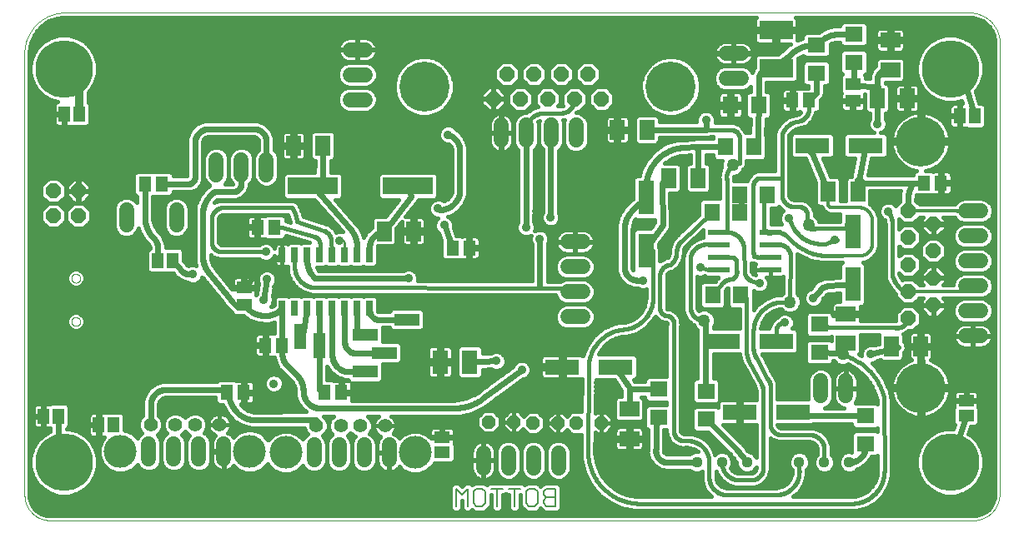
<source format=gbl>
G75*
%MOIN*%
%OFA0B0*%
%FSLAX25Y25*%
%IPPOS*%
%LPD*%
%AMOC8*
5,1,8,0,0,1.08239X$1,22.5*
%
%ADD10C,0.00600*%
%ADD11C,0.00000*%
%ADD12R,0.05906X0.07874*%
%ADD13R,0.07874X0.05906*%
%ADD14R,0.08661X0.02362*%
%ADD15R,0.07098X0.06299*%
%ADD16R,0.06299X0.07098*%
%ADD17R,0.05118X0.05906*%
%ADD18R,0.05906X0.05118*%
%ADD19OC8,0.05200*%
%ADD20C,0.04400*%
%ADD21C,0.23000*%
%ADD22C,0.06000*%
%ADD23C,0.05000*%
%ADD24OC8,0.06000*%
%ADD25C,0.20000*%
%ADD26R,0.04600X0.06300*%
%ADD27C,0.05600*%
%ADD28C,0.13100*%
%ADD29R,0.02500X0.06000*%
%ADD30R,0.20000X0.07000*%
%ADD31R,0.05000X0.10000*%
%ADD32R,0.10000X0.05000*%
%ADD33R,0.06299X0.09449*%
%ADD34R,0.06300X0.04600*%
%ADD35R,0.13386X0.07480*%
%ADD36R,0.06299X0.13780*%
%ADD37R,0.13780X0.06299*%
%ADD38C,0.01600*%
%ADD39C,0.03562*%
%ADD40C,0.02400*%
%ADD41C,0.03200*%
%ADD42C,0.01200*%
%ADD43C,0.01000*%
D10*
X0182180Y0020277D02*
X0182180Y0027283D01*
X0184515Y0024947D01*
X0186851Y0027283D01*
X0186851Y0020277D01*
X0189178Y0021444D02*
X0189178Y0026115D01*
X0190346Y0027283D01*
X0192681Y0027283D01*
X0193849Y0026115D01*
X0193849Y0021444D01*
X0192681Y0020277D01*
X0190346Y0020277D01*
X0189178Y0021444D01*
X0196176Y0027283D02*
X0200847Y0027283D01*
X0203174Y0027283D02*
X0207845Y0027283D01*
X0205509Y0027283D02*
X0205509Y0020277D01*
X0210172Y0021444D02*
X0210172Y0026115D01*
X0211340Y0027283D01*
X0213675Y0027283D01*
X0214843Y0026115D01*
X0214843Y0021444D01*
X0213675Y0020277D01*
X0211340Y0020277D01*
X0210172Y0021444D01*
X0217170Y0021444D02*
X0218338Y0020277D01*
X0221841Y0020277D01*
X0221841Y0027283D01*
X0218338Y0027283D01*
X0217170Y0026115D01*
X0217170Y0024947D01*
X0218338Y0023780D01*
X0221841Y0023780D01*
X0218338Y0023780D02*
X0217170Y0022612D01*
X0217170Y0021444D01*
X0198511Y0020277D02*
X0198511Y0027283D01*
D11*
X0019865Y0014585D02*
X0388843Y0014585D01*
X0388843Y0014584D02*
X0389099Y0014587D01*
X0389355Y0014596D01*
X0389611Y0014612D01*
X0389866Y0014633D01*
X0390121Y0014661D01*
X0390375Y0014695D01*
X0390628Y0014735D01*
X0390880Y0014781D01*
X0391131Y0014834D01*
X0391380Y0014892D01*
X0391628Y0014956D01*
X0391874Y0015027D01*
X0392119Y0015103D01*
X0392362Y0015185D01*
X0392602Y0015273D01*
X0392841Y0015367D01*
X0393077Y0015466D01*
X0393310Y0015571D01*
X0393541Y0015682D01*
X0393770Y0015798D01*
X0393995Y0015920D01*
X0394217Y0016047D01*
X0394437Y0016180D01*
X0394652Y0016318D01*
X0394865Y0016461D01*
X0395074Y0016609D01*
X0395280Y0016762D01*
X0395481Y0016920D01*
X0395679Y0017082D01*
X0395873Y0017250D01*
X0396062Y0017422D01*
X0396248Y0017599D01*
X0396429Y0017780D01*
X0396606Y0017966D01*
X0396778Y0018155D01*
X0396946Y0018349D01*
X0397108Y0018547D01*
X0397266Y0018748D01*
X0397419Y0018954D01*
X0397567Y0019163D01*
X0397710Y0019376D01*
X0397848Y0019591D01*
X0397981Y0019811D01*
X0398108Y0020033D01*
X0398230Y0020258D01*
X0398346Y0020487D01*
X0398457Y0020718D01*
X0398562Y0020951D01*
X0398661Y0021187D01*
X0398755Y0021426D01*
X0398843Y0021666D01*
X0398925Y0021909D01*
X0399001Y0022154D01*
X0399072Y0022400D01*
X0399136Y0022648D01*
X0399194Y0022897D01*
X0399247Y0023148D01*
X0399293Y0023400D01*
X0399333Y0023653D01*
X0399367Y0023907D01*
X0399395Y0024162D01*
X0399416Y0024417D01*
X0399432Y0024673D01*
X0399441Y0024929D01*
X0399444Y0025185D01*
X0399444Y0204511D01*
X0399469Y0204802D01*
X0399487Y0205094D01*
X0399498Y0205386D01*
X0399502Y0205679D01*
X0399499Y0205971D01*
X0399489Y0206263D01*
X0399471Y0206555D01*
X0399447Y0206846D01*
X0399415Y0207137D01*
X0399377Y0207427D01*
X0399332Y0207716D01*
X0399279Y0208004D01*
X0399220Y0208290D01*
X0399154Y0208575D01*
X0399081Y0208858D01*
X0399001Y0209139D01*
X0398914Y0209418D01*
X0398821Y0209695D01*
X0398720Y0209970D01*
X0398614Y0210242D01*
X0398501Y0210512D01*
X0398381Y0210779D01*
X0398255Y0211043D01*
X0398122Y0211303D01*
X0397984Y0211561D01*
X0397839Y0211815D01*
X0397688Y0212065D01*
X0397531Y0212312D01*
X0397368Y0212555D01*
X0397199Y0212793D01*
X0397025Y0213028D01*
X0396844Y0213258D01*
X0396659Y0213484D01*
X0396468Y0213706D01*
X0396272Y0213922D01*
X0396070Y0214134D01*
X0395864Y0214341D01*
X0395652Y0214543D01*
X0395436Y0214740D01*
X0395215Y0214932D01*
X0394989Y0215118D01*
X0394759Y0215298D01*
X0394525Y0215473D01*
X0394287Y0215642D01*
X0394044Y0215806D01*
X0393798Y0215963D01*
X0393548Y0216115D01*
X0393294Y0216261D01*
X0393037Y0216400D01*
X0392777Y0216533D01*
X0392513Y0216660D01*
X0392247Y0216780D01*
X0391977Y0216894D01*
X0391705Y0217001D01*
X0391431Y0217102D01*
X0391154Y0217196D01*
X0390875Y0217283D01*
X0390594Y0217363D01*
X0390311Y0217437D01*
X0390026Y0217504D01*
X0389740Y0217564D01*
X0389452Y0217617D01*
X0389164Y0217663D01*
X0388874Y0217702D01*
X0388583Y0217734D01*
X0024601Y0217734D01*
X0024600Y0217734D02*
X0024207Y0217696D01*
X0023814Y0217648D01*
X0023423Y0217591D01*
X0023034Y0217525D01*
X0022646Y0217449D01*
X0022260Y0217364D01*
X0021876Y0217269D01*
X0021494Y0217165D01*
X0021116Y0217053D01*
X0020740Y0216931D01*
X0020367Y0216799D01*
X0019997Y0216659D01*
X0019631Y0216510D01*
X0019269Y0216353D01*
X0018910Y0216186D01*
X0018556Y0216011D01*
X0018206Y0215827D01*
X0017860Y0215635D01*
X0017520Y0215435D01*
X0017184Y0215227D01*
X0016853Y0215010D01*
X0016528Y0214786D01*
X0016208Y0214553D01*
X0015894Y0214314D01*
X0015586Y0214066D01*
X0015284Y0213811D01*
X0014988Y0213549D01*
X0014698Y0213280D01*
X0014415Y0213004D01*
X0014139Y0212721D01*
X0013870Y0212432D01*
X0013608Y0212136D01*
X0013353Y0211834D01*
X0013105Y0211526D01*
X0012865Y0211212D01*
X0012633Y0210892D01*
X0012408Y0210567D01*
X0012191Y0210237D01*
X0011983Y0209901D01*
X0011782Y0209560D01*
X0011590Y0209215D01*
X0011406Y0208865D01*
X0011231Y0208511D01*
X0011065Y0208152D01*
X0010907Y0207790D01*
X0010757Y0207424D01*
X0010617Y0207054D01*
X0010486Y0206682D01*
X0010364Y0206306D01*
X0010251Y0205927D01*
X0010147Y0205546D01*
X0010052Y0205162D01*
X0009967Y0204776D01*
X0009891Y0204388D01*
X0009824Y0203998D01*
X0009767Y0203607D01*
X0009719Y0203215D01*
X0009681Y0202822D01*
X0009652Y0202427D01*
X0009633Y0202033D01*
X0009623Y0201637D01*
X0009623Y0201242D01*
X0009633Y0200847D01*
X0009652Y0200452D01*
X0009680Y0200058D01*
X0009680Y0024770D01*
X0009683Y0024524D01*
X0009692Y0024278D01*
X0009707Y0024032D01*
X0009728Y0023787D01*
X0009754Y0023542D01*
X0009787Y0023298D01*
X0009825Y0023055D01*
X0009870Y0022813D01*
X0009920Y0022572D01*
X0009976Y0022333D01*
X0010038Y0022094D01*
X0010105Y0021858D01*
X0010178Y0021623D01*
X0010257Y0021390D01*
X0010342Y0021158D01*
X0010432Y0020929D01*
X0010527Y0020702D01*
X0010628Y0020478D01*
X0010735Y0020256D01*
X0010847Y0020037D01*
X0010964Y0019820D01*
X0011086Y0019607D01*
X0011213Y0019396D01*
X0011346Y0019188D01*
X0011483Y0018984D01*
X0011625Y0018783D01*
X0011772Y0018586D01*
X0011924Y0018392D01*
X0012080Y0018202D01*
X0012241Y0018016D01*
X0012407Y0017834D01*
X0012577Y0017656D01*
X0012751Y0017482D01*
X0012929Y0017312D01*
X0013111Y0017146D01*
X0013297Y0016985D01*
X0013487Y0016829D01*
X0013681Y0016677D01*
X0013878Y0016530D01*
X0014079Y0016388D01*
X0014283Y0016251D01*
X0014491Y0016118D01*
X0014702Y0015991D01*
X0014915Y0015869D01*
X0015132Y0015752D01*
X0015351Y0015640D01*
X0015573Y0015533D01*
X0015797Y0015432D01*
X0016024Y0015337D01*
X0016253Y0015247D01*
X0016485Y0015162D01*
X0016718Y0015083D01*
X0016953Y0015010D01*
X0017189Y0014943D01*
X0017428Y0014881D01*
X0017667Y0014825D01*
X0017908Y0014775D01*
X0018150Y0014730D01*
X0018393Y0014692D01*
X0018637Y0014659D01*
X0018882Y0014633D01*
X0019127Y0014612D01*
X0019373Y0014597D01*
X0019619Y0014588D01*
X0019865Y0014585D01*
X0028381Y0094112D02*
X0028383Y0094196D01*
X0028389Y0094279D01*
X0028399Y0094362D01*
X0028413Y0094445D01*
X0028430Y0094527D01*
X0028452Y0094608D01*
X0028477Y0094687D01*
X0028506Y0094766D01*
X0028539Y0094843D01*
X0028575Y0094918D01*
X0028615Y0094992D01*
X0028658Y0095064D01*
X0028705Y0095133D01*
X0028755Y0095200D01*
X0028808Y0095265D01*
X0028864Y0095327D01*
X0028922Y0095387D01*
X0028984Y0095444D01*
X0029048Y0095497D01*
X0029115Y0095548D01*
X0029184Y0095595D01*
X0029255Y0095640D01*
X0029328Y0095680D01*
X0029403Y0095717D01*
X0029480Y0095751D01*
X0029558Y0095781D01*
X0029637Y0095807D01*
X0029718Y0095830D01*
X0029800Y0095848D01*
X0029882Y0095863D01*
X0029965Y0095874D01*
X0030048Y0095881D01*
X0030132Y0095884D01*
X0030216Y0095883D01*
X0030299Y0095878D01*
X0030383Y0095869D01*
X0030465Y0095856D01*
X0030547Y0095840D01*
X0030628Y0095819D01*
X0030709Y0095795D01*
X0030787Y0095767D01*
X0030865Y0095735D01*
X0030941Y0095699D01*
X0031015Y0095660D01*
X0031087Y0095618D01*
X0031157Y0095572D01*
X0031225Y0095523D01*
X0031290Y0095471D01*
X0031353Y0095416D01*
X0031413Y0095358D01*
X0031471Y0095297D01*
X0031525Y0095233D01*
X0031577Y0095167D01*
X0031625Y0095099D01*
X0031670Y0095028D01*
X0031711Y0094955D01*
X0031750Y0094881D01*
X0031784Y0094805D01*
X0031815Y0094727D01*
X0031842Y0094648D01*
X0031866Y0094567D01*
X0031885Y0094486D01*
X0031901Y0094404D01*
X0031913Y0094321D01*
X0031921Y0094237D01*
X0031925Y0094154D01*
X0031925Y0094070D01*
X0031921Y0093987D01*
X0031913Y0093903D01*
X0031901Y0093820D01*
X0031885Y0093738D01*
X0031866Y0093657D01*
X0031842Y0093576D01*
X0031815Y0093497D01*
X0031784Y0093419D01*
X0031750Y0093343D01*
X0031711Y0093269D01*
X0031670Y0093196D01*
X0031625Y0093125D01*
X0031577Y0093057D01*
X0031525Y0092991D01*
X0031471Y0092927D01*
X0031413Y0092866D01*
X0031353Y0092808D01*
X0031290Y0092753D01*
X0031225Y0092701D01*
X0031157Y0092652D01*
X0031087Y0092606D01*
X0031015Y0092564D01*
X0030941Y0092525D01*
X0030865Y0092489D01*
X0030787Y0092457D01*
X0030709Y0092429D01*
X0030628Y0092405D01*
X0030547Y0092384D01*
X0030465Y0092368D01*
X0030383Y0092355D01*
X0030299Y0092346D01*
X0030216Y0092341D01*
X0030132Y0092340D01*
X0030048Y0092343D01*
X0029965Y0092350D01*
X0029882Y0092361D01*
X0029800Y0092376D01*
X0029718Y0092394D01*
X0029637Y0092417D01*
X0029558Y0092443D01*
X0029480Y0092473D01*
X0029403Y0092507D01*
X0029328Y0092544D01*
X0029255Y0092584D01*
X0029184Y0092629D01*
X0029115Y0092676D01*
X0029048Y0092727D01*
X0028984Y0092780D01*
X0028922Y0092837D01*
X0028864Y0092897D01*
X0028808Y0092959D01*
X0028755Y0093024D01*
X0028705Y0093091D01*
X0028658Y0093160D01*
X0028615Y0093232D01*
X0028575Y0093306D01*
X0028539Y0093381D01*
X0028506Y0093458D01*
X0028477Y0093537D01*
X0028452Y0093616D01*
X0028430Y0093697D01*
X0028413Y0093779D01*
X0028399Y0093862D01*
X0028389Y0093945D01*
X0028383Y0094028D01*
X0028381Y0094112D01*
X0028381Y0111435D02*
X0028383Y0111519D01*
X0028389Y0111602D01*
X0028399Y0111685D01*
X0028413Y0111768D01*
X0028430Y0111850D01*
X0028452Y0111931D01*
X0028477Y0112010D01*
X0028506Y0112089D01*
X0028539Y0112166D01*
X0028575Y0112241D01*
X0028615Y0112315D01*
X0028658Y0112387D01*
X0028705Y0112456D01*
X0028755Y0112523D01*
X0028808Y0112588D01*
X0028864Y0112650D01*
X0028922Y0112710D01*
X0028984Y0112767D01*
X0029048Y0112820D01*
X0029115Y0112871D01*
X0029184Y0112918D01*
X0029255Y0112963D01*
X0029328Y0113003D01*
X0029403Y0113040D01*
X0029480Y0113074D01*
X0029558Y0113104D01*
X0029637Y0113130D01*
X0029718Y0113153D01*
X0029800Y0113171D01*
X0029882Y0113186D01*
X0029965Y0113197D01*
X0030048Y0113204D01*
X0030132Y0113207D01*
X0030216Y0113206D01*
X0030299Y0113201D01*
X0030383Y0113192D01*
X0030465Y0113179D01*
X0030547Y0113163D01*
X0030628Y0113142D01*
X0030709Y0113118D01*
X0030787Y0113090D01*
X0030865Y0113058D01*
X0030941Y0113022D01*
X0031015Y0112983D01*
X0031087Y0112941D01*
X0031157Y0112895D01*
X0031225Y0112846D01*
X0031290Y0112794D01*
X0031353Y0112739D01*
X0031413Y0112681D01*
X0031471Y0112620D01*
X0031525Y0112556D01*
X0031577Y0112490D01*
X0031625Y0112422D01*
X0031670Y0112351D01*
X0031711Y0112278D01*
X0031750Y0112204D01*
X0031784Y0112128D01*
X0031815Y0112050D01*
X0031842Y0111971D01*
X0031866Y0111890D01*
X0031885Y0111809D01*
X0031901Y0111727D01*
X0031913Y0111644D01*
X0031921Y0111560D01*
X0031925Y0111477D01*
X0031925Y0111393D01*
X0031921Y0111310D01*
X0031913Y0111226D01*
X0031901Y0111143D01*
X0031885Y0111061D01*
X0031866Y0110980D01*
X0031842Y0110899D01*
X0031815Y0110820D01*
X0031784Y0110742D01*
X0031750Y0110666D01*
X0031711Y0110592D01*
X0031670Y0110519D01*
X0031625Y0110448D01*
X0031577Y0110380D01*
X0031525Y0110314D01*
X0031471Y0110250D01*
X0031413Y0110189D01*
X0031353Y0110131D01*
X0031290Y0110076D01*
X0031225Y0110024D01*
X0031157Y0109975D01*
X0031087Y0109929D01*
X0031015Y0109887D01*
X0030941Y0109848D01*
X0030865Y0109812D01*
X0030787Y0109780D01*
X0030709Y0109752D01*
X0030628Y0109728D01*
X0030547Y0109707D01*
X0030465Y0109691D01*
X0030383Y0109678D01*
X0030299Y0109669D01*
X0030216Y0109664D01*
X0030132Y0109663D01*
X0030048Y0109666D01*
X0029965Y0109673D01*
X0029882Y0109684D01*
X0029800Y0109699D01*
X0029718Y0109717D01*
X0029637Y0109740D01*
X0029558Y0109766D01*
X0029480Y0109796D01*
X0029403Y0109830D01*
X0029328Y0109867D01*
X0029255Y0109907D01*
X0029184Y0109952D01*
X0029115Y0109999D01*
X0029048Y0110050D01*
X0028984Y0110103D01*
X0028922Y0110160D01*
X0028864Y0110220D01*
X0028808Y0110282D01*
X0028755Y0110347D01*
X0028705Y0110414D01*
X0028658Y0110483D01*
X0028615Y0110555D01*
X0028575Y0110629D01*
X0028539Y0110704D01*
X0028506Y0110781D01*
X0028477Y0110860D01*
X0028452Y0110939D01*
X0028430Y0111020D01*
X0028413Y0111102D01*
X0028399Y0111185D01*
X0028389Y0111268D01*
X0028383Y0111351D01*
X0028381Y0111435D01*
D12*
X0117161Y0164585D03*
X0128972Y0164585D03*
X0153381Y0130333D03*
X0165192Y0130333D03*
X0246688Y0170884D03*
X0258499Y0170884D03*
X0267161Y0151593D03*
X0278972Y0151593D03*
X0330940Y0146081D03*
X0342751Y0146081D03*
X0350625Y0183482D03*
X0362436Y0183482D03*
X0367948Y0084270D03*
X0356137Y0084270D03*
D13*
X0338027Y0085451D03*
X0338027Y0097262D03*
X0251413Y0059073D03*
X0251413Y0047262D03*
X0355743Y0194900D03*
X0355743Y0206711D03*
D14*
X0307712Y0129959D03*
X0307712Y0124959D03*
X0307712Y0119959D03*
X0307712Y0114959D03*
X0287239Y0114959D03*
X0287239Y0119959D03*
X0287239Y0124959D03*
X0287239Y0129959D03*
D15*
X0327397Y0093018D03*
X0327397Y0081821D03*
X0345901Y0056404D03*
X0345901Y0045207D03*
X0282121Y0055049D03*
X0282121Y0066246D03*
X0263224Y0067033D03*
X0263224Y0055837D03*
X0326216Y0193632D03*
X0341176Y0197963D03*
X0326216Y0204829D03*
X0341176Y0209159D03*
D16*
X0303074Y0180726D03*
X0291877Y0180726D03*
X0289909Y0164191D03*
X0301106Y0164191D03*
X0306617Y0144900D03*
X0295420Y0144900D03*
X0295594Y0137813D03*
X0284397Y0137813D03*
X0284791Y0104742D03*
X0295987Y0104742D03*
D17*
X0369326Y0149624D03*
X0376019Y0149624D03*
X0323263Y0182695D03*
X0316570Y0182695D03*
X0187436Y0123640D03*
X0180743Y0123640D03*
X0112633Y0084663D03*
X0105940Y0084663D03*
X0097279Y0065766D03*
X0090586Y0065766D03*
X0129562Y0065766D03*
X0136255Y0065766D03*
X0109483Y0131907D03*
X0102791Y0131907D03*
X0064602Y0149230D03*
X0057909Y0149230D03*
D18*
X0097476Y0107695D03*
X0097476Y0101002D03*
X0340783Y0182498D03*
X0340783Y0189191D03*
D19*
X0240271Y0053561D03*
X0230271Y0053561D03*
X0222948Y0053561D03*
X0212948Y0053561D03*
X0205231Y0053955D03*
X0195231Y0053955D03*
D20*
X0278420Y0037813D03*
X0288420Y0037813D03*
X0298420Y0037813D03*
X0319365Y0037813D03*
X0329365Y0037813D03*
X0339365Y0037813D03*
D21*
X0379759Y0037813D03*
X0379759Y0195293D03*
X0025428Y0195293D03*
X0025428Y0037813D03*
D22*
X0059247Y0039144D02*
X0059247Y0045144D01*
X0069247Y0045144D02*
X0069247Y0039144D01*
X0079247Y0039144D02*
X0079247Y0045144D01*
X0089247Y0045144D02*
X0089247Y0039144D01*
X0125389Y0038750D02*
X0125389Y0044750D01*
X0135389Y0044750D02*
X0135389Y0038750D01*
X0145389Y0038750D02*
X0145389Y0044750D01*
X0155389Y0044750D02*
X0155389Y0038750D01*
X0193106Y0041600D02*
X0193106Y0035600D01*
X0203106Y0035600D02*
X0203106Y0041600D01*
X0213106Y0041600D02*
X0213106Y0035600D01*
X0223106Y0035600D02*
X0223106Y0041600D01*
X0226759Y0096041D02*
X0232759Y0096041D01*
X0232759Y0106041D02*
X0226759Y0106041D01*
X0226759Y0116041D02*
X0232759Y0116041D01*
X0232759Y0126041D02*
X0226759Y0126041D01*
X0230192Y0166703D02*
X0230192Y0172703D01*
X0220192Y0172703D02*
X0220192Y0166703D01*
X0210192Y0166703D02*
X0210192Y0172703D01*
X0200192Y0172703D02*
X0200192Y0166703D01*
X0145751Y0182931D02*
X0139751Y0182931D01*
X0139751Y0192931D02*
X0145751Y0192931D01*
X0145751Y0202931D02*
X0139751Y0202931D01*
X0106294Y0158923D02*
X0106294Y0152923D01*
X0096294Y0152923D02*
X0096294Y0158923D01*
X0086294Y0158923D02*
X0086294Y0152923D01*
X0070468Y0138844D02*
X0070468Y0132844D01*
X0050468Y0132844D02*
X0050468Y0138844D01*
X0290145Y0191474D02*
X0296145Y0191474D01*
X0296145Y0201474D02*
X0290145Y0201474D01*
X0385814Y0138404D02*
X0391814Y0138404D01*
X0391814Y0128404D02*
X0385814Y0128404D01*
X0385814Y0118404D02*
X0391814Y0118404D01*
X0391814Y0108404D02*
X0385814Y0108404D01*
X0385814Y0098404D02*
X0391814Y0098404D01*
X0391814Y0088404D02*
X0385814Y0088404D01*
X0337909Y0070341D02*
X0337909Y0064341D01*
X0327909Y0064341D02*
X0327909Y0070341D01*
D23*
X0336846Y0081120D03*
X0315586Y0101986D03*
X0281334Y0094506D03*
X0323066Y0132695D03*
X0292751Y0156711D03*
D24*
X0240335Y0183207D03*
X0229535Y0183207D03*
X0218735Y0183207D03*
X0207935Y0183207D03*
X0197135Y0183207D03*
X0202535Y0193207D03*
X0213335Y0193207D03*
X0224135Y0193207D03*
X0234935Y0193207D03*
X0362948Y0138547D03*
X0372948Y0133147D03*
X0362948Y0127747D03*
X0372948Y0122347D03*
X0362948Y0116947D03*
X0372948Y0111547D03*
X0362948Y0106147D03*
X0372948Y0100747D03*
X0362948Y0095347D03*
X0031216Y0136356D03*
X0021216Y0136356D03*
X0021216Y0146356D03*
X0031216Y0146356D03*
D25*
X0169435Y0188207D03*
X0268035Y0188207D03*
X0367948Y0166247D03*
X0367948Y0067647D03*
D26*
X0383452Y0176396D03*
X0389452Y0176396D03*
X0068980Y0118522D03*
X0062980Y0118522D03*
X0031578Y0177183D03*
X0025578Y0177183D03*
X0023310Y0056317D03*
X0017310Y0056317D03*
X0039357Y0052774D03*
X0045357Y0052774D03*
D27*
X0060104Y0052844D03*
X0069904Y0052844D03*
X0077804Y0052844D03*
X0087604Y0052844D03*
X0126245Y0052450D03*
X0136045Y0052450D03*
X0143945Y0052450D03*
X0153745Y0052450D03*
D28*
X0165845Y0041750D03*
X0114145Y0041750D03*
X0099704Y0042144D03*
X0048004Y0042144D03*
D29*
X0112653Y0099644D03*
X0117653Y0099644D03*
X0122653Y0099644D03*
X0127653Y0099644D03*
X0132653Y0099644D03*
X0137653Y0099644D03*
X0142653Y0099644D03*
X0147653Y0099644D03*
X0147653Y0120864D03*
X0142653Y0120864D03*
X0137653Y0120864D03*
X0132653Y0120864D03*
X0127653Y0120864D03*
X0122653Y0120864D03*
X0117653Y0120864D03*
X0112653Y0120864D03*
D30*
X0124932Y0148443D03*
X0162932Y0148443D03*
D31*
X0119917Y0088207D03*
X0127397Y0084663D03*
D32*
X0145901Y0088994D03*
X0153381Y0081514D03*
X0145901Y0074033D03*
X0162436Y0094900D03*
D33*
X0175822Y0077970D03*
X0187633Y0077970D03*
D34*
X0176609Y0047900D03*
X0176609Y0041900D03*
X0386058Y0056467D03*
X0386058Y0062467D03*
D35*
X0310074Y0195490D03*
X0310074Y0210844D03*
D36*
X0258106Y0143719D03*
X0258106Y0122459D03*
X0340783Y0130333D03*
X0340783Y0109073D03*
D37*
X0310074Y0086238D03*
X0288814Y0086238D03*
X0245901Y0076002D03*
X0224641Y0076002D03*
X0295507Y0057892D03*
X0316767Y0057892D03*
X0324641Y0164585D03*
X0345901Y0164585D03*
D38*
X0348159Y0159435D02*
X0353619Y0159435D01*
X0354791Y0160607D01*
X0354791Y0168563D01*
X0353619Y0169734D01*
X0352027Y0169734D01*
X0352767Y0170041D01*
X0353831Y0171104D01*
X0354406Y0172494D01*
X0354406Y0173998D01*
X0353831Y0175388D01*
X0353825Y0175393D01*
X0353825Y0177545D01*
X0354406Y0177545D01*
X0355578Y0178717D01*
X0355578Y0188248D01*
X0354406Y0189419D01*
X0353825Y0189419D01*
X0353825Y0189947D01*
X0360509Y0189947D01*
X0361680Y0191118D01*
X0361680Y0198681D01*
X0360509Y0199852D01*
X0350978Y0199852D01*
X0349806Y0198681D01*
X0349806Y0196543D01*
X0348448Y0195186D01*
X0348448Y0195186D01*
X0347425Y0192715D01*
X0347425Y0191477D01*
X0345735Y0191511D01*
X0345735Y0192578D01*
X0345501Y0192813D01*
X0345554Y0192813D01*
X0346726Y0193985D01*
X0346726Y0201941D01*
X0345554Y0203112D01*
X0336799Y0203112D01*
X0335627Y0201941D01*
X0335627Y0193985D01*
X0336432Y0193180D01*
X0335830Y0192578D01*
X0335830Y0185803D01*
X0336095Y0185538D01*
X0336030Y0185294D01*
X0336030Y0182978D01*
X0340303Y0182978D01*
X0340303Y0182018D01*
X0341262Y0182018D01*
X0341262Y0178139D01*
X0343972Y0178139D01*
X0344430Y0178262D01*
X0344841Y0178499D01*
X0345176Y0178834D01*
X0345413Y0179244D01*
X0345535Y0179702D01*
X0345535Y0182018D01*
X0341262Y0182018D01*
X0341262Y0182978D01*
X0345535Y0182978D01*
X0345535Y0185114D01*
X0345672Y0185111D01*
X0345672Y0178717D01*
X0346844Y0177545D01*
X0347425Y0177545D01*
X0347425Y0175393D01*
X0347420Y0175388D01*
X0346844Y0173998D01*
X0346844Y0172494D01*
X0347420Y0171104D01*
X0348483Y0170041D01*
X0349223Y0169734D01*
X0338183Y0169734D01*
X0337011Y0168563D01*
X0337011Y0160607D01*
X0338183Y0159435D01*
X0341640Y0159435D01*
X0340342Y0152762D01*
X0340290Y0152719D01*
X0340045Y0152251D01*
X0339889Y0152018D01*
X0338970Y0152018D01*
X0337798Y0150846D01*
X0337798Y0142381D01*
X0335893Y0142381D01*
X0335893Y0150846D01*
X0334721Y0152018D01*
X0331943Y0152018D01*
X0328867Y0159435D01*
X0332359Y0159435D01*
X0333531Y0160607D01*
X0333531Y0168563D01*
X0332359Y0169734D01*
X0316923Y0169734D01*
X0315751Y0168563D01*
X0315751Y0160607D01*
X0316923Y0159435D01*
X0321914Y0159435D01*
X0321948Y0159414D01*
X0325987Y0149671D01*
X0325987Y0141315D01*
X0327159Y0140144D01*
X0328340Y0140144D01*
X0328340Y0140052D01*
X0328377Y0139964D01*
X0328383Y0139869D01*
X0328573Y0139489D01*
X0328736Y0139096D01*
X0328803Y0139029D01*
X0329126Y0138384D01*
X0329126Y0138384D01*
X0331071Y0137181D01*
X0335633Y0137181D01*
X0335633Y0134295D01*
X0327287Y0134263D01*
X0326881Y0135244D01*
X0325615Y0136510D01*
X0325422Y0136590D01*
X0325422Y0137934D01*
X0324464Y0140247D01*
X0322694Y0142017D01*
X0320381Y0142975D01*
X0317161Y0142975D01*
X0316785Y0143012D01*
X0316091Y0143300D01*
X0315561Y0143830D01*
X0315273Y0144524D01*
X0315236Y0144900D01*
X0315236Y0150942D01*
X0315275Y0151036D01*
X0315275Y0168532D01*
X0315368Y0168736D01*
X0316251Y0169971D01*
X0317418Y0170941D01*
X0317886Y0171198D01*
X0320373Y0171773D01*
X0320647Y0171781D01*
X0320910Y0171898D01*
X0321192Y0171963D01*
X0321414Y0172122D01*
X0322389Y0172556D01*
X0324384Y0174375D01*
X0325704Y0176729D01*
X0325704Y0176729D01*
X0325899Y0177742D01*
X0326650Y0177742D01*
X0327822Y0178914D01*
X0327822Y0182728D01*
X0328028Y0182935D01*
X0328929Y0183835D01*
X0329416Y0185011D01*
X0329416Y0188482D01*
X0330593Y0188482D01*
X0331765Y0189654D01*
X0331765Y0197610D01*
X0330593Y0198781D01*
X0321838Y0198781D01*
X0320667Y0197610D01*
X0320667Y0189654D01*
X0321838Y0188482D01*
X0323016Y0188482D01*
X0323016Y0187648D01*
X0319876Y0187648D01*
X0319610Y0187382D01*
X0319366Y0187448D01*
X0317050Y0187448D01*
X0317050Y0183174D01*
X0316091Y0183174D01*
X0316090Y0183174D02*
X0316090Y0182215D01*
X0312211Y0182215D01*
X0312211Y0179505D01*
X0312334Y0179047D01*
X0312571Y0178637D01*
X0312906Y0178302D01*
X0313316Y0178065D01*
X0313774Y0177942D01*
X0316091Y0177942D01*
X0316091Y0182215D01*
X0317050Y0182215D01*
X0317050Y0177942D01*
X0319366Y0177942D01*
X0319610Y0178008D01*
X0319798Y0177820D01*
X0319265Y0177334D01*
X0319046Y0177214D01*
X0316517Y0176629D01*
X0316218Y0176615D01*
X0315980Y0176504D01*
X0315725Y0176445D01*
X0315480Y0176271D01*
X0314366Y0175750D01*
X0312080Y0173849D01*
X0310351Y0171431D01*
X0310351Y0171431D01*
X0309834Y0170079D01*
X0309636Y0169600D01*
X0309636Y0169560D01*
X0309622Y0169522D01*
X0309636Y0169004D01*
X0309636Y0168487D01*
X0309652Y0168449D01*
X0309653Y0168408D01*
X0309675Y0168359D01*
X0309675Y0154393D01*
X0302692Y0154393D01*
X0300640Y0153542D01*
X0300640Y0153542D01*
X0299069Y0151972D01*
X0299069Y0151972D01*
X0298438Y0150449D01*
X0293189Y0150449D01*
X0293189Y0150794D01*
X0293244Y0151065D01*
X0293189Y0151346D01*
X0293189Y0151632D01*
X0293119Y0151801D01*
X0293094Y0152068D01*
X0293123Y0152211D01*
X0293646Y0152211D01*
X0295300Y0152896D01*
X0296566Y0154162D01*
X0296930Y0155040D01*
X0297006Y0155068D01*
X0297044Y0155104D01*
X0297093Y0155124D01*
X0297451Y0155482D01*
X0297822Y0155827D01*
X0297844Y0155875D01*
X0297881Y0155912D01*
X0298075Y0156380D01*
X0298285Y0156840D01*
X0298287Y0156892D01*
X0298307Y0156941D01*
X0298307Y0157447D01*
X0298325Y0157953D01*
X0298307Y0158002D01*
X0298307Y0158642D01*
X0305084Y0158642D01*
X0306255Y0159813D01*
X0306255Y0161839D01*
X0306280Y0161900D01*
X0306280Y0163332D01*
X0306255Y0163393D01*
X0306255Y0168569D01*
X0306016Y0168808D01*
X0306154Y0175177D01*
X0307052Y0175177D01*
X0308224Y0176349D01*
X0308224Y0185104D01*
X0307052Y0186276D01*
X0306274Y0186276D01*
X0306274Y0189750D01*
X0317595Y0189750D01*
X0318767Y0190922D01*
X0318767Y0199368D01*
X0318992Y0199565D01*
X0320869Y0200648D01*
X0321838Y0199679D01*
X0330593Y0199679D01*
X0331765Y0200851D01*
X0331765Y0205133D01*
X0332128Y0205342D01*
X0334173Y0205890D01*
X0335231Y0205959D01*
X0335627Y0205959D01*
X0335627Y0205181D01*
X0336799Y0204010D01*
X0345554Y0204010D01*
X0346726Y0205181D01*
X0346726Y0213137D01*
X0345554Y0214309D01*
X0336799Y0214309D01*
X0335627Y0213137D01*
X0335627Y0212359D01*
X0333321Y0212359D01*
X0329631Y0211371D01*
X0329631Y0211371D01*
X0327219Y0209978D01*
X0321838Y0209978D01*
X0320667Y0208807D01*
X0320667Y0207426D01*
X0318747Y0206912D01*
X0318747Y0206912D01*
X0318548Y0206797D01*
X0318567Y0206867D01*
X0318567Y0210045D01*
X0310874Y0210045D01*
X0310874Y0211644D01*
X0318567Y0211644D01*
X0318567Y0214822D01*
X0318444Y0215279D01*
X0318207Y0215690D01*
X0317963Y0215934D01*
X0388456Y0215934D01*
X0389999Y0215659D01*
X0392952Y0214369D01*
X0395361Y0212230D01*
X0396992Y0209450D01*
X0397684Y0206303D01*
X0397664Y0205277D01*
X0397644Y0205257D01*
X0397644Y0204599D01*
X0397580Y0203945D01*
X0397644Y0203867D01*
X0397644Y0025185D01*
X0397536Y0023809D01*
X0396685Y0021190D01*
X0395066Y0018962D01*
X0392839Y0017344D01*
X0390220Y0016493D01*
X0388843Y0016385D01*
X0019865Y0016385D01*
X0018554Y0016488D01*
X0016059Y0017299D01*
X0013936Y0018841D01*
X0012394Y0020963D01*
X0011584Y0023458D01*
X0011480Y0024770D01*
X0011480Y0199400D01*
X0011537Y0199467D01*
X0011480Y0200134D01*
X0011480Y0200804D01*
X0011462Y0200822D01*
X0011438Y0202114D01*
X0012109Y0205854D01*
X0013725Y0209293D01*
X0016176Y0212197D01*
X0019295Y0214367D01*
X0022869Y0215656D01*
X0024710Y0215934D01*
X0302185Y0215934D01*
X0301941Y0215690D01*
X0301704Y0215279D01*
X0301581Y0214822D01*
X0301581Y0211644D01*
X0309274Y0211644D01*
X0309274Y0210045D01*
X0301581Y0210045D01*
X0301581Y0206867D01*
X0301704Y0206410D01*
X0301941Y0205999D01*
X0302276Y0205664D01*
X0302686Y0205427D01*
X0303144Y0205304D01*
X0309274Y0205304D01*
X0309274Y0210044D01*
X0310874Y0210044D01*
X0310874Y0205304D01*
X0315962Y0205304D01*
X0315010Y0204754D01*
X0315010Y0204754D01*
X0313654Y0203399D01*
X0310712Y0201230D01*
X0302553Y0201230D01*
X0301381Y0200059D01*
X0301381Y0195720D01*
X0301181Y0195520D01*
X0301181Y0195520D01*
X0300531Y0193950D01*
X0300384Y0194307D01*
X0298977Y0195713D01*
X0297139Y0196474D01*
X0289150Y0196474D01*
X0287313Y0195713D01*
X0285906Y0194307D01*
X0285145Y0192469D01*
X0285145Y0190480D01*
X0285906Y0188642D01*
X0287313Y0187236D01*
X0289150Y0186474D01*
X0297139Y0186474D01*
X0298977Y0187236D01*
X0299874Y0188132D01*
X0299874Y0186276D01*
X0299096Y0186276D01*
X0297924Y0185104D01*
X0297924Y0176349D01*
X0299096Y0175177D01*
X0299753Y0175177D01*
X0299634Y0169740D01*
X0297884Y0169740D01*
X0297364Y0170997D01*
X0295620Y0172740D01*
X0293342Y0173684D01*
X0285743Y0173684D01*
X0285902Y0174069D01*
X0285902Y0175573D01*
X0285327Y0176963D01*
X0284263Y0178026D01*
X0282873Y0178602D01*
X0281369Y0178602D01*
X0279979Y0178026D01*
X0278916Y0176963D01*
X0278340Y0175573D01*
X0278340Y0174084D01*
X0263452Y0174084D01*
X0263452Y0175649D01*
X0262280Y0176821D01*
X0254718Y0176821D01*
X0253546Y0175649D01*
X0253546Y0166118D01*
X0254718Y0164947D01*
X0262280Y0164947D01*
X0263452Y0166118D01*
X0263452Y0167684D01*
X0282758Y0167684D01*
X0283723Y0168084D01*
X0284759Y0168084D01*
X0284759Y0167391D01*
X0278704Y0167391D01*
X0278592Y0167428D01*
X0278583Y0167427D01*
X0278573Y0167430D01*
X0278061Y0167391D01*
X0277548Y0167391D01*
X0277439Y0167346D01*
X0277322Y0167338D01*
X0277314Y0167333D01*
X0272863Y0166991D01*
X0270412Y0166869D01*
X0265659Y0165337D01*
X0265659Y0165337D01*
X0261464Y0162627D01*
X0261464Y0162627D01*
X0258113Y0158923D01*
X0255835Y0154479D01*
X0255433Y0152608D01*
X0254127Y0152608D01*
X0252956Y0151437D01*
X0252956Y0143362D01*
X0251318Y0141872D01*
X0251318Y0141872D01*
X0250847Y0141444D01*
X0249393Y0140123D01*
X0249393Y0140123D01*
X0249393Y0140123D01*
X0247321Y0136784D01*
X0247321Y0136784D01*
X0246244Y0133005D01*
X0246244Y0114242D01*
X0247535Y0111125D01*
X0249921Y0108739D01*
X0249921Y0108739D01*
X0253039Y0107448D01*
X0254777Y0107448D01*
X0254783Y0107442D01*
X0256172Y0106867D01*
X0257677Y0106867D01*
X0258061Y0107026D01*
X0258061Y0104489D01*
X0258053Y0104469D01*
X0258061Y0103933D01*
X0258061Y0103905D01*
X0257996Y0102606D01*
X0257360Y0100075D01*
X0256090Y0097795D01*
X0254273Y0095921D01*
X0252033Y0094582D01*
X0249523Y0093868D01*
X0248507Y0093786D01*
X0248388Y0093815D01*
X0248027Y0093759D01*
X0247663Y0093754D01*
X0247482Y0093675D01*
X0245451Y0093363D01*
X0241032Y0091419D01*
X0237267Y0088397D01*
X0234412Y0084504D01*
X0232819Y0080409D01*
X0232636Y0080592D01*
X0232225Y0080829D01*
X0231768Y0080952D01*
X0225416Y0080952D01*
X0225416Y0076777D01*
X0223866Y0076777D01*
X0223866Y0080952D01*
X0217514Y0080952D01*
X0217056Y0080829D01*
X0216646Y0080592D01*
X0216311Y0080257D01*
X0216074Y0079846D01*
X0215951Y0079389D01*
X0215951Y0076777D01*
X0223866Y0076777D01*
X0223866Y0075227D01*
X0225416Y0075227D01*
X0225416Y0071052D01*
X0231768Y0071052D01*
X0232225Y0071175D01*
X0232446Y0071303D01*
X0232281Y0058056D01*
X0232176Y0058161D01*
X0228365Y0058161D01*
X0226468Y0056264D01*
X0224771Y0057961D01*
X0222948Y0057961D01*
X0221125Y0057961D01*
X0218548Y0055384D01*
X0218548Y0053561D01*
X0218548Y0051738D01*
X0221125Y0049161D01*
X0222948Y0049161D01*
X0222948Y0053561D01*
X0218548Y0053561D01*
X0222948Y0053561D01*
X0222948Y0053561D01*
X0222948Y0053561D01*
X0222948Y0049161D01*
X0224771Y0049161D01*
X0226468Y0050858D01*
X0228365Y0048961D01*
X0232167Y0048961D01*
X0232084Y0042296D01*
X0232067Y0042254D01*
X0232077Y0041741D01*
X0232070Y0041228D01*
X0232087Y0041186D01*
X0232128Y0039031D01*
X0232128Y0039031D01*
X0233413Y0033854D01*
X0235817Y0029093D01*
X0239221Y0024986D01*
X0239221Y0024986D01*
X0243453Y0021740D01*
X0248302Y0019516D01*
X0253523Y0018428D01*
X0256164Y0018478D01*
X0339992Y0018478D01*
X0342073Y0018446D01*
X0342073Y0018446D01*
X0346152Y0019474D01*
X0349825Y0021522D01*
X0349825Y0021522D01*
X0352843Y0024452D01*
X0355000Y0028062D01*
X0356149Y0032108D01*
X0356173Y0033679D01*
X0356182Y0033702D01*
X0356181Y0034234D01*
X0356189Y0034767D01*
X0356180Y0034791D01*
X0356116Y0062760D01*
X0356170Y0063038D01*
X0356114Y0063312D01*
X0356114Y0063591D01*
X0356005Y0063853D01*
X0355500Y0066343D01*
X0353226Y0071493D01*
X0349900Y0076035D01*
X0348421Y0077339D01*
X0348621Y0077339D01*
X0350011Y0077915D01*
X0350601Y0078505D01*
X0351867Y0078821D01*
X0352356Y0078333D01*
X0359918Y0078333D01*
X0361090Y0079504D01*
X0361090Y0081521D01*
X0361309Y0081684D01*
X0361314Y0081692D01*
X0361322Y0081698D01*
X0361641Y0082237D01*
X0361964Y0082775D01*
X0361966Y0082785D01*
X0361971Y0082793D01*
X0362059Y0083414D01*
X0362152Y0084035D01*
X0362149Y0084044D01*
X0362151Y0084054D01*
X0361995Y0084662D01*
X0361843Y0085270D01*
X0361837Y0085277D01*
X0361835Y0085287D01*
X0361458Y0085789D01*
X0361090Y0086286D01*
X0361090Y0089035D01*
X0360934Y0089191D01*
X0361180Y0089236D01*
X0362898Y0090347D01*
X0365019Y0090347D01*
X0367948Y0093276D01*
X0367948Y0097418D01*
X0365019Y0100347D01*
X0360877Y0100347D01*
X0357948Y0097418D01*
X0357948Y0094547D01*
X0357940Y0094550D01*
X0357680Y0094550D01*
X0357426Y0094605D01*
X0357128Y0094550D01*
X0343764Y0094550D01*
X0343764Y0096585D01*
X0338703Y0096585D01*
X0338703Y0097938D01*
X0343764Y0097938D01*
X0343764Y0100183D01*
X0344761Y0100183D01*
X0345932Y0101355D01*
X0345932Y0116791D01*
X0344800Y0117923D01*
X0345532Y0117952D01*
X0348250Y0119207D01*
X0348250Y0119207D01*
X0350280Y0121407D01*
X0350280Y0121407D01*
X0351314Y0124217D01*
X0351257Y0125660D01*
X0351257Y0135857D01*
X0350017Y0138850D01*
X0350017Y0138850D01*
X0347726Y0141142D01*
X0347726Y0141142D01*
X0347587Y0141199D01*
X0347704Y0141315D01*
X0347704Y0146424D01*
X0359957Y0146424D01*
X0359672Y0145581D01*
X0359448Y0142118D01*
X0357948Y0140618D01*
X0357948Y0140562D01*
X0357098Y0141412D01*
X0355708Y0141988D01*
X0354204Y0141988D01*
X0352814Y0141412D01*
X0351750Y0140349D01*
X0351175Y0138959D01*
X0351175Y0137455D01*
X0351750Y0136065D01*
X0352814Y0135001D01*
X0353464Y0134732D01*
X0353682Y0133913D01*
X0353731Y0133158D01*
X0353731Y0112864D01*
X0353681Y0112503D01*
X0353731Y0112312D01*
X0353731Y0112115D01*
X0353870Y0111778D01*
X0354281Y0110205D01*
X0354281Y0110205D01*
X0356080Y0107043D01*
X0357948Y0105151D01*
X0357948Y0104076D01*
X0360877Y0101147D01*
X0365019Y0101147D01*
X0367419Y0103547D01*
X0368960Y0103547D01*
X0368148Y0102735D01*
X0368148Y0100947D01*
X0372748Y0100947D01*
X0372748Y0100547D01*
X0368148Y0100547D01*
X0368148Y0098759D01*
X0370960Y0095947D01*
X0372748Y0095947D01*
X0372748Y0100547D01*
X0373148Y0100547D01*
X0373148Y0100947D01*
X0377748Y0100947D01*
X0377748Y0102735D01*
X0376936Y0103547D01*
X0384084Y0103547D01*
X0384196Y0103512D01*
X0384495Y0103538D01*
X0384820Y0103404D01*
X0392809Y0103404D01*
X0394646Y0102642D01*
X0396053Y0101236D01*
X0396814Y0099398D01*
X0396814Y0097409D01*
X0396053Y0095571D01*
X0394646Y0094165D01*
X0392809Y0093404D01*
X0384820Y0093404D01*
X0382982Y0094165D01*
X0381575Y0095571D01*
X0380814Y0097409D01*
X0380814Y0099398D01*
X0381575Y0101236D01*
X0382982Y0102642D01*
X0384820Y0103404D01*
X0392809Y0103404D01*
X0394646Y0104165D01*
X0396053Y0105571D01*
X0396814Y0107409D01*
X0396814Y0109398D01*
X0396053Y0111236D01*
X0394646Y0112642D01*
X0392809Y0113404D01*
X0394646Y0114165D01*
X0396053Y0115571D01*
X0396814Y0117409D01*
X0396814Y0119398D01*
X0396053Y0121236D01*
X0394646Y0122642D01*
X0392809Y0123404D01*
X0384820Y0123404D01*
X0392809Y0123404D01*
X0394646Y0124165D01*
X0396053Y0125571D01*
X0396814Y0127409D01*
X0396814Y0129398D01*
X0396053Y0131236D01*
X0394646Y0132642D01*
X0392809Y0133404D01*
X0384820Y0133404D01*
X0392809Y0133404D01*
X0394646Y0134165D01*
X0396053Y0135571D01*
X0396814Y0137409D01*
X0396814Y0139398D01*
X0396053Y0141236D01*
X0394646Y0142642D01*
X0392809Y0143404D01*
X0384820Y0143404D01*
X0382982Y0142642D01*
X0381575Y0141236D01*
X0381551Y0141176D01*
X0381475Y0141147D01*
X0367419Y0141147D01*
X0365972Y0142594D01*
X0366083Y0144312D01*
X0366204Y0144671D01*
X0372713Y0144671D01*
X0372979Y0144937D01*
X0373223Y0144871D01*
X0375539Y0144871D01*
X0375539Y0149144D01*
X0376498Y0149144D01*
X0376498Y0144871D01*
X0378815Y0144871D01*
X0379273Y0144994D01*
X0379683Y0145231D01*
X0380018Y0145566D01*
X0380255Y0145976D01*
X0380378Y0146434D01*
X0380378Y0149144D01*
X0376498Y0149144D01*
X0376498Y0150104D01*
X0375539Y0150104D01*
X0375539Y0154377D01*
X0373223Y0154377D01*
X0372979Y0154311D01*
X0372713Y0154577D01*
X0369764Y0154577D01*
X0369928Y0154595D01*
X0371220Y0154890D01*
X0372471Y0155328D01*
X0373665Y0155903D01*
X0374787Y0156608D01*
X0375823Y0157434D01*
X0376760Y0158372D01*
X0377587Y0159408D01*
X0378292Y0160530D01*
X0378867Y0161724D01*
X0379305Y0162975D01*
X0379600Y0164267D01*
X0379733Y0165447D01*
X0368748Y0165447D01*
X0368748Y0167047D01*
X0367148Y0167047D01*
X0367148Y0178031D01*
X0366177Y0177922D01*
X0366494Y0178105D01*
X0366829Y0178440D01*
X0367066Y0178850D01*
X0367189Y0179308D01*
X0367189Y0182806D01*
X0363113Y0182806D01*
X0363113Y0184159D01*
X0367189Y0184159D01*
X0367189Y0187656D01*
X0367066Y0188114D01*
X0366829Y0188525D01*
X0366494Y0188860D01*
X0366084Y0189097D01*
X0365626Y0189219D01*
X0363113Y0189219D01*
X0363113Y0184159D01*
X0361760Y0184159D01*
X0361760Y0189219D01*
X0359246Y0189219D01*
X0358789Y0189097D01*
X0358378Y0188860D01*
X0358043Y0188525D01*
X0357806Y0188114D01*
X0357683Y0187656D01*
X0357683Y0184159D01*
X0361760Y0184159D01*
X0361760Y0182806D01*
X0363113Y0182806D01*
X0363113Y0177745D01*
X0365297Y0177745D01*
X0364676Y0177604D01*
X0363425Y0177166D01*
X0362231Y0176591D01*
X0361109Y0175886D01*
X0360073Y0175059D01*
X0359136Y0174122D01*
X0358309Y0173086D01*
X0357604Y0171964D01*
X0357029Y0170770D01*
X0356591Y0169519D01*
X0356296Y0168227D01*
X0356163Y0167047D01*
X0367148Y0167047D01*
X0367148Y0165447D01*
X0356163Y0165447D01*
X0356296Y0164267D01*
X0356591Y0162975D01*
X0357029Y0161724D01*
X0357604Y0160530D01*
X0358309Y0159408D01*
X0359136Y0158372D01*
X0360073Y0157434D01*
X0361109Y0156608D01*
X0362231Y0155903D01*
X0363425Y0155328D01*
X0364676Y0154890D01*
X0365968Y0154595D01*
X0366132Y0154577D01*
X0365938Y0154577D01*
X0364767Y0153405D01*
X0364767Y0152824D01*
X0346874Y0152824D01*
X0348159Y0159435D01*
X0348133Y0159300D02*
X0358395Y0159300D01*
X0357427Y0160898D02*
X0354791Y0160898D01*
X0354791Y0162497D02*
X0356759Y0162497D01*
X0356336Y0164095D02*
X0354791Y0164095D01*
X0354791Y0165694D02*
X0367148Y0165694D01*
X0367148Y0167292D02*
X0368748Y0167292D01*
X0368748Y0167047D02*
X0368748Y0178031D01*
X0369928Y0177898D01*
X0371220Y0177604D01*
X0372471Y0177166D01*
X0373665Y0176591D01*
X0374787Y0175886D01*
X0375823Y0175059D01*
X0376760Y0174122D01*
X0377587Y0173086D01*
X0378292Y0171964D01*
X0378867Y0170770D01*
X0379305Y0169519D01*
X0379600Y0168227D01*
X0379733Y0167047D01*
X0368748Y0167047D01*
X0368748Y0165694D02*
X0397644Y0165694D01*
X0397644Y0167292D02*
X0379705Y0167292D01*
X0379448Y0168891D02*
X0397644Y0168891D01*
X0397644Y0170489D02*
X0378965Y0170489D01*
X0380047Y0171805D02*
X0380457Y0171568D01*
X0380915Y0171446D01*
X0383102Y0171446D01*
X0383102Y0176046D01*
X0379352Y0176046D01*
X0379352Y0173009D01*
X0379475Y0172551D01*
X0379712Y0172140D01*
X0380047Y0171805D01*
X0379764Y0172088D02*
X0378214Y0172088D01*
X0377108Y0173686D02*
X0379352Y0173686D01*
X0379352Y0175285D02*
X0375540Y0175285D01*
X0373057Y0176883D02*
X0379352Y0176883D01*
X0379352Y0176746D02*
X0383102Y0176746D01*
X0383102Y0181346D01*
X0380915Y0181346D01*
X0380457Y0181223D01*
X0380047Y0180986D01*
X0379712Y0180651D01*
X0379475Y0180240D01*
X0379352Y0179783D01*
X0379352Y0176746D01*
X0379352Y0178482D02*
X0366854Y0178482D01*
X0367148Y0176883D02*
X0368748Y0176883D01*
X0368748Y0175285D02*
X0367148Y0175285D01*
X0367148Y0173686D02*
X0368748Y0173686D01*
X0368748Y0172088D02*
X0367148Y0172088D01*
X0367148Y0170489D02*
X0368748Y0170489D01*
X0368748Y0168891D02*
X0367148Y0168891D01*
X0360356Y0175285D02*
X0353873Y0175285D01*
X0353825Y0176883D02*
X0362839Y0176883D01*
X0361760Y0177745D02*
X0361760Y0182806D01*
X0357683Y0182806D01*
X0357683Y0179308D01*
X0357806Y0178850D01*
X0358043Y0178440D01*
X0358378Y0178105D01*
X0358789Y0177868D01*
X0359246Y0177745D01*
X0361760Y0177745D01*
X0361760Y0178482D02*
X0363113Y0178482D01*
X0363113Y0180080D02*
X0361760Y0180080D01*
X0361760Y0181679D02*
X0363113Y0181679D01*
X0363113Y0183278D02*
X0373571Y0183278D01*
X0374548Y0182713D02*
X0371470Y0184491D01*
X0368956Y0187004D01*
X0367179Y0190082D01*
X0366259Y0193516D01*
X0366259Y0197071D01*
X0367179Y0200504D01*
X0368956Y0203582D01*
X0371470Y0206096D01*
X0374548Y0207873D01*
X0377982Y0208793D01*
X0381536Y0208793D01*
X0384970Y0207873D01*
X0388048Y0206096D01*
X0390562Y0203582D01*
X0392339Y0200504D01*
X0393259Y0197071D01*
X0393259Y0193516D01*
X0392339Y0190082D01*
X0390562Y0187004D01*
X0389845Y0186288D01*
X0391257Y0181546D01*
X0392580Y0181546D01*
X0393752Y0180374D01*
X0393752Y0172417D01*
X0392580Y0171246D01*
X0386324Y0171246D01*
X0386095Y0171474D01*
X0385989Y0171446D01*
X0383802Y0171446D01*
X0383802Y0176046D01*
X0383102Y0176046D01*
X0383102Y0176746D01*
X0383802Y0176746D01*
X0383802Y0181346D01*
X0384639Y0181346D01*
X0384287Y0182530D01*
X0381536Y0181793D01*
X0377982Y0181793D01*
X0374548Y0182713D01*
X0371084Y0184876D02*
X0367189Y0184876D01*
X0367189Y0186475D02*
X0369486Y0186475D01*
X0368339Y0188073D02*
X0367077Y0188073D01*
X0367416Y0189672D02*
X0353825Y0189672D01*
X0355578Y0188073D02*
X0357795Y0188073D01*
X0357683Y0186475D02*
X0355578Y0186475D01*
X0355578Y0184876D02*
X0357683Y0184876D01*
X0355578Y0183278D02*
X0361760Y0183278D01*
X0361760Y0184876D02*
X0363113Y0184876D01*
X0363113Y0186475D02*
X0361760Y0186475D01*
X0361760Y0188073D02*
X0363113Y0188073D01*
X0361680Y0191270D02*
X0366861Y0191270D01*
X0366433Y0192869D02*
X0361680Y0192869D01*
X0361680Y0194467D02*
X0366259Y0194467D01*
X0366259Y0196066D02*
X0361680Y0196066D01*
X0361680Y0197664D02*
X0366418Y0197664D01*
X0366846Y0199263D02*
X0361098Y0199263D01*
X0360375Y0202081D02*
X0360786Y0202318D01*
X0361121Y0202653D01*
X0361358Y0203063D01*
X0361480Y0203521D01*
X0361480Y0206034D01*
X0356420Y0206034D01*
X0356420Y0207387D01*
X0361480Y0207387D01*
X0361480Y0209900D01*
X0361358Y0210358D01*
X0361121Y0210769D01*
X0360786Y0211104D01*
X0360375Y0211341D01*
X0359917Y0211463D01*
X0356420Y0211463D01*
X0356420Y0207387D01*
X0355067Y0207387D01*
X0355067Y0211463D01*
X0351569Y0211463D01*
X0351112Y0211341D01*
X0350701Y0211104D01*
X0350366Y0210769D01*
X0350129Y0210358D01*
X0350006Y0209900D01*
X0350006Y0207387D01*
X0355067Y0207387D01*
X0355067Y0206034D01*
X0356420Y0206034D01*
X0356420Y0201958D01*
X0359917Y0201958D01*
X0360375Y0202081D01*
X0360928Y0202460D02*
X0368308Y0202460D01*
X0367385Y0200861D02*
X0346726Y0200861D01*
X0346726Y0199263D02*
X0350388Y0199263D01*
X0349806Y0197664D02*
X0346726Y0197664D01*
X0346726Y0196066D02*
X0349328Y0196066D01*
X0348151Y0194467D02*
X0346726Y0194467D01*
X0347489Y0192869D02*
X0345610Y0192869D01*
X0336120Y0192869D02*
X0331765Y0192869D01*
X0331765Y0194467D02*
X0335627Y0194467D01*
X0335627Y0196066D02*
X0331765Y0196066D01*
X0331711Y0197664D02*
X0335627Y0197664D01*
X0335627Y0199263D02*
X0318767Y0199263D01*
X0318767Y0197664D02*
X0320721Y0197664D01*
X0320667Y0196066D02*
X0318767Y0196066D01*
X0318767Y0194467D02*
X0320667Y0194467D01*
X0320667Y0192869D02*
X0318767Y0192869D01*
X0318767Y0191270D02*
X0320667Y0191270D01*
X0320667Y0189672D02*
X0306274Y0189672D01*
X0306274Y0188073D02*
X0323016Y0188073D01*
X0329416Y0188073D02*
X0335830Y0188073D01*
X0335830Y0186475D02*
X0329416Y0186475D01*
X0329360Y0184876D02*
X0336030Y0184876D01*
X0336030Y0183278D02*
X0328371Y0183278D01*
X0327822Y0181679D02*
X0336030Y0181679D01*
X0336030Y0182018D02*
X0336030Y0179702D01*
X0336153Y0179244D01*
X0336390Y0178834D01*
X0336725Y0178499D01*
X0337135Y0178262D01*
X0337593Y0178139D01*
X0340303Y0178139D01*
X0340303Y0182018D01*
X0336030Y0182018D01*
X0336030Y0180080D02*
X0327822Y0180080D01*
X0327390Y0178482D02*
X0336753Y0178482D01*
X0340303Y0178482D02*
X0341262Y0178482D01*
X0341262Y0180080D02*
X0340303Y0180080D01*
X0340303Y0181679D02*
X0341262Y0181679D01*
X0345535Y0181679D02*
X0345672Y0181679D01*
X0345672Y0180080D02*
X0345535Y0180080D01*
X0345907Y0178482D02*
X0344812Y0178482D01*
X0347425Y0176883D02*
X0325733Y0176883D01*
X0324894Y0175285D02*
X0347377Y0175285D01*
X0346844Y0173686D02*
X0323629Y0173686D01*
X0324384Y0174375D02*
X0324384Y0174375D01*
X0322389Y0172556D02*
X0322389Y0172556D01*
X0321367Y0172088D02*
X0347012Y0172088D01*
X0348035Y0170489D02*
X0316875Y0170489D01*
X0316079Y0168891D02*
X0315479Y0168891D01*
X0315275Y0167292D02*
X0315751Y0167292D01*
X0315751Y0165694D02*
X0315275Y0165694D01*
X0315275Y0164095D02*
X0315751Y0164095D01*
X0315751Y0162497D02*
X0315275Y0162497D01*
X0315275Y0160898D02*
X0315751Y0160898D01*
X0315275Y0159300D02*
X0321995Y0159300D01*
X0322658Y0157701D02*
X0315275Y0157701D01*
X0315275Y0156103D02*
X0323320Y0156103D01*
X0323983Y0154504D02*
X0315275Y0154504D01*
X0315275Y0152906D02*
X0324646Y0152906D01*
X0325309Y0151307D02*
X0315275Y0151307D01*
X0315236Y0149709D02*
X0325972Y0149709D01*
X0325987Y0148110D02*
X0315236Y0148110D01*
X0315236Y0146512D02*
X0325987Y0146512D01*
X0325987Y0144913D02*
X0315236Y0144913D01*
X0316076Y0143315D02*
X0325987Y0143315D01*
X0325987Y0141716D02*
X0322995Y0141716D01*
X0322694Y0142017D02*
X0322694Y0142017D01*
X0324518Y0140118D02*
X0328340Y0140118D01*
X0316767Y0131960D02*
X0316932Y0131678D01*
X0317105Y0131401D01*
X0317284Y0131128D01*
X0317470Y0130860D01*
X0317662Y0130596D01*
X0317861Y0130337D01*
X0318066Y0130082D01*
X0318277Y0129833D01*
X0318494Y0129589D01*
X0318716Y0129351D01*
X0318945Y0129117D01*
X0319179Y0128890D01*
X0319419Y0128668D01*
X0319663Y0128452D01*
X0319914Y0128242D01*
X0320169Y0128038D01*
X0320429Y0127841D01*
X0320693Y0127650D01*
X0320963Y0127465D01*
X0321236Y0127287D01*
X0321514Y0127116D01*
X0321796Y0126951D01*
X0322082Y0126793D01*
X0322372Y0126643D01*
X0322665Y0126499D01*
X0322961Y0126363D01*
X0323261Y0126233D01*
X0323564Y0126112D01*
X0323870Y0125997D01*
X0324178Y0125890D01*
X0324489Y0125791D01*
X0324803Y0125699D01*
X0325118Y0125614D01*
X0325436Y0125538D01*
X0325755Y0125469D01*
X0326075Y0125408D01*
X0326397Y0125355D01*
X0326721Y0125309D01*
X0327045Y0125272D01*
X0327370Y0125242D01*
X0327696Y0125220D01*
X0328022Y0125206D01*
X0328349Y0125200D01*
X0328675Y0125202D01*
X0329002Y0125212D01*
X0329328Y0125230D01*
X0329653Y0125256D01*
X0329978Y0125289D01*
X0329978Y0125290D02*
X0333697Y0126772D01*
X0333697Y0126788D01*
X0333696Y0126789D01*
X0340389Y0131514D02*
X0325778Y0131458D01*
X0326160Y0131458D01*
X0323460Y0131514D02*
X0323066Y0132695D01*
X0322622Y0133263D02*
X0322622Y0136682D01*
X0325422Y0136921D02*
X0335633Y0136921D01*
X0335633Y0135322D02*
X0326803Y0135322D01*
X0325779Y0131457D02*
X0325680Y0131418D01*
X0325580Y0131382D01*
X0325478Y0131350D01*
X0325376Y0131322D01*
X0325272Y0131298D01*
X0325168Y0131277D01*
X0325063Y0131261D01*
X0324957Y0131248D01*
X0324851Y0131239D01*
X0324745Y0131234D01*
X0324639Y0131233D01*
X0324532Y0131236D01*
X0324426Y0131243D01*
X0324320Y0131253D01*
X0324215Y0131268D01*
X0324110Y0131286D01*
X0324006Y0131309D01*
X0323903Y0131335D01*
X0323801Y0131364D01*
X0323700Y0131398D01*
X0323600Y0131435D01*
X0323502Y0131476D01*
X0323406Y0131520D01*
X0323311Y0131568D01*
X0323217Y0131620D01*
X0323126Y0131675D01*
X0323037Y0131733D01*
X0322950Y0131794D01*
X0322866Y0131859D01*
X0322784Y0131926D01*
X0322704Y0131997D01*
X0322627Y0132070D01*
X0322627Y0132071D02*
X0322622Y0133263D01*
X0322622Y0136682D02*
X0322620Y0136799D01*
X0322614Y0136915D01*
X0322604Y0137032D01*
X0322591Y0137148D01*
X0322573Y0137263D01*
X0322552Y0137378D01*
X0322527Y0137492D01*
X0322498Y0137605D01*
X0322465Y0137717D01*
X0322429Y0137828D01*
X0322389Y0137937D01*
X0322345Y0138046D01*
X0322297Y0138152D01*
X0322247Y0138257D01*
X0322192Y0138361D01*
X0322134Y0138462D01*
X0322073Y0138562D01*
X0322009Y0138659D01*
X0321941Y0138754D01*
X0321870Y0138847D01*
X0321796Y0138937D01*
X0321720Y0139025D01*
X0321640Y0139110D01*
X0321557Y0139193D01*
X0321472Y0139273D01*
X0321384Y0139349D01*
X0321294Y0139423D01*
X0321201Y0139494D01*
X0321106Y0139562D01*
X0321009Y0139626D01*
X0320909Y0139687D01*
X0320808Y0139745D01*
X0320704Y0139800D01*
X0320599Y0139850D01*
X0320493Y0139898D01*
X0320384Y0139942D01*
X0320275Y0139982D01*
X0320164Y0140018D01*
X0320052Y0140051D01*
X0319939Y0140080D01*
X0319825Y0140105D01*
X0319710Y0140126D01*
X0319595Y0140144D01*
X0319479Y0140157D01*
X0319362Y0140167D01*
X0319246Y0140173D01*
X0319129Y0140175D01*
X0317161Y0140175D01*
X0312910Y0138516D02*
X0311987Y0137593D01*
X0311411Y0136203D01*
X0311411Y0134699D01*
X0311987Y0133309D01*
X0312156Y0133140D01*
X0308131Y0133140D01*
X0308131Y0139350D01*
X0310595Y0139350D01*
X0311332Y0140087D01*
X0312898Y0138521D01*
X0312898Y0138521D01*
X0312910Y0138516D01*
X0312902Y0138519D02*
X0308131Y0138519D01*
X0308131Y0136921D02*
X0311708Y0136921D01*
X0311411Y0135322D02*
X0308131Y0135322D01*
X0308131Y0133724D02*
X0311815Y0133724D01*
X0315192Y0135451D02*
X0316767Y0131960D01*
X0314779Y0127990D02*
X0316259Y0126510D01*
X0310185Y0125035D02*
X0307712Y0124959D01*
X0310074Y0129939D02*
X0310232Y0129937D01*
X0310391Y0129931D01*
X0310549Y0129922D01*
X0310706Y0129909D01*
X0310864Y0129892D01*
X0311021Y0129871D01*
X0311177Y0129847D01*
X0311333Y0129819D01*
X0311488Y0129787D01*
X0311643Y0129751D01*
X0311796Y0129712D01*
X0311948Y0129670D01*
X0312100Y0129623D01*
X0312250Y0129573D01*
X0312399Y0129520D01*
X0312547Y0129462D01*
X0312693Y0129402D01*
X0312838Y0129338D01*
X0312981Y0129270D01*
X0313123Y0129199D01*
X0313262Y0129125D01*
X0313401Y0129048D01*
X0313537Y0128967D01*
X0313671Y0128883D01*
X0313803Y0128796D01*
X0313933Y0128705D01*
X0314061Y0128612D01*
X0314187Y0128516D01*
X0314310Y0128416D01*
X0314431Y0128314D01*
X0314549Y0128209D01*
X0314665Y0128101D01*
X0314778Y0127990D01*
X0305331Y0130333D02*
X0305331Y0141750D01*
X0306617Y0144900D01*
X0301019Y0148809D02*
X0301021Y0148913D01*
X0301027Y0149017D01*
X0301037Y0149121D01*
X0301050Y0149224D01*
X0301068Y0149327D01*
X0301089Y0149428D01*
X0301114Y0149530D01*
X0301143Y0149630D01*
X0301175Y0149728D01*
X0301211Y0149826D01*
X0301251Y0149922D01*
X0301295Y0150017D01*
X0301342Y0150110D01*
X0301392Y0150201D01*
X0301446Y0150290D01*
X0301503Y0150377D01*
X0301563Y0150462D01*
X0301626Y0150545D01*
X0301693Y0150625D01*
X0301762Y0150703D01*
X0301834Y0150778D01*
X0301909Y0150850D01*
X0301987Y0150919D01*
X0302067Y0150986D01*
X0302150Y0151049D01*
X0302235Y0151109D01*
X0302322Y0151166D01*
X0302411Y0151220D01*
X0302502Y0151270D01*
X0302595Y0151317D01*
X0302690Y0151361D01*
X0302786Y0151401D01*
X0302884Y0151437D01*
X0302982Y0151469D01*
X0303082Y0151498D01*
X0303184Y0151523D01*
X0303285Y0151544D01*
X0303388Y0151562D01*
X0303491Y0151575D01*
X0303595Y0151585D01*
X0303699Y0151591D01*
X0303803Y0151593D01*
X0312475Y0151593D01*
X0312475Y0169043D01*
X0312436Y0169043D01*
X0309636Y0168891D02*
X0306017Y0168891D01*
X0306052Y0170489D02*
X0309991Y0170489D01*
X0310821Y0172088D02*
X0306087Y0172088D01*
X0306122Y0173686D02*
X0311964Y0173686D01*
X0312080Y0173849D02*
X0312080Y0173849D01*
X0313807Y0175285D02*
X0307160Y0175285D01*
X0308224Y0176883D02*
X0317617Y0176883D01*
X0317050Y0178482D02*
X0316091Y0178482D01*
X0316091Y0180080D02*
X0317050Y0180080D01*
X0323262Y0180354D02*
X0323279Y0180207D01*
X0323293Y0180060D01*
X0323302Y0179912D01*
X0323307Y0179764D01*
X0323309Y0179615D01*
X0323306Y0179467D01*
X0323300Y0179319D01*
X0323290Y0179171D01*
X0323275Y0179024D01*
X0323257Y0178877D01*
X0323235Y0178730D01*
X0323209Y0178584D01*
X0323179Y0178439D01*
X0323145Y0178295D01*
X0323107Y0178151D01*
X0323066Y0178009D01*
X0323020Y0177868D01*
X0322971Y0177728D01*
X0322919Y0177590D01*
X0322862Y0177453D01*
X0322802Y0177317D01*
X0322738Y0177183D01*
X0322671Y0177051D01*
X0322600Y0176921D01*
X0322526Y0176793D01*
X0322449Y0176666D01*
X0322368Y0176542D01*
X0322283Y0176420D01*
X0322196Y0176301D01*
X0322105Y0176183D01*
X0322012Y0176069D01*
X0321915Y0175956D01*
X0321815Y0175847D01*
X0321713Y0175740D01*
X0321607Y0175636D01*
X0321499Y0175534D01*
X0321388Y0175436D01*
X0321275Y0175340D01*
X0321159Y0175248D01*
X0321040Y0175159D01*
X0320920Y0175073D01*
X0320797Y0174990D01*
X0320672Y0174911D01*
X0320544Y0174835D01*
X0320415Y0174762D01*
X0320284Y0174693D01*
X0320151Y0174627D01*
X0320017Y0174565D01*
X0316899Y0173843D01*
X0314366Y0175750D02*
X0314366Y0175750D01*
X0312726Y0178482D02*
X0308224Y0178482D01*
X0308224Y0180080D02*
X0312211Y0180080D01*
X0312211Y0181679D02*
X0308224Y0181679D01*
X0308224Y0183278D02*
X0312211Y0183278D01*
X0312211Y0183174D02*
X0316090Y0183174D01*
X0316091Y0183174D02*
X0316091Y0187448D01*
X0313774Y0187448D01*
X0313316Y0187325D01*
X0312906Y0187088D01*
X0312571Y0186753D01*
X0312334Y0186342D01*
X0312211Y0185885D01*
X0312211Y0183174D01*
X0312211Y0184876D02*
X0308224Y0184876D01*
X0306274Y0186475D02*
X0312410Y0186475D01*
X0316091Y0186475D02*
X0317050Y0186475D01*
X0317050Y0184876D02*
X0316091Y0184876D01*
X0316091Y0183278D02*
X0317050Y0183278D01*
X0317050Y0181679D02*
X0316091Y0181679D01*
X0323263Y0182695D02*
X0323263Y0180355D01*
X0331765Y0189672D02*
X0335830Y0189672D01*
X0335830Y0191270D02*
X0331765Y0191270D01*
X0345535Y0184876D02*
X0345672Y0184876D01*
X0345672Y0183278D02*
X0345535Y0183278D01*
X0355578Y0181679D02*
X0357683Y0181679D01*
X0357683Y0180080D02*
X0355578Y0180080D01*
X0355343Y0178482D02*
X0358019Y0178482D01*
X0358788Y0173686D02*
X0354406Y0173686D01*
X0354238Y0172088D02*
X0357682Y0172088D01*
X0356931Y0170489D02*
X0353216Y0170489D01*
X0354462Y0168891D02*
X0356448Y0168891D01*
X0356191Y0167292D02*
X0354791Y0167292D01*
X0359806Y0157701D02*
X0347822Y0157701D01*
X0347511Y0156103D02*
X0361913Y0156103D01*
X0365866Y0154504D02*
X0347201Y0154504D01*
X0346890Y0152906D02*
X0364767Y0152906D01*
X0372786Y0154504D02*
X0397644Y0154504D01*
X0397644Y0152906D02*
X0380353Y0152906D01*
X0380378Y0152814D02*
X0380255Y0153272D01*
X0380018Y0153682D01*
X0379683Y0154017D01*
X0379273Y0154254D01*
X0378815Y0154377D01*
X0376498Y0154377D01*
X0376498Y0150104D01*
X0380378Y0150104D01*
X0380378Y0152814D01*
X0380378Y0151307D02*
X0397644Y0151307D01*
X0397644Y0149709D02*
X0376498Y0149709D01*
X0376498Y0151307D02*
X0375539Y0151307D01*
X0375539Y0152906D02*
X0376498Y0152906D01*
X0373983Y0156103D02*
X0397644Y0156103D01*
X0397644Y0157701D02*
X0376090Y0157701D01*
X0377501Y0159300D02*
X0397644Y0159300D01*
X0397644Y0160898D02*
X0378469Y0160898D01*
X0379137Y0162497D02*
X0397644Y0162497D01*
X0397644Y0164095D02*
X0379560Y0164095D01*
X0383102Y0172088D02*
X0383802Y0172088D01*
X0383802Y0173686D02*
X0383102Y0173686D01*
X0383102Y0175285D02*
X0383802Y0175285D01*
X0383802Y0176883D02*
X0383102Y0176883D01*
X0383102Y0178482D02*
X0383802Y0178482D01*
X0383802Y0180080D02*
X0383102Y0180080D01*
X0384540Y0181679D02*
X0367189Y0181679D01*
X0367189Y0180080D02*
X0379432Y0180080D01*
X0390266Y0184876D02*
X0397644Y0184876D01*
X0397644Y0183278D02*
X0390742Y0183278D01*
X0391218Y0181679D02*
X0397644Y0181679D01*
X0397644Y0180080D02*
X0393752Y0180080D01*
X0393752Y0178482D02*
X0397644Y0178482D01*
X0397644Y0176883D02*
X0393752Y0176883D01*
X0393752Y0175285D02*
X0397644Y0175285D01*
X0397644Y0173686D02*
X0393752Y0173686D01*
X0393423Y0172088D02*
X0397644Y0172088D01*
X0397644Y0186475D02*
X0390032Y0186475D01*
X0391179Y0188073D02*
X0397644Y0188073D01*
X0397644Y0189672D02*
X0392102Y0189672D01*
X0392657Y0191270D02*
X0397644Y0191270D01*
X0397644Y0192869D02*
X0393086Y0192869D01*
X0393259Y0194467D02*
X0397644Y0194467D01*
X0397644Y0196066D02*
X0393259Y0196066D01*
X0393100Y0197664D02*
X0397644Y0197664D01*
X0397644Y0199263D02*
X0392672Y0199263D01*
X0392133Y0200861D02*
X0397644Y0200861D01*
X0397644Y0202460D02*
X0391210Y0202460D01*
X0390086Y0204058D02*
X0397591Y0204058D01*
X0397671Y0205657D02*
X0388488Y0205657D01*
X0386040Y0207255D02*
X0397474Y0207255D01*
X0397123Y0208854D02*
X0361480Y0208854D01*
X0361303Y0210452D02*
X0396404Y0210452D01*
X0395466Y0212051D02*
X0346726Y0212051D01*
X0346726Y0210452D02*
X0350183Y0210452D01*
X0350006Y0208854D02*
X0346726Y0208854D01*
X0346726Y0207255D02*
X0355067Y0207255D01*
X0355067Y0206034D02*
X0350006Y0206034D01*
X0350006Y0203521D01*
X0350129Y0203063D01*
X0350366Y0202653D01*
X0350701Y0202318D01*
X0351112Y0202081D01*
X0351569Y0201958D01*
X0355067Y0201958D01*
X0355067Y0206034D01*
X0355067Y0205657D02*
X0356420Y0205657D01*
X0356420Y0207255D02*
X0373478Y0207255D01*
X0371031Y0205657D02*
X0361480Y0205657D01*
X0361480Y0204058D02*
X0369432Y0204058D01*
X0356420Y0204058D02*
X0355067Y0204058D01*
X0355067Y0202460D02*
X0356420Y0202460D01*
X0350559Y0202460D02*
X0346207Y0202460D01*
X0345602Y0204058D02*
X0350006Y0204058D01*
X0350006Y0205657D02*
X0346726Y0205657D01*
X0355067Y0208854D02*
X0356420Y0208854D01*
X0356420Y0210452D02*
X0355067Y0210452D01*
X0346214Y0213649D02*
X0393763Y0213649D01*
X0390941Y0215248D02*
X0318453Y0215248D01*
X0318567Y0213649D02*
X0336139Y0213649D01*
X0332169Y0212051D02*
X0318567Y0212051D01*
X0318567Y0208854D02*
X0320713Y0208854D01*
X0320028Y0207255D02*
X0318567Y0207255D01*
X0314313Y0204058D02*
X0300201Y0204058D01*
X0300250Y0203990D02*
X0299806Y0204601D01*
X0299272Y0205136D01*
X0298661Y0205580D01*
X0297987Y0205923D01*
X0297269Y0206156D01*
X0296523Y0206274D01*
X0293345Y0206274D01*
X0293345Y0201674D01*
X0300945Y0201674D01*
X0300945Y0201852D01*
X0300827Y0202598D01*
X0300593Y0203317D01*
X0300250Y0203990D01*
X0300849Y0202460D02*
X0312380Y0202460D01*
X0310874Y0205657D02*
X0309274Y0205657D01*
X0309274Y0207255D02*
X0310874Y0207255D01*
X0310874Y0208854D02*
X0309274Y0208854D01*
X0309274Y0210452D02*
X0014703Y0210452D01*
X0013518Y0208854D02*
X0301581Y0208854D01*
X0301581Y0207255D02*
X0147838Y0207255D01*
X0147594Y0207379D02*
X0146875Y0207613D01*
X0146129Y0207731D01*
X0142951Y0207731D01*
X0142951Y0203131D01*
X0142551Y0203131D01*
X0142551Y0202731D01*
X0134951Y0202731D01*
X0134951Y0202553D01*
X0135069Y0201807D01*
X0135303Y0201089D01*
X0135646Y0200415D01*
X0136090Y0199804D01*
X0136624Y0199270D01*
X0137235Y0198826D01*
X0137909Y0198483D01*
X0138627Y0198249D01*
X0139373Y0198131D01*
X0142551Y0198131D01*
X0142551Y0202731D01*
X0142951Y0202731D01*
X0142951Y0198131D01*
X0146129Y0198131D01*
X0146875Y0198249D01*
X0147594Y0198483D01*
X0148267Y0198826D01*
X0148878Y0199270D01*
X0149412Y0199804D01*
X0149856Y0200415D01*
X0150200Y0201089D01*
X0150433Y0201807D01*
X0150551Y0202553D01*
X0150551Y0202731D01*
X0142951Y0202731D01*
X0142951Y0203131D01*
X0150551Y0203131D01*
X0150551Y0203309D01*
X0150433Y0204055D01*
X0150200Y0204774D01*
X0149856Y0205447D01*
X0149412Y0206058D01*
X0148878Y0206592D01*
X0148267Y0207036D01*
X0147594Y0207379D01*
X0149704Y0205657D02*
X0287780Y0205657D01*
X0287629Y0205580D02*
X0287018Y0205136D01*
X0286484Y0204601D01*
X0286040Y0203990D01*
X0285697Y0203317D01*
X0285463Y0202598D01*
X0285345Y0201852D01*
X0285345Y0201674D01*
X0292945Y0201674D01*
X0292945Y0201274D01*
X0293345Y0201274D01*
X0293345Y0196674D01*
X0296523Y0196674D01*
X0297269Y0196793D01*
X0297987Y0197026D01*
X0298661Y0197369D01*
X0299272Y0197813D01*
X0299806Y0198347D01*
X0300250Y0198959D01*
X0300593Y0199632D01*
X0300827Y0200350D01*
X0300945Y0201097D01*
X0300945Y0201274D01*
X0293345Y0201274D01*
X0293345Y0201674D01*
X0292945Y0201674D01*
X0292945Y0206274D01*
X0289767Y0206274D01*
X0289021Y0206156D01*
X0288302Y0205923D01*
X0287629Y0205580D01*
X0286089Y0204058D02*
X0150432Y0204058D01*
X0150536Y0202460D02*
X0285441Y0202460D01*
X0285345Y0201274D02*
X0285345Y0201097D01*
X0285463Y0200350D01*
X0285697Y0199632D01*
X0286040Y0198959D01*
X0286484Y0198347D01*
X0287018Y0197813D01*
X0287629Y0197369D01*
X0288302Y0197026D01*
X0289021Y0196793D01*
X0289767Y0196674D01*
X0292945Y0196674D01*
X0292945Y0201274D01*
X0285345Y0201274D01*
X0285382Y0200861D02*
X0150084Y0200861D01*
X0148868Y0199263D02*
X0164585Y0199263D01*
X0164804Y0199389D02*
X0162067Y0197809D01*
X0159833Y0195575D01*
X0158253Y0192839D01*
X0157435Y0189787D01*
X0157435Y0186627D01*
X0158253Y0183575D01*
X0159833Y0180839D01*
X0162067Y0178604D01*
X0164804Y0177024D01*
X0167856Y0176207D01*
X0171015Y0176207D01*
X0174067Y0177024D01*
X0176804Y0178604D01*
X0179038Y0180839D01*
X0180618Y0183575D01*
X0181435Y0186627D01*
X0181435Y0189787D01*
X0180618Y0192839D01*
X0179038Y0195575D01*
X0176804Y0197809D01*
X0174067Y0199389D01*
X0171015Y0200207D01*
X0167856Y0200207D01*
X0164804Y0199389D01*
X0161922Y0197664D02*
X0147390Y0197664D01*
X0146746Y0197931D02*
X0138757Y0197931D01*
X0136919Y0197170D01*
X0135512Y0195763D01*
X0134751Y0193926D01*
X0134751Y0191937D01*
X0135512Y0190099D01*
X0136919Y0188692D01*
X0138757Y0187931D01*
X0146746Y0187931D01*
X0148583Y0188692D01*
X0149990Y0190099D01*
X0150751Y0191937D01*
X0150751Y0193926D01*
X0149990Y0195763D01*
X0148583Y0197170D01*
X0146746Y0197931D01*
X0149688Y0196066D02*
X0160324Y0196066D01*
X0159193Y0194467D02*
X0150527Y0194467D01*
X0150751Y0192869D02*
X0158271Y0192869D01*
X0157833Y0191270D02*
X0150475Y0191270D01*
X0149563Y0189672D02*
X0157435Y0189672D01*
X0157435Y0188073D02*
X0147088Y0188073D01*
X0146746Y0187931D02*
X0138757Y0187931D01*
X0136919Y0187170D01*
X0135512Y0185763D01*
X0134751Y0183926D01*
X0134751Y0181937D01*
X0135512Y0180099D01*
X0136919Y0178692D01*
X0138757Y0177931D01*
X0146746Y0177931D01*
X0148583Y0178692D01*
X0149990Y0180099D01*
X0150751Y0181937D01*
X0150751Y0183926D01*
X0149990Y0185763D01*
X0148583Y0187170D01*
X0146746Y0187931D01*
X0149279Y0186475D02*
X0157476Y0186475D01*
X0157905Y0184876D02*
X0150358Y0184876D01*
X0150751Y0183278D02*
X0158425Y0183278D01*
X0159348Y0181679D02*
X0150645Y0181679D01*
X0149972Y0180080D02*
X0160591Y0180080D01*
X0162279Y0178482D02*
X0148076Y0178482D01*
X0137427Y0178482D02*
X0035878Y0178482D01*
X0035878Y0180080D02*
X0135531Y0180080D01*
X0134858Y0181679D02*
X0035360Y0181679D01*
X0035215Y0181825D02*
X0035236Y0184532D01*
X0035296Y0184734D01*
X0035241Y0185242D01*
X0035245Y0185753D01*
X0035169Y0185942D01*
X0036231Y0187004D01*
X0038008Y0190082D01*
X0038928Y0193516D01*
X0038928Y0197071D01*
X0038008Y0200504D01*
X0036231Y0203582D01*
X0033718Y0206096D01*
X0030639Y0207873D01*
X0027206Y0208793D01*
X0023651Y0208793D01*
X0020218Y0207873D01*
X0017139Y0206096D01*
X0014626Y0203582D01*
X0012848Y0200504D01*
X0011928Y0197071D01*
X0011928Y0193516D01*
X0012848Y0190082D01*
X0014626Y0187004D01*
X0017139Y0184491D01*
X0020218Y0182713D01*
X0022712Y0182045D01*
X0022583Y0182010D01*
X0022173Y0181773D01*
X0021838Y0181438D01*
X0021601Y0181028D01*
X0021478Y0180570D01*
X0021478Y0177533D01*
X0025228Y0177533D01*
X0025228Y0176833D01*
X0025928Y0176833D01*
X0025928Y0172233D01*
X0028115Y0172233D01*
X0028221Y0172262D01*
X0028450Y0172033D01*
X0034706Y0172033D01*
X0035878Y0173205D01*
X0035878Y0181161D01*
X0035215Y0181825D01*
X0035226Y0183278D02*
X0134751Y0183278D01*
X0135145Y0184876D02*
X0035280Y0184876D01*
X0035701Y0186475D02*
X0136224Y0186475D01*
X0138414Y0188073D02*
X0036848Y0188073D01*
X0037771Y0189672D02*
X0135940Y0189672D01*
X0135027Y0191270D02*
X0038327Y0191270D01*
X0038755Y0192869D02*
X0134751Y0192869D01*
X0134975Y0194467D02*
X0038928Y0194467D01*
X0038928Y0196066D02*
X0135815Y0196066D01*
X0138112Y0197664D02*
X0038769Y0197664D01*
X0038341Y0199263D02*
X0136634Y0199263D01*
X0135419Y0200861D02*
X0037802Y0200861D01*
X0036879Y0202460D02*
X0134966Y0202460D01*
X0134951Y0203131D02*
X0142551Y0203131D01*
X0142551Y0207731D01*
X0139373Y0207731D01*
X0138627Y0207613D01*
X0137909Y0207379D01*
X0137235Y0207036D01*
X0136624Y0206592D01*
X0136090Y0206058D01*
X0135646Y0205447D01*
X0135303Y0204774D01*
X0135069Y0204055D01*
X0134951Y0203309D01*
X0134951Y0203131D01*
X0135070Y0204058D02*
X0035755Y0204058D01*
X0034157Y0205657D02*
X0135798Y0205657D01*
X0137665Y0207255D02*
X0031710Y0207255D01*
X0019147Y0207255D02*
X0012767Y0207255D01*
X0012073Y0205657D02*
X0016700Y0205657D01*
X0015101Y0204058D02*
X0011787Y0204058D01*
X0011500Y0202460D02*
X0013977Y0202460D01*
X0013054Y0200861D02*
X0011462Y0200861D01*
X0011480Y0199263D02*
X0012516Y0199263D01*
X0012087Y0197664D02*
X0011480Y0197664D01*
X0011480Y0196066D02*
X0011928Y0196066D01*
X0011928Y0194467D02*
X0011480Y0194467D01*
X0011480Y0192869D02*
X0012102Y0192869D01*
X0012530Y0191270D02*
X0011480Y0191270D01*
X0011480Y0189672D02*
X0013086Y0189672D01*
X0014008Y0188073D02*
X0011480Y0188073D01*
X0011480Y0186475D02*
X0015155Y0186475D01*
X0016754Y0184876D02*
X0011480Y0184876D01*
X0011480Y0183278D02*
X0019240Y0183278D01*
X0022078Y0181679D02*
X0011480Y0181679D01*
X0011480Y0180080D02*
X0021478Y0180080D01*
X0021478Y0178482D02*
X0011480Y0178482D01*
X0011480Y0176883D02*
X0025228Y0176883D01*
X0025228Y0176833D02*
X0021478Y0176833D01*
X0021478Y0173796D01*
X0021601Y0173338D01*
X0021838Y0172928D01*
X0022173Y0172593D01*
X0022583Y0172356D01*
X0023041Y0172233D01*
X0025228Y0172233D01*
X0025228Y0176833D01*
X0025228Y0175285D02*
X0025928Y0175285D01*
X0025928Y0173686D02*
X0025228Y0173686D01*
X0028395Y0172088D02*
X0011480Y0172088D01*
X0011480Y0173686D02*
X0021507Y0173686D01*
X0021478Y0175285D02*
X0011480Y0175285D01*
X0011480Y0170489D02*
X0075815Y0170489D01*
X0075910Y0170719D02*
X0074591Y0167533D01*
X0074591Y0152430D01*
X0069161Y0152430D01*
X0069161Y0153011D01*
X0067989Y0154183D01*
X0054521Y0154183D01*
X0053350Y0153011D01*
X0053350Y0145449D01*
X0054512Y0144287D01*
X0054512Y0141871D01*
X0053300Y0143083D01*
X0051462Y0143844D01*
X0049473Y0143844D01*
X0047635Y0143083D01*
X0046229Y0141677D01*
X0045468Y0139839D01*
X0045468Y0131850D01*
X0046229Y0130012D01*
X0047635Y0128606D01*
X0049473Y0127844D01*
X0051462Y0127844D01*
X0053300Y0128606D01*
X0054706Y0130012D01*
X0055262Y0131353D01*
X0055563Y0130230D01*
X0057593Y0126713D01*
X0058579Y0125727D01*
X0058984Y0125323D01*
X0059029Y0125277D01*
X0059029Y0125277D01*
X0059250Y0125025D01*
X0059585Y0124446D01*
X0059758Y0123800D01*
X0059771Y0123592D01*
X0058680Y0122500D01*
X0058680Y0114543D01*
X0059851Y0113372D01*
X0069126Y0113372D01*
X0070034Y0112291D01*
X0070408Y0111846D01*
X0072444Y0110508D01*
X0074777Y0109810D01*
X0074856Y0109810D01*
X0074861Y0109804D01*
X0076251Y0109229D01*
X0077755Y0109229D01*
X0079145Y0109804D01*
X0080209Y0110868D01*
X0080646Y0111925D01*
X0080954Y0111545D01*
X0080954Y0111545D01*
X0088085Y0102746D01*
X0089963Y0100355D01*
X0090038Y0100174D01*
X0090353Y0099859D01*
X0090628Y0099509D01*
X0090800Y0099412D01*
X0092110Y0098101D01*
X0092369Y0097764D01*
X0092523Y0097675D01*
X0092523Y0097614D01*
X0093694Y0096443D01*
X0097242Y0096443D01*
X0099096Y0094931D01*
X0099096Y0094931D01*
X0102939Y0093440D01*
X0107054Y0093210D01*
X0107054Y0093210D01*
X0109433Y0093838D01*
X0109433Y0089616D01*
X0109246Y0089616D01*
X0108980Y0089351D01*
X0108736Y0089416D01*
X0106420Y0089416D01*
X0106420Y0085143D01*
X0105461Y0085143D01*
X0105461Y0089416D01*
X0103144Y0089416D01*
X0102686Y0089293D01*
X0102276Y0089056D01*
X0101941Y0088721D01*
X0101704Y0088311D01*
X0101581Y0087853D01*
X0101581Y0085143D01*
X0105461Y0085143D01*
X0105461Y0084184D01*
X0106420Y0084184D01*
X0106420Y0079911D01*
X0108736Y0079911D01*
X0108980Y0079976D01*
X0109246Y0079711D01*
X0109501Y0079711D01*
X0110098Y0077483D01*
X0111344Y0075325D01*
X0111344Y0075325D01*
X0111775Y0074893D01*
X0115644Y0071025D01*
X0115644Y0071025D01*
X0116094Y0070575D01*
X0116625Y0069969D01*
X0117429Y0068577D01*
X0117845Y0067024D01*
X0117898Y0066220D01*
X0117898Y0064602D01*
X0118867Y0061618D01*
X0120711Y0059080D01*
X0120711Y0059080D01*
X0120711Y0059080D01*
X0122194Y0058003D01*
X0102747Y0057957D01*
X0102706Y0057973D01*
X0102112Y0057956D01*
X0102044Y0057956D01*
X0101121Y0057993D01*
X0099281Y0058453D01*
X0097635Y0059393D01*
X0096304Y0060743D01*
X0096130Y0061013D01*
X0096799Y0061013D01*
X0096799Y0065286D01*
X0097758Y0065286D01*
X0097758Y0061013D01*
X0100075Y0061013D01*
X0100533Y0061136D01*
X0100943Y0061373D01*
X0101278Y0061708D01*
X0101515Y0062118D01*
X0101638Y0062576D01*
X0101638Y0065286D01*
X0097758Y0065286D01*
X0097758Y0066245D01*
X0096799Y0066245D01*
X0096799Y0070518D01*
X0094483Y0070518D01*
X0094239Y0070453D01*
X0093973Y0070718D01*
X0087198Y0070718D01*
X0086627Y0070147D01*
X0064734Y0070147D01*
X0064734Y0070147D01*
X0061931Y0069236D01*
X0059547Y0067504D01*
X0059547Y0067504D01*
X0057814Y0065120D01*
X0056904Y0062317D01*
X0056904Y0056432D01*
X0056034Y0055563D01*
X0055304Y0053798D01*
X0049657Y0053798D01*
X0049657Y0052200D02*
X0055304Y0052200D01*
X0055304Y0051889D02*
X0056034Y0050125D01*
X0056671Y0049488D01*
X0056415Y0049382D01*
X0055008Y0047976D01*
X0054790Y0047449D01*
X0052847Y0049392D01*
X0049704Y0050694D01*
X0049657Y0050694D01*
X0049657Y0056752D01*
X0048486Y0057924D01*
X0042229Y0057924D01*
X0042001Y0057695D01*
X0041894Y0057724D01*
X0039707Y0057724D01*
X0039707Y0053124D01*
X0039007Y0053124D01*
X0039007Y0052424D01*
X0035257Y0052424D01*
X0035257Y0049387D01*
X0035380Y0048929D01*
X0035617Y0048518D01*
X0035952Y0048183D01*
X0036363Y0047946D01*
X0036820Y0047824D01*
X0039007Y0047824D01*
X0039007Y0052424D01*
X0039707Y0052424D01*
X0039707Y0047824D01*
X0041592Y0047824D01*
X0040755Y0046987D01*
X0039454Y0043844D01*
X0039454Y0040443D01*
X0040755Y0037301D01*
X0043160Y0034895D01*
X0046303Y0033594D01*
X0049704Y0033594D01*
X0052847Y0034895D01*
X0054790Y0036839D01*
X0055008Y0036311D01*
X0056415Y0034905D01*
X0058253Y0034144D01*
X0060242Y0034144D01*
X0062080Y0034905D01*
X0063486Y0036311D01*
X0064247Y0038149D01*
X0064247Y0046138D01*
X0063486Y0047976D01*
X0062727Y0048735D01*
X0062823Y0048774D01*
X0064173Y0050125D01*
X0064904Y0051889D01*
X0064904Y0053798D01*
X0065104Y0053798D01*
X0065104Y0051889D01*
X0065834Y0050125D01*
X0066529Y0049430D01*
X0066415Y0049382D01*
X0065008Y0047976D01*
X0064247Y0046138D01*
X0064247Y0038149D01*
X0065008Y0036311D01*
X0066415Y0034905D01*
X0068253Y0034144D01*
X0070242Y0034144D01*
X0072080Y0034905D01*
X0073486Y0036311D01*
X0074247Y0038149D01*
X0074247Y0046138D01*
X0073486Y0047976D01*
X0072655Y0048807D01*
X0073854Y0050005D01*
X0075085Y0048774D01*
X0075595Y0048563D01*
X0075008Y0047976D01*
X0074247Y0046138D01*
X0074247Y0038149D01*
X0075008Y0036311D01*
X0076415Y0034905D01*
X0078253Y0034144D01*
X0080242Y0034144D01*
X0082080Y0034905D01*
X0083486Y0036311D01*
X0084247Y0038149D01*
X0084247Y0046138D01*
X0083486Y0047976D01*
X0082080Y0049382D01*
X0081408Y0049660D01*
X0081873Y0050125D01*
X0082604Y0051889D01*
X0082604Y0053798D01*
X0083097Y0053798D01*
X0083117Y0053921D02*
X0083004Y0053206D01*
X0083004Y0052944D01*
X0087503Y0052944D01*
X0087503Y0052744D01*
X0083004Y0052744D01*
X0083004Y0052482D01*
X0083117Y0051767D01*
X0083341Y0051078D01*
X0083669Y0050433D01*
X0084095Y0049847D01*
X0084607Y0049335D01*
X0085193Y0048909D01*
X0085838Y0048581D01*
X0085882Y0048566D01*
X0085586Y0048271D01*
X0085142Y0047659D01*
X0084799Y0046986D01*
X0084565Y0046268D01*
X0084447Y0045521D01*
X0084447Y0042344D01*
X0089047Y0042344D01*
X0089047Y0041944D01*
X0084447Y0041944D01*
X0084447Y0038766D01*
X0084565Y0038020D01*
X0084799Y0037301D01*
X0085142Y0036628D01*
X0085586Y0036017D01*
X0086120Y0035482D01*
X0086731Y0035038D01*
X0087405Y0034695D01*
X0088123Y0034462D01*
X0088869Y0034344D01*
X0089047Y0034344D01*
X0089047Y0041944D01*
X0089447Y0041944D01*
X0089447Y0034344D01*
X0089625Y0034344D01*
X0090371Y0034462D01*
X0091090Y0034695D01*
X0091763Y0035038D01*
X0092374Y0035482D01*
X0092908Y0036017D01*
X0093258Y0036498D01*
X0094860Y0034895D01*
X0098003Y0033594D01*
X0101404Y0033594D01*
X0104547Y0034895D01*
X0106798Y0037146D01*
X0106897Y0036907D01*
X0109302Y0034502D01*
X0112445Y0033200D01*
X0115846Y0033200D01*
X0118988Y0034502D01*
X0120932Y0036445D01*
X0121150Y0035918D01*
X0122557Y0034511D01*
X0124394Y0033750D01*
X0126384Y0033750D01*
X0128221Y0034511D01*
X0129628Y0035918D01*
X0130389Y0037755D01*
X0131150Y0035918D01*
X0132557Y0034511D01*
X0134394Y0033750D01*
X0136384Y0033750D01*
X0138221Y0034511D01*
X0139628Y0035918D01*
X0140389Y0037755D01*
X0141150Y0035918D01*
X0142557Y0034511D01*
X0144394Y0033750D01*
X0146384Y0033750D01*
X0148221Y0034511D01*
X0149628Y0035918D01*
X0150389Y0037755D01*
X0150389Y0045745D01*
X0149628Y0047582D01*
X0148221Y0048989D01*
X0147550Y0049267D01*
X0148015Y0049731D01*
X0148745Y0051495D01*
X0148745Y0053405D01*
X0148015Y0055169D01*
X0146917Y0056267D01*
X0151172Y0056267D01*
X0150749Y0055959D01*
X0150237Y0055447D01*
X0149811Y0054861D01*
X0149482Y0054216D01*
X0149259Y0053527D01*
X0149145Y0052812D01*
X0149145Y0052550D01*
X0153645Y0052550D01*
X0153645Y0052350D01*
X0149145Y0052350D01*
X0149145Y0052088D01*
X0149259Y0051373D01*
X0149482Y0050684D01*
X0149811Y0050039D01*
X0150237Y0049453D01*
X0150749Y0048941D01*
X0151334Y0048516D01*
X0151979Y0048187D01*
X0152023Y0048173D01*
X0151728Y0047877D01*
X0151284Y0047266D01*
X0150941Y0046593D01*
X0150707Y0045874D01*
X0150589Y0045128D01*
X0150589Y0041950D01*
X0155189Y0041950D01*
X0155189Y0041550D01*
X0155589Y0041550D01*
X0155589Y0033950D01*
X0155767Y0033950D01*
X0156513Y0034068D01*
X0157232Y0034302D01*
X0157905Y0034645D01*
X0158516Y0035089D01*
X0159050Y0035623D01*
X0159400Y0036104D01*
X0161002Y0034502D01*
X0164145Y0033200D01*
X0167546Y0033200D01*
X0170688Y0034502D01*
X0173094Y0036907D01*
X0173381Y0037600D01*
X0180588Y0037600D01*
X0181759Y0038771D01*
X0181759Y0045028D01*
X0181531Y0045256D01*
X0181559Y0045363D01*
X0181559Y0047550D01*
X0176960Y0047550D01*
X0176960Y0048250D01*
X0181559Y0048250D01*
X0181559Y0050437D01*
X0181437Y0050894D01*
X0181200Y0051305D01*
X0180865Y0051640D01*
X0180454Y0051877D01*
X0179996Y0052000D01*
X0176959Y0052000D01*
X0176959Y0048250D01*
X0176259Y0048250D01*
X0176259Y0052000D01*
X0173222Y0052000D01*
X0172765Y0051877D01*
X0172354Y0051640D01*
X0172019Y0051305D01*
X0171782Y0050894D01*
X0171659Y0050437D01*
X0171659Y0048250D01*
X0176259Y0048250D01*
X0176259Y0047550D01*
X0172137Y0047550D01*
X0170688Y0048998D01*
X0167546Y0050300D01*
X0164145Y0050300D01*
X0161002Y0048998D01*
X0159400Y0047396D01*
X0159050Y0047877D01*
X0158516Y0048411D01*
X0157905Y0048855D01*
X0157232Y0049198D01*
X0157056Y0049255D01*
X0157254Y0049453D01*
X0157680Y0050039D01*
X0158008Y0050684D01*
X0158232Y0051373D01*
X0158345Y0052088D01*
X0158345Y0052350D01*
X0153845Y0052350D01*
X0153845Y0052550D01*
X0158345Y0052550D01*
X0158345Y0052812D01*
X0158232Y0053527D01*
X0158008Y0054216D01*
X0157680Y0054861D01*
X0157254Y0055447D01*
X0156742Y0055959D01*
X0156318Y0056267D01*
X0183454Y0056267D01*
X0188339Y0057315D01*
X0192895Y0059366D01*
X0194395Y0060469D01*
X0208760Y0071040D01*
X0209251Y0071040D01*
X0210641Y0071615D01*
X0211705Y0072679D01*
X0212280Y0074069D01*
X0212280Y0075573D01*
X0211705Y0076963D01*
X0210641Y0078026D01*
X0209251Y0078602D01*
X0207747Y0078602D01*
X0206357Y0078026D01*
X0205294Y0076963D01*
X0204979Y0076204D01*
X0191627Y0066378D01*
X0191114Y0066001D01*
X0189601Y0065006D01*
X0186302Y0063522D01*
X0182765Y0062762D01*
X0180956Y0062667D01*
X0140614Y0062667D01*
X0140614Y0065286D01*
X0136735Y0065286D01*
X0136735Y0066245D01*
X0140614Y0066245D01*
X0140614Y0068955D01*
X0140491Y0069413D01*
X0140422Y0069533D01*
X0151729Y0069533D01*
X0152901Y0070705D01*
X0152901Y0077014D01*
X0159210Y0077014D01*
X0160381Y0078185D01*
X0160381Y0084842D01*
X0159210Y0086014D01*
X0152901Y0086014D01*
X0152901Y0091700D01*
X0155436Y0091700D01*
X0155436Y0091571D01*
X0156608Y0090400D01*
X0168265Y0090400D01*
X0169436Y0091571D01*
X0169436Y0098228D01*
X0168265Y0099400D01*
X0156608Y0099400D01*
X0155436Y0098228D01*
X0155436Y0098100D01*
X0151276Y0098100D01*
X0151194Y0098108D01*
X0151041Y0098171D01*
X0150924Y0098288D01*
X0150903Y0098339D01*
X0150903Y0103472D01*
X0149731Y0104644D01*
X0145574Y0104644D01*
X0145153Y0104222D01*
X0144731Y0104644D01*
X0140574Y0104644D01*
X0140153Y0104222D01*
X0139731Y0104644D01*
X0135574Y0104644D01*
X0135153Y0104222D01*
X0134731Y0104644D01*
X0130574Y0104644D01*
X0130153Y0104222D01*
X0129731Y0104644D01*
X0125574Y0104644D01*
X0125153Y0104222D01*
X0124731Y0104644D01*
X0120574Y0104644D01*
X0120153Y0104222D01*
X0119731Y0104644D01*
X0115574Y0104644D01*
X0115153Y0104222D01*
X0114731Y0104644D01*
X0110574Y0104644D01*
X0109403Y0103472D01*
X0109403Y0100944D01*
X0109100Y0100648D01*
X0108392Y0100267D01*
X0108118Y0100195D01*
X0108555Y0100632D01*
X0109131Y0102022D01*
X0109131Y0103526D01*
X0108803Y0104318D01*
X0109411Y0108574D01*
X0109736Y0108900D01*
X0110312Y0110289D01*
X0110312Y0111793D01*
X0109736Y0113183D01*
X0108673Y0114247D01*
X0107283Y0114822D01*
X0105779Y0114822D01*
X0104389Y0114247D01*
X0103325Y0113183D01*
X0102750Y0111793D01*
X0102750Y0110289D01*
X0103078Y0109497D01*
X0102470Y0105241D01*
X0102228Y0105000D01*
X0102228Y0107215D01*
X0097955Y0107215D01*
X0097955Y0108174D01*
X0102228Y0108174D01*
X0102228Y0110491D01*
X0102106Y0110949D01*
X0101869Y0111359D01*
X0101534Y0111694D01*
X0101123Y0111931D01*
X0100665Y0112054D01*
X0097955Y0112054D01*
X0097955Y0108174D01*
X0096996Y0108174D01*
X0096996Y0107215D01*
X0092723Y0107215D01*
X0092723Y0107202D01*
X0092709Y0107220D01*
X0092687Y0107232D01*
X0085927Y0115574D01*
X0085927Y0115574D01*
X0085719Y0115830D01*
X0085526Y0116069D01*
X0084933Y0116943D01*
X0084230Y0118928D01*
X0084140Y0119980D01*
X0084140Y0120732D01*
X0084587Y0120285D01*
X0084587Y0120285D01*
X0087049Y0119265D01*
X0103590Y0119265D01*
X0103995Y0118859D01*
X0105385Y0118284D01*
X0106889Y0118284D01*
X0108279Y0118859D01*
X0109342Y0119923D01*
X0109603Y0120552D01*
X0109603Y0117627D01*
X0109725Y0117169D01*
X0109962Y0116759D01*
X0110298Y0116424D01*
X0110708Y0116187D01*
X0111166Y0116064D01*
X0112653Y0116064D01*
X0114140Y0116064D01*
X0114598Y0116187D01*
X0114853Y0116334D01*
X0114853Y0115975D01*
X0114821Y0115879D01*
X0114853Y0115421D01*
X0114853Y0114962D01*
X0114891Y0114868D01*
X0114984Y0113556D01*
X0116312Y0110271D01*
X0118592Y0107558D01*
X0121598Y0105683D01*
X0121598Y0105683D01*
X0125037Y0104830D01*
X0125037Y0104830D01*
X0126702Y0104949D01*
X0214781Y0104734D01*
X0215331Y0104730D01*
X0215337Y0104733D01*
X0215344Y0104733D01*
X0220124Y0104721D01*
X0220127Y0104720D01*
X0220679Y0104720D01*
X0221234Y0104718D01*
X0221237Y0104720D01*
X0221894Y0104720D01*
X0222520Y0103209D01*
X0223927Y0101803D01*
X0225764Y0101041D01*
X0223927Y0100280D01*
X0222520Y0098874D01*
X0221759Y0097036D01*
X0221759Y0095047D01*
X0222520Y0093209D01*
X0223927Y0091803D01*
X0225764Y0091041D01*
X0233754Y0091041D01*
X0235591Y0091803D01*
X0236998Y0093209D01*
X0237759Y0095047D01*
X0237759Y0097036D01*
X0236998Y0098874D01*
X0235591Y0100280D01*
X0233754Y0101041D01*
X0225764Y0101041D01*
X0233754Y0101041D01*
X0235591Y0101803D01*
X0236998Y0103209D01*
X0237759Y0105047D01*
X0237759Y0107036D01*
X0236998Y0108874D01*
X0235591Y0110280D01*
X0233754Y0111041D01*
X0235591Y0111803D01*
X0236998Y0113209D01*
X0237759Y0115047D01*
X0237759Y0117036D01*
X0236998Y0118874D01*
X0235591Y0120280D01*
X0233754Y0121041D01*
X0225764Y0121041D01*
X0223927Y0120280D01*
X0222520Y0118874D01*
X0221759Y0117036D01*
X0221759Y0115047D01*
X0222520Y0113209D01*
X0223927Y0111803D01*
X0225764Y0111041D01*
X0224023Y0110320D01*
X0220687Y0110320D01*
X0218787Y0110324D01*
X0218787Y0123791D01*
X0218787Y0123792D01*
X0218787Y0124429D01*
X0218787Y0125037D01*
X0218791Y0125041D01*
X0219367Y0126431D01*
X0219367Y0127935D01*
X0218791Y0129325D01*
X0217728Y0130389D01*
X0216338Y0130964D01*
X0214834Y0130964D01*
X0213557Y0130435D01*
X0213855Y0131155D01*
X0213855Y0132660D01*
X0213283Y0134041D01*
X0213382Y0140578D01*
X0213392Y0140602D01*
X0213392Y0141214D01*
X0213401Y0141826D01*
X0213392Y0141849D01*
X0213392Y0162832D01*
X0214431Y0163870D01*
X0215192Y0165708D01*
X0215192Y0173697D01*
X0215192Y0165708D01*
X0215953Y0163870D01*
X0216717Y0163107D01*
X0216717Y0137992D01*
X0216711Y0137986D01*
X0216135Y0136597D01*
X0216135Y0135092D01*
X0216711Y0133703D01*
X0217775Y0132639D01*
X0219164Y0132063D01*
X0220669Y0132063D01*
X0222058Y0132639D01*
X0223122Y0133703D01*
X0223698Y0135092D01*
X0223698Y0136597D01*
X0223122Y0137986D01*
X0223117Y0137992D01*
X0223117Y0162556D01*
X0224431Y0163870D01*
X0225192Y0165708D01*
X0225192Y0173697D01*
X0225192Y0165708D01*
X0225953Y0163870D01*
X0227360Y0162464D01*
X0229198Y0161703D01*
X0231187Y0161703D01*
X0233024Y0162464D01*
X0234431Y0163870D01*
X0235192Y0165708D01*
X0235192Y0173697D01*
X0234431Y0175535D01*
X0233024Y0176942D01*
X0231187Y0177703D01*
X0230323Y0177703D01*
X0230827Y0178207D01*
X0231606Y0178207D01*
X0234535Y0181136D01*
X0234535Y0185278D01*
X0231606Y0188207D01*
X0227464Y0188207D01*
X0224535Y0185278D01*
X0224535Y0181136D01*
X0225011Y0180660D01*
X0224458Y0180431D01*
X0223906Y0180377D01*
X0222977Y0180377D01*
X0223735Y0181136D01*
X0223735Y0185278D01*
X0220806Y0188207D01*
X0216664Y0188207D01*
X0213735Y0185278D01*
X0213735Y0181136D01*
X0214769Y0180102D01*
X0212671Y0179421D01*
X0212671Y0179421D01*
X0210306Y0177703D01*
X0209198Y0177703D01*
X0207360Y0176942D01*
X0205953Y0175535D01*
X0205192Y0173697D01*
X0205192Y0165708D01*
X0205953Y0163870D01*
X0206992Y0162832D01*
X0206992Y0141263D01*
X0206882Y0134063D01*
X0206869Y0134049D01*
X0206293Y0132660D01*
X0206293Y0131155D01*
X0206869Y0129766D01*
X0207932Y0128702D01*
X0209322Y0128126D01*
X0210826Y0128126D01*
X0212103Y0128655D01*
X0211805Y0127935D01*
X0211805Y0126431D01*
X0212380Y0125041D01*
X0212386Y0125035D01*
X0212387Y0124428D01*
X0212387Y0110340D01*
X0166909Y0110451D01*
X0167005Y0110683D01*
X0167005Y0112187D01*
X0166429Y0113577D01*
X0165365Y0114640D01*
X0163976Y0115216D01*
X0162472Y0115216D01*
X0161082Y0114640D01*
X0161076Y0114635D01*
X0127220Y0114635D01*
X0126478Y0115721D01*
X0126428Y0115864D01*
X0129731Y0115864D01*
X0130153Y0116286D01*
X0130574Y0115864D01*
X0134731Y0115864D01*
X0135153Y0116286D01*
X0135574Y0115864D01*
X0139731Y0115864D01*
X0140153Y0116286D01*
X0140574Y0115864D01*
X0144731Y0115864D01*
X0145153Y0116286D01*
X0145574Y0115864D01*
X0149731Y0115864D01*
X0150903Y0117036D01*
X0150903Y0124396D01*
X0157162Y0124396D01*
X0158334Y0125567D01*
X0158334Y0131461D01*
X0160439Y0134144D01*
X0160439Y0131009D01*
X0164516Y0131009D01*
X0164516Y0136070D01*
X0162002Y0136070D01*
X0161937Y0136052D01*
X0166380Y0141715D01*
X0166563Y0141855D01*
X0166770Y0142211D01*
X0167024Y0142535D01*
X0167086Y0142757D01*
X0167193Y0142943D01*
X0173737Y0142943D01*
X0172893Y0142593D01*
X0171829Y0141530D01*
X0171254Y0140140D01*
X0171254Y0138636D01*
X0171829Y0137246D01*
X0172893Y0136182D01*
X0174283Y0135607D01*
X0174961Y0135607D01*
X0174191Y0134837D01*
X0173616Y0133447D01*
X0173616Y0131943D01*
X0174191Y0130553D01*
X0175120Y0129624D01*
X0176184Y0126745D01*
X0176184Y0119859D01*
X0177356Y0118687D01*
X0184131Y0118687D01*
X0184396Y0118952D01*
X0184640Y0118887D01*
X0186957Y0118887D01*
X0186957Y0123160D01*
X0187916Y0123160D01*
X0187916Y0124119D01*
X0191795Y0124119D01*
X0191795Y0126829D01*
X0191673Y0127287D01*
X0191436Y0127698D01*
X0191100Y0128033D01*
X0190690Y0128270D01*
X0190232Y0128393D01*
X0187916Y0128393D01*
X0187916Y0124119D01*
X0186957Y0124119D01*
X0186957Y0128393D01*
X0184640Y0128393D01*
X0184396Y0128327D01*
X0184131Y0128593D01*
X0182324Y0128593D01*
X0181130Y0131826D01*
X0181178Y0131943D01*
X0181178Y0133447D01*
X0180602Y0134837D01*
X0179539Y0135900D01*
X0178857Y0136183D01*
X0180409Y0136661D01*
X0180409Y0136661D01*
X0183127Y0138435D01*
X0185249Y0140891D01*
X0186611Y0143837D01*
X0186611Y0143837D01*
X0186800Y0145061D01*
X0186896Y0145293D01*
X0186896Y0145684D01*
X0186956Y0146070D01*
X0186896Y0146315D01*
X0186896Y0162551D01*
X0186946Y0162721D01*
X0186896Y0163182D01*
X0186896Y0163646D01*
X0186828Y0163810D01*
X0186701Y0164984D01*
X0186701Y0164984D01*
X0185374Y0167983D01*
X0183197Y0170436D01*
X0183196Y0170436D01*
X0182186Y0171036D01*
X0182177Y0171057D01*
X0181113Y0172121D01*
X0179724Y0172696D01*
X0178220Y0172696D01*
X0176830Y0172121D01*
X0175766Y0171057D01*
X0175191Y0169667D01*
X0175191Y0168163D01*
X0175766Y0166774D01*
X0176830Y0165710D01*
X0178220Y0165134D01*
X0179279Y0165134D01*
X0179883Y0164454D01*
X0180397Y0163292D01*
X0180496Y0162765D01*
X0180496Y0146253D01*
X0180375Y0145719D01*
X0179775Y0144421D01*
X0178840Y0143340D01*
X0177643Y0142558D01*
X0177313Y0142456D01*
X0177176Y0142593D01*
X0175787Y0143169D01*
X0174283Y0143169D01*
X0173777Y0142960D01*
X0174932Y0144114D01*
X0174932Y0152771D01*
X0173761Y0153943D01*
X0152104Y0153943D01*
X0150932Y0152771D01*
X0150932Y0144114D01*
X0152104Y0142943D01*
X0159209Y0142943D01*
X0153972Y0136270D01*
X0149600Y0136270D01*
X0148428Y0135098D01*
X0148428Y0131758D01*
X0146367Y0129915D01*
X0145189Y0127889D01*
X0144513Y0130230D01*
X0143430Y0131950D01*
X0143349Y0132191D01*
X0143094Y0132484D01*
X0142887Y0132812D01*
X0142680Y0132959D01*
X0133974Y0142943D01*
X0135761Y0142943D01*
X0136932Y0144114D01*
X0136932Y0152771D01*
X0135761Y0153943D01*
X0132098Y0153943D01*
X0132131Y0158648D01*
X0132753Y0158648D01*
X0133924Y0159819D01*
X0133924Y0169350D01*
X0132753Y0170522D01*
X0125190Y0170522D01*
X0124019Y0169350D01*
X0124019Y0159819D01*
X0125190Y0158648D01*
X0125731Y0158648D01*
X0125698Y0153943D01*
X0114104Y0153943D01*
X0112932Y0152771D01*
X0112932Y0144114D01*
X0114104Y0142943D01*
X0125482Y0142943D01*
X0136726Y0130049D01*
X0136417Y0130177D01*
X0134912Y0130177D01*
X0134147Y0129860D01*
X0133730Y0130737D01*
X0133730Y0130737D01*
X0131530Y0132740D01*
X0130628Y0133068D01*
X0130607Y0133086D01*
X0130106Y0133258D01*
X0129608Y0133438D01*
X0129580Y0133437D01*
X0121128Y0136324D01*
X0121122Y0136369D01*
X0119908Y0139761D01*
X0119908Y0139761D01*
X0119073Y0141077D01*
X0118953Y0141368D01*
X0118777Y0141543D01*
X0118644Y0141753D01*
X0118387Y0141933D01*
X0118165Y0142155D01*
X0117936Y0142250D01*
X0117733Y0142393D01*
X0117426Y0142461D01*
X0117136Y0142581D01*
X0116888Y0142581D01*
X0116646Y0142636D01*
X0116336Y0142581D01*
X0089380Y0142581D01*
X0089322Y0142603D01*
X0088825Y0142581D01*
X0088328Y0142581D01*
X0088271Y0142558D01*
X0087294Y0142516D01*
X0085693Y0141771D01*
X0086170Y0142435D01*
X0086594Y0142844D01*
X0086698Y0142834D01*
X0086851Y0142881D01*
X0094218Y0142881D01*
X0096639Y0143883D01*
X0098492Y0145736D01*
X0098492Y0145736D01*
X0099494Y0148157D01*
X0099494Y0149052D01*
X0100533Y0150091D01*
X0101294Y0151929D01*
X0102056Y0150091D01*
X0103462Y0148684D01*
X0105300Y0147923D01*
X0107289Y0147923D01*
X0109127Y0148684D01*
X0110533Y0150091D01*
X0111294Y0151929D01*
X0111294Y0159918D01*
X0110533Y0161755D01*
X0109494Y0162794D01*
X0109494Y0167960D01*
X0108256Y0170950D01*
X0108256Y0170950D01*
X0105967Y0173239D01*
X0102977Y0174478D01*
X0082623Y0174478D01*
X0081536Y0174478D01*
X0081536Y0174478D01*
X0078349Y0173158D01*
X0075910Y0170719D01*
X0075910Y0170719D01*
X0077279Y0172088D02*
X0034761Y0172088D01*
X0035878Y0173686D02*
X0079626Y0173686D01*
X0078349Y0173158D02*
X0078349Y0173158D01*
X0075153Y0168891D02*
X0011480Y0168891D01*
X0011480Y0167292D02*
X0074591Y0167292D01*
X0074591Y0165694D02*
X0011480Y0165694D01*
X0011480Y0164095D02*
X0074591Y0164095D01*
X0074591Y0162497D02*
X0011480Y0162497D01*
X0011480Y0160898D02*
X0074591Y0160898D01*
X0074591Y0159300D02*
X0011480Y0159300D01*
X0011480Y0157701D02*
X0074591Y0157701D01*
X0074591Y0156103D02*
X0011480Y0156103D01*
X0011480Y0154504D02*
X0074591Y0154504D01*
X0074591Y0152906D02*
X0069161Y0152906D01*
X0069161Y0146030D02*
X0076219Y0146030D01*
X0078408Y0146937D01*
X0078408Y0146937D01*
X0080084Y0148612D01*
X0080084Y0148612D01*
X0080991Y0150802D01*
X0080991Y0165808D01*
X0081034Y0166251D01*
X0081373Y0167069D01*
X0081999Y0167695D01*
X0082817Y0168034D01*
X0083260Y0168078D01*
X0101359Y0168078D01*
X0101698Y0168044D01*
X0102323Y0167785D01*
X0102802Y0167306D01*
X0103061Y0166681D01*
X0103094Y0166342D01*
X0103094Y0162794D01*
X0102056Y0161755D01*
X0101294Y0159918D01*
X0100533Y0161755D01*
X0099127Y0163162D01*
X0097289Y0163923D01*
X0095300Y0163923D01*
X0093462Y0163162D01*
X0092056Y0161755D01*
X0091294Y0159918D01*
X0090533Y0161755D01*
X0089127Y0163162D01*
X0087289Y0163923D01*
X0085300Y0163923D01*
X0083462Y0163162D01*
X0082056Y0161755D01*
X0081294Y0159918D01*
X0081294Y0151929D01*
X0082056Y0150091D01*
X0083462Y0148684D01*
X0083489Y0148673D01*
X0083447Y0148659D01*
X0083447Y0148659D01*
X0082672Y0147942D01*
X0081380Y0146839D01*
X0079323Y0143972D01*
X0078013Y0140695D01*
X0078013Y0140695D01*
X0077827Y0139353D01*
X0077740Y0139144D01*
X0077740Y0138728D01*
X0077683Y0138316D01*
X0077740Y0138097D01*
X0077740Y0117812D01*
X0078162Y0116623D01*
X0077755Y0116791D01*
X0076251Y0116791D01*
X0075241Y0116373D01*
X0075184Y0116390D01*
X0074719Y0116695D01*
X0074525Y0116895D01*
X0074116Y0117382D01*
X0074116Y0117382D01*
X0073280Y0118378D01*
X0073280Y0122500D01*
X0072108Y0123672D01*
X0066180Y0123672D01*
X0066180Y0124646D01*
X0065569Y0126925D01*
X0064389Y0128968D01*
X0064389Y0128968D01*
X0064005Y0129352D01*
X0064005Y0129352D01*
X0063555Y0129803D01*
X0062777Y0130690D01*
X0061599Y0132730D01*
X0060989Y0135005D01*
X0060912Y0136183D01*
X0060912Y0144278D01*
X0067989Y0144278D01*
X0069161Y0145449D01*
X0069161Y0146030D01*
X0068625Y0144913D02*
X0079998Y0144913D01*
X0079323Y0143972D02*
X0079323Y0143972D01*
X0079060Y0143315D02*
X0072741Y0143315D01*
X0073300Y0143083D02*
X0071462Y0143844D01*
X0069473Y0143844D01*
X0067635Y0143083D01*
X0066229Y0141677D01*
X0065468Y0139839D01*
X0065468Y0131850D01*
X0066229Y0130012D01*
X0067635Y0128606D01*
X0069473Y0127844D01*
X0071462Y0127844D01*
X0073300Y0128606D01*
X0074706Y0130012D01*
X0075468Y0131850D01*
X0075468Y0139839D01*
X0074706Y0141677D01*
X0073300Y0143083D01*
X0074667Y0141716D02*
X0078421Y0141716D01*
X0077933Y0140118D02*
X0075352Y0140118D01*
X0075468Y0138519D02*
X0077711Y0138519D01*
X0077740Y0136921D02*
X0075468Y0136921D01*
X0075468Y0135322D02*
X0077740Y0135322D01*
X0077740Y0133724D02*
X0075468Y0133724D01*
X0075468Y0132125D02*
X0077740Y0132125D01*
X0077740Y0130527D02*
X0074920Y0130527D01*
X0073622Y0128928D02*
X0077740Y0128928D01*
X0077740Y0127330D02*
X0065335Y0127330D01*
X0065569Y0126925D02*
X0065569Y0126925D01*
X0065889Y0125731D02*
X0077740Y0125731D01*
X0077740Y0124133D02*
X0066180Y0124133D01*
X0067313Y0128928D02*
X0064412Y0128928D01*
X0062920Y0130527D02*
X0066016Y0130527D01*
X0065468Y0132125D02*
X0061948Y0132125D01*
X0061332Y0133724D02*
X0065468Y0133724D01*
X0065468Y0135322D02*
X0060968Y0135322D01*
X0060912Y0136921D02*
X0065468Y0136921D01*
X0065468Y0138519D02*
X0060912Y0138519D01*
X0060912Y0140118D02*
X0065583Y0140118D01*
X0066268Y0141716D02*
X0060912Y0141716D01*
X0060912Y0143315D02*
X0068194Y0143315D01*
X0077382Y0146512D02*
X0081145Y0146512D01*
X0081380Y0146839D02*
X0081380Y0146839D01*
X0081380Y0146839D01*
X0082854Y0148110D02*
X0079582Y0148110D01*
X0080538Y0149709D02*
X0082438Y0149709D01*
X0081552Y0151307D02*
X0080991Y0151307D01*
X0080991Y0152906D02*
X0081294Y0152906D01*
X0081294Y0154504D02*
X0080991Y0154504D01*
X0080991Y0156103D02*
X0081294Y0156103D01*
X0081294Y0157701D02*
X0080991Y0157701D01*
X0080991Y0159300D02*
X0081294Y0159300D01*
X0080991Y0160898D02*
X0081701Y0160898D01*
X0080991Y0162497D02*
X0082797Y0162497D01*
X0080991Y0164095D02*
X0103094Y0164095D01*
X0103094Y0165694D02*
X0080991Y0165694D01*
X0081596Y0167292D02*
X0102808Y0167292D01*
X0108447Y0170489D02*
X0125158Y0170489D01*
X0124019Y0168891D02*
X0121878Y0168891D01*
X0121913Y0168759D02*
X0121791Y0169216D01*
X0121554Y0169627D01*
X0121219Y0169962D01*
X0120808Y0170199D01*
X0120350Y0170322D01*
X0117837Y0170322D01*
X0117837Y0165261D01*
X0121913Y0165261D01*
X0121913Y0168759D01*
X0121913Y0167292D02*
X0124019Y0167292D01*
X0124019Y0165694D02*
X0121913Y0165694D01*
X0121913Y0163908D02*
X0117837Y0163908D01*
X0117837Y0158848D01*
X0120350Y0158848D01*
X0120808Y0158970D01*
X0121219Y0159207D01*
X0121554Y0159542D01*
X0121791Y0159953D01*
X0121913Y0160411D01*
X0121913Y0163908D01*
X0121913Y0162497D02*
X0124019Y0162497D01*
X0124019Y0164095D02*
X0117837Y0164095D01*
X0117837Y0163908D02*
X0117837Y0165261D01*
X0116484Y0165261D01*
X0116484Y0163908D01*
X0117837Y0163908D01*
X0116484Y0163908D02*
X0116484Y0158848D01*
X0113971Y0158848D01*
X0113513Y0158970D01*
X0113103Y0159207D01*
X0112768Y0159542D01*
X0112531Y0159953D01*
X0112408Y0160411D01*
X0112408Y0163908D01*
X0116484Y0163908D01*
X0116484Y0164095D02*
X0109494Y0164095D01*
X0109494Y0165694D02*
X0112408Y0165694D01*
X0112408Y0165261D02*
X0116484Y0165261D01*
X0116484Y0170322D01*
X0113971Y0170322D01*
X0113513Y0170199D01*
X0113103Y0169962D01*
X0112768Y0169627D01*
X0112531Y0169216D01*
X0112408Y0168759D01*
X0112408Y0165261D01*
X0112408Y0167292D02*
X0109494Y0167292D01*
X0109109Y0168891D02*
X0112443Y0168891D01*
X0116484Y0168891D02*
X0117837Y0168891D01*
X0117837Y0167292D02*
X0116484Y0167292D01*
X0116484Y0165694D02*
X0117837Y0165694D01*
X0117837Y0162497D02*
X0116484Y0162497D01*
X0116484Y0160898D02*
X0117837Y0160898D01*
X0117837Y0159300D02*
X0116484Y0159300D01*
X0113010Y0159300D02*
X0111294Y0159300D01*
X0111294Y0157701D02*
X0125724Y0157701D01*
X0125713Y0156103D02*
X0111294Y0156103D01*
X0111294Y0154504D02*
X0125702Y0154504D01*
X0124538Y0159300D02*
X0121311Y0159300D01*
X0121913Y0160898D02*
X0124019Y0160898D01*
X0132124Y0157701D02*
X0180496Y0157701D01*
X0180496Y0156103D02*
X0132113Y0156103D01*
X0132102Y0154504D02*
X0180496Y0154504D01*
X0180496Y0152906D02*
X0174798Y0152906D01*
X0174932Y0151307D02*
X0180496Y0151307D01*
X0180496Y0149709D02*
X0174932Y0149709D01*
X0174932Y0148110D02*
X0180496Y0148110D01*
X0180496Y0146512D02*
X0174932Y0146512D01*
X0174932Y0144913D02*
X0180003Y0144913D01*
X0178802Y0143315D02*
X0174133Y0143315D01*
X0172016Y0141716D02*
X0166382Y0141716D01*
X0165127Y0140118D02*
X0171254Y0140118D01*
X0171302Y0138519D02*
X0163873Y0138519D01*
X0162618Y0136921D02*
X0172154Y0136921D01*
X0174677Y0135322D02*
X0169616Y0135322D01*
X0169585Y0135375D02*
X0169250Y0135710D01*
X0168840Y0135947D01*
X0168382Y0136070D01*
X0165869Y0136070D01*
X0165869Y0131009D01*
X0169945Y0131009D01*
X0169945Y0134507D01*
X0169822Y0134964D01*
X0169585Y0135375D01*
X0169945Y0133724D02*
X0173730Y0133724D01*
X0173616Y0132125D02*
X0169945Y0132125D01*
X0169945Y0129656D02*
X0165869Y0129656D01*
X0165869Y0131009D01*
X0164516Y0131009D01*
X0164516Y0129656D01*
X0165869Y0129656D01*
X0165869Y0124596D01*
X0168382Y0124596D01*
X0168840Y0124718D01*
X0169250Y0124955D01*
X0169585Y0125290D01*
X0169822Y0125701D01*
X0169945Y0126159D01*
X0169945Y0129656D01*
X0169945Y0128928D02*
X0175377Y0128928D01*
X0175968Y0127330D02*
X0169945Y0127330D01*
X0169830Y0125731D02*
X0176184Y0125731D01*
X0176184Y0124133D02*
X0150903Y0124133D01*
X0150903Y0122534D02*
X0176184Y0122534D01*
X0176184Y0120936D02*
X0150903Y0120936D01*
X0150903Y0119337D02*
X0176706Y0119337D01*
X0186957Y0119337D02*
X0187916Y0119337D01*
X0187916Y0118887D02*
X0190232Y0118887D01*
X0190690Y0119010D01*
X0191100Y0119247D01*
X0191436Y0119582D01*
X0191673Y0119992D01*
X0191795Y0120450D01*
X0191795Y0123160D01*
X0187916Y0123160D01*
X0187916Y0118887D01*
X0187916Y0120936D02*
X0186957Y0120936D01*
X0186957Y0122534D02*
X0187916Y0122534D01*
X0187916Y0124133D02*
X0186957Y0124133D01*
X0186957Y0125731D02*
X0187916Y0125731D01*
X0187916Y0127330D02*
X0186957Y0127330D01*
X0182200Y0128928D02*
X0207706Y0128928D01*
X0206553Y0130527D02*
X0181610Y0130527D01*
X0181178Y0132125D02*
X0206293Y0132125D01*
X0206734Y0133724D02*
X0181063Y0133724D01*
X0180117Y0135322D02*
X0206902Y0135322D01*
X0206926Y0136921D02*
X0180807Y0136921D01*
X0183127Y0138435D02*
X0183127Y0138435D01*
X0183200Y0138519D02*
X0206950Y0138519D01*
X0206975Y0140118D02*
X0184581Y0140118D01*
X0185249Y0140891D02*
X0185249Y0140891D01*
X0185631Y0141716D02*
X0206992Y0141716D01*
X0206992Y0143315D02*
X0186369Y0143315D01*
X0186777Y0144913D02*
X0206992Y0144913D01*
X0206992Y0146512D02*
X0186896Y0146512D01*
X0186896Y0148110D02*
X0206992Y0148110D01*
X0206992Y0149709D02*
X0186896Y0149709D01*
X0186896Y0151307D02*
X0206992Y0151307D01*
X0206992Y0152906D02*
X0186896Y0152906D01*
X0186896Y0154504D02*
X0206992Y0154504D01*
X0206992Y0156103D02*
X0186896Y0156103D01*
X0186896Y0157701D02*
X0206992Y0157701D01*
X0206992Y0159300D02*
X0186896Y0159300D01*
X0186896Y0160898D02*
X0206992Y0160898D01*
X0206992Y0162497D02*
X0202511Y0162497D01*
X0202708Y0162597D02*
X0203319Y0163042D01*
X0203853Y0163576D01*
X0204297Y0164187D01*
X0204640Y0164860D01*
X0204874Y0165579D01*
X0204992Y0166325D01*
X0204992Y0169503D01*
X0200392Y0169503D01*
X0200392Y0169903D01*
X0199992Y0169903D01*
X0199992Y0177503D01*
X0199814Y0177503D01*
X0199068Y0177385D01*
X0198350Y0177151D01*
X0197676Y0176808D01*
X0197065Y0176364D01*
X0196531Y0175830D01*
X0196087Y0175218D01*
X0195744Y0174545D01*
X0195510Y0173827D01*
X0195392Y0173081D01*
X0195392Y0169903D01*
X0199992Y0169903D01*
X0199992Y0169503D01*
X0195392Y0169503D01*
X0195392Y0166325D01*
X0195510Y0165579D01*
X0195744Y0164860D01*
X0196087Y0164187D01*
X0196531Y0163576D01*
X0197065Y0163042D01*
X0197676Y0162597D01*
X0198350Y0162254D01*
X0199068Y0162021D01*
X0199814Y0161903D01*
X0199992Y0161903D01*
X0199992Y0169503D01*
X0200392Y0169503D01*
X0200392Y0161903D01*
X0200570Y0161903D01*
X0201316Y0162021D01*
X0202035Y0162254D01*
X0202708Y0162597D01*
X0204231Y0164095D02*
X0205860Y0164095D01*
X0205198Y0165694D02*
X0204892Y0165694D01*
X0204992Y0167292D02*
X0205192Y0167292D01*
X0205192Y0168891D02*
X0204992Y0168891D01*
X0204992Y0169903D02*
X0204992Y0173081D01*
X0204874Y0173827D01*
X0204640Y0174545D01*
X0204297Y0175218D01*
X0203853Y0175830D01*
X0203319Y0176364D01*
X0202708Y0176808D01*
X0202035Y0177151D01*
X0201316Y0177385D01*
X0200570Y0177503D01*
X0200392Y0177503D01*
X0200392Y0169903D01*
X0204992Y0169903D01*
X0204992Y0170489D02*
X0205192Y0170489D01*
X0205192Y0172088D02*
X0204992Y0172088D01*
X0204896Y0173686D02*
X0205192Y0173686D01*
X0205850Y0175285D02*
X0204249Y0175285D01*
X0202560Y0176883D02*
X0207302Y0176883D01*
X0205864Y0178207D02*
X0210006Y0178207D01*
X0212935Y0181136D01*
X0212935Y0185278D01*
X0210006Y0188207D01*
X0205864Y0188207D01*
X0202935Y0185278D01*
X0202935Y0181136D01*
X0205864Y0178207D01*
X0205589Y0178482D02*
X0199199Y0178482D01*
X0199124Y0178407D02*
X0201935Y0181218D01*
X0201935Y0183007D01*
X0197336Y0183007D01*
X0197336Y0183407D01*
X0201935Y0183407D01*
X0201935Y0185195D01*
X0199124Y0188007D01*
X0197335Y0188007D01*
X0197335Y0183407D01*
X0196935Y0183407D01*
X0196935Y0183007D01*
X0192335Y0183007D01*
X0192335Y0181218D01*
X0195147Y0178407D01*
X0196935Y0178407D01*
X0196935Y0183007D01*
X0197335Y0183007D01*
X0197335Y0178407D01*
X0199124Y0178407D01*
X0199992Y0176883D02*
X0200392Y0176883D01*
X0200392Y0175285D02*
X0199992Y0175285D01*
X0199992Y0173686D02*
X0200392Y0173686D01*
X0200392Y0172088D02*
X0199992Y0172088D01*
X0199992Y0170489D02*
X0200392Y0170489D01*
X0200392Y0168891D02*
X0199992Y0168891D01*
X0199992Y0167292D02*
X0200392Y0167292D01*
X0200392Y0165694D02*
X0199992Y0165694D01*
X0199992Y0164095D02*
X0200392Y0164095D01*
X0200392Y0162497D02*
X0199992Y0162497D01*
X0197874Y0162497D02*
X0186896Y0162497D01*
X0186797Y0164095D02*
X0196153Y0164095D01*
X0195492Y0165694D02*
X0186387Y0165694D01*
X0185679Y0167292D02*
X0195392Y0167292D01*
X0195392Y0168891D02*
X0184568Y0168891D01*
X0185374Y0167983D02*
X0185374Y0167983D01*
X0183106Y0170489D02*
X0195392Y0170489D01*
X0195392Y0172088D02*
X0181146Y0172088D01*
X0176797Y0172088D02*
X0107118Y0172088D01*
X0105967Y0173239D02*
X0105967Y0173239D01*
X0104887Y0173686D02*
X0195488Y0173686D01*
X0196135Y0175285D02*
X0035878Y0175285D01*
X0035878Y0176883D02*
X0165330Y0176883D01*
X0173541Y0176883D02*
X0197824Y0176883D01*
X0197335Y0178482D02*
X0196935Y0178482D01*
X0196935Y0180080D02*
X0197335Y0180080D01*
X0197335Y0181679D02*
X0196935Y0181679D01*
X0196935Y0183278D02*
X0180446Y0183278D01*
X0180966Y0184876D02*
X0192335Y0184876D01*
X0192335Y0185195D02*
X0192335Y0183407D01*
X0196935Y0183407D01*
X0196935Y0188007D01*
X0195147Y0188007D01*
X0192335Y0185195D01*
X0193615Y0186475D02*
X0181395Y0186475D01*
X0181435Y0188073D02*
X0205731Y0188073D01*
X0204606Y0188207D02*
X0207535Y0191136D01*
X0207535Y0195278D01*
X0204606Y0198207D01*
X0200464Y0198207D01*
X0197535Y0195278D01*
X0197535Y0191136D01*
X0200464Y0188207D01*
X0204606Y0188207D01*
X0204132Y0186475D02*
X0200656Y0186475D01*
X0201935Y0184876D02*
X0202935Y0184876D01*
X0202935Y0183278D02*
X0197336Y0183278D01*
X0197335Y0184876D02*
X0196935Y0184876D01*
X0196935Y0186475D02*
X0197335Y0186475D01*
X0198999Y0189672D02*
X0181435Y0189672D01*
X0181038Y0191270D02*
X0197535Y0191270D01*
X0197535Y0192869D02*
X0180600Y0192869D01*
X0179677Y0194467D02*
X0197535Y0194467D01*
X0198323Y0196066D02*
X0178547Y0196066D01*
X0176949Y0197664D02*
X0199922Y0197664D01*
X0205149Y0197664D02*
X0210722Y0197664D01*
X0211264Y0198207D02*
X0208335Y0195278D01*
X0208335Y0191136D01*
X0211264Y0188207D01*
X0215406Y0188207D01*
X0218335Y0191136D01*
X0218335Y0195278D01*
X0215406Y0198207D01*
X0211264Y0198207D01*
X0209123Y0196066D02*
X0206748Y0196066D01*
X0207535Y0194467D02*
X0208335Y0194467D01*
X0208335Y0192869D02*
X0207535Y0192869D01*
X0207535Y0191270D02*
X0208335Y0191270D01*
X0209799Y0189672D02*
X0206071Y0189672D01*
X0210140Y0188073D02*
X0216531Y0188073D01*
X0216871Y0189672D02*
X0220599Y0189672D01*
X0220940Y0188073D02*
X0227331Y0188073D01*
X0226206Y0188207D02*
X0229135Y0191136D01*
X0229135Y0195278D01*
X0226206Y0198207D01*
X0222064Y0198207D01*
X0219135Y0195278D01*
X0219135Y0191136D01*
X0222064Y0188207D01*
X0226206Y0188207D01*
X0225732Y0186475D02*
X0222539Y0186475D01*
X0223735Y0184876D02*
X0224535Y0184876D01*
X0224535Y0183278D02*
X0223735Y0183278D01*
X0223906Y0177577D02*
X0224053Y0177579D01*
X0224201Y0177585D01*
X0224348Y0177594D01*
X0224494Y0177608D01*
X0224641Y0177625D01*
X0224787Y0177646D01*
X0224932Y0177671D01*
X0225077Y0177700D01*
X0225220Y0177733D01*
X0225363Y0177769D01*
X0225505Y0177809D01*
X0225646Y0177853D01*
X0225785Y0177900D01*
X0225924Y0177951D01*
X0226061Y0178006D01*
X0226196Y0178064D01*
X0226330Y0178125D01*
X0226462Y0178191D01*
X0226592Y0178259D01*
X0226721Y0178331D01*
X0226848Y0178407D01*
X0226972Y0178485D01*
X0227095Y0178567D01*
X0227215Y0178652D01*
X0227333Y0178740D01*
X0227449Y0178832D01*
X0227562Y0178926D01*
X0227673Y0179023D01*
X0227781Y0179123D01*
X0227887Y0179226D01*
X0227990Y0179332D01*
X0228090Y0179440D01*
X0228187Y0179551D01*
X0228281Y0179664D01*
X0228373Y0179780D01*
X0228461Y0179898D01*
X0228546Y0180018D01*
X0228628Y0180141D01*
X0228706Y0180265D01*
X0228782Y0180392D01*
X0228854Y0180521D01*
X0228922Y0180651D01*
X0228988Y0180783D01*
X0229049Y0180917D01*
X0229107Y0181052D01*
X0229162Y0181189D01*
X0229213Y0181328D01*
X0229260Y0181467D01*
X0229304Y0181608D01*
X0229344Y0181750D01*
X0229380Y0181893D01*
X0229413Y0182036D01*
X0229442Y0182181D01*
X0229467Y0182326D01*
X0229488Y0182472D01*
X0229505Y0182619D01*
X0229519Y0182765D01*
X0229528Y0182912D01*
X0229534Y0183060D01*
X0229536Y0183207D01*
X0234535Y0183278D02*
X0235335Y0183278D01*
X0235335Y0184876D02*
X0234535Y0184876D01*
X0235335Y0185278D02*
X0235335Y0181136D01*
X0238264Y0178207D01*
X0242406Y0178207D01*
X0245335Y0181136D01*
X0245335Y0185278D01*
X0242406Y0188207D01*
X0238264Y0188207D01*
X0235335Y0185278D01*
X0236532Y0186475D02*
X0233339Y0186475D01*
X0232864Y0188207D02*
X0237006Y0188207D01*
X0239935Y0191136D01*
X0239935Y0195278D01*
X0237006Y0198207D01*
X0232864Y0198207D01*
X0229935Y0195278D01*
X0229935Y0191136D01*
X0232864Y0188207D01*
X0231740Y0188073D02*
X0238131Y0188073D01*
X0238471Y0189672D02*
X0256035Y0189672D01*
X0256035Y0189787D02*
X0256035Y0186627D01*
X0256853Y0183575D01*
X0258433Y0180839D01*
X0260667Y0178604D01*
X0263404Y0177024D01*
X0266456Y0176207D01*
X0269615Y0176207D01*
X0272667Y0177024D01*
X0275404Y0178604D01*
X0277638Y0180839D01*
X0279218Y0183575D01*
X0280035Y0186627D01*
X0280035Y0189787D01*
X0279218Y0192839D01*
X0277638Y0195575D01*
X0275404Y0197809D01*
X0272667Y0199389D01*
X0269615Y0200207D01*
X0266456Y0200207D01*
X0263404Y0199389D01*
X0260667Y0197809D01*
X0258433Y0195575D01*
X0256853Y0192839D01*
X0256035Y0189787D01*
X0256433Y0191270D02*
X0239935Y0191270D01*
X0239935Y0192869D02*
X0256871Y0192869D01*
X0257793Y0194467D02*
X0239935Y0194467D01*
X0239148Y0196066D02*
X0258924Y0196066D01*
X0260522Y0197664D02*
X0237549Y0197664D01*
X0232322Y0197664D02*
X0226749Y0197664D01*
X0228348Y0196066D02*
X0230723Y0196066D01*
X0229935Y0194467D02*
X0229135Y0194467D01*
X0229135Y0192869D02*
X0229935Y0192869D01*
X0229935Y0191270D02*
X0229135Y0191270D01*
X0227671Y0189672D02*
X0231399Y0189672D01*
X0219923Y0196066D02*
X0217548Y0196066D01*
X0218335Y0194467D02*
X0219135Y0194467D01*
X0219135Y0192869D02*
X0218335Y0192869D01*
X0218335Y0191270D02*
X0219135Y0191270D01*
X0214932Y0186475D02*
X0211739Y0186475D01*
X0212935Y0184876D02*
X0213735Y0184876D01*
X0213735Y0183278D02*
X0212935Y0183278D01*
X0212935Y0181679D02*
X0213735Y0181679D01*
X0214702Y0180080D02*
X0211880Y0180080D01*
X0211379Y0178482D02*
X0210282Y0178482D01*
X0203991Y0180080D02*
X0200797Y0180080D01*
X0201935Y0181679D02*
X0202935Y0181679D01*
X0195072Y0178482D02*
X0176592Y0178482D01*
X0178280Y0180080D02*
X0193473Y0180080D01*
X0192335Y0181679D02*
X0179523Y0181679D01*
X0175531Y0170489D02*
X0132785Y0170489D01*
X0133924Y0168891D02*
X0175191Y0168891D01*
X0175551Y0167292D02*
X0133924Y0167292D01*
X0133924Y0165694D02*
X0176868Y0165694D01*
X0180042Y0164095D02*
X0133924Y0164095D01*
X0133924Y0162497D02*
X0180496Y0162497D01*
X0180496Y0160898D02*
X0133924Y0160898D01*
X0133405Y0159300D02*
X0180496Y0159300D01*
X0158246Y0141716D02*
X0135043Y0141716D01*
X0136133Y0143315D02*
X0151732Y0143315D01*
X0150932Y0144913D02*
X0136932Y0144913D01*
X0136932Y0146512D02*
X0150932Y0146512D01*
X0150932Y0148110D02*
X0136932Y0148110D01*
X0136932Y0149709D02*
X0150932Y0149709D01*
X0150932Y0151307D02*
X0136932Y0151307D01*
X0136798Y0152906D02*
X0151067Y0152906D01*
X0156992Y0140118D02*
X0136437Y0140118D01*
X0137831Y0138519D02*
X0155737Y0138519D01*
X0154483Y0136921D02*
X0139225Y0136921D01*
X0140619Y0135322D02*
X0148652Y0135322D01*
X0148428Y0133724D02*
X0142013Y0133724D01*
X0143371Y0132125D02*
X0148428Y0132125D01*
X0147051Y0130527D02*
X0144326Y0130527D01*
X0144513Y0130230D02*
X0144513Y0130230D01*
X0144889Y0128928D02*
X0145793Y0128928D01*
X0146367Y0129915D02*
X0146367Y0129915D01*
X0146367Y0129915D01*
X0152865Y0129939D02*
X0153381Y0130333D01*
X0158334Y0130527D02*
X0164516Y0130527D01*
X0164516Y0129656D02*
X0160439Y0129656D01*
X0160439Y0126159D01*
X0160562Y0125701D01*
X0160799Y0125290D01*
X0161134Y0124955D01*
X0161545Y0124718D01*
X0162002Y0124596D01*
X0164516Y0124596D01*
X0164516Y0129656D01*
X0164516Y0128928D02*
X0165869Y0128928D01*
X0165869Y0127330D02*
X0164516Y0127330D01*
X0164516Y0125731D02*
X0165869Y0125731D01*
X0160554Y0125731D02*
X0158334Y0125731D01*
X0158334Y0127330D02*
X0160439Y0127330D01*
X0160439Y0128928D02*
X0158334Y0128928D01*
X0158855Y0132125D02*
X0160439Y0132125D01*
X0160439Y0133724D02*
X0160110Y0133724D01*
X0164516Y0133724D02*
X0165869Y0133724D01*
X0165869Y0135322D02*
X0164516Y0135322D01*
X0164516Y0132125D02*
X0165869Y0132125D01*
X0165869Y0130527D02*
X0174218Y0130527D01*
X0191191Y0119337D02*
X0212387Y0119337D01*
X0212387Y0117739D02*
X0150903Y0117739D01*
X0150007Y0116140D02*
X0212387Y0116140D01*
X0212387Y0114542D02*
X0165464Y0114542D01*
X0166692Y0112943D02*
X0212387Y0112943D01*
X0212387Y0111345D02*
X0167005Y0111345D01*
X0150903Y0103352D02*
X0222461Y0103352D01*
X0224045Y0101753D02*
X0150903Y0101753D01*
X0150903Y0100155D02*
X0223802Y0100155D01*
X0222389Y0098556D02*
X0169108Y0098556D01*
X0169436Y0096958D02*
X0221759Y0096958D01*
X0221759Y0095359D02*
X0169436Y0095359D01*
X0169436Y0093761D02*
X0222292Y0093761D01*
X0223567Y0092162D02*
X0169436Y0092162D01*
X0168429Y0090564D02*
X0239967Y0090564D01*
X0241032Y0091419D02*
X0241032Y0091419D01*
X0242722Y0092162D02*
X0235951Y0092162D01*
X0237226Y0093761D02*
X0248038Y0093761D01*
X0245451Y0093363D02*
X0245451Y0093363D01*
X0247062Y0087835D02*
X0248561Y0088167D01*
X0250359Y0088195D01*
X0254309Y0089318D01*
X0257834Y0091426D01*
X0260693Y0094374D01*
X0261734Y0096243D01*
X0263397Y0094580D01*
X0265583Y0093674D01*
X0266243Y0093674D01*
X0266310Y0093625D01*
X0266400Y0093475D01*
X0266423Y0093321D01*
X0266329Y0093094D01*
X0266329Y0092882D01*
X0266278Y0092676D01*
X0266329Y0092330D01*
X0266329Y0072183D01*
X0258846Y0072183D01*
X0257674Y0071011D01*
X0257674Y0070233D01*
X0253458Y0070233D01*
X0253056Y0070852D01*
X0253619Y0070852D01*
X0254791Y0072024D01*
X0254791Y0079980D01*
X0253619Y0081152D01*
X0239234Y0081152D01*
X0239461Y0081734D01*
X0241426Y0084415D01*
X0244019Y0086496D01*
X0247062Y0087835D01*
X0245999Y0087367D02*
X0266329Y0087367D01*
X0266329Y0088965D02*
X0253069Y0088965D01*
X0254309Y0089318D02*
X0254309Y0089318D01*
X0256392Y0090564D02*
X0266329Y0090564D01*
X0266329Y0092162D02*
X0258548Y0092162D01*
X0257834Y0091426D02*
X0257834Y0091426D01*
X0260098Y0093761D02*
X0265375Y0093761D01*
X0266768Y0096475D02*
X0266875Y0096446D01*
X0266981Y0096414D01*
X0267086Y0096378D01*
X0267189Y0096338D01*
X0267291Y0096295D01*
X0267392Y0096249D01*
X0267491Y0096199D01*
X0267588Y0096146D01*
X0267684Y0096089D01*
X0267777Y0096029D01*
X0267868Y0095967D01*
X0267957Y0095901D01*
X0268044Y0095832D01*
X0268128Y0095760D01*
X0268210Y0095685D01*
X0268290Y0095607D01*
X0268366Y0095527D01*
X0268440Y0095444D01*
X0268511Y0095359D01*
X0268579Y0095272D01*
X0268644Y0095182D01*
X0268706Y0095090D01*
X0268764Y0094996D01*
X0268820Y0094900D01*
X0268872Y0094802D01*
X0268921Y0094702D01*
X0268966Y0094601D01*
X0269008Y0094498D01*
X0269046Y0094394D01*
X0269081Y0094289D01*
X0269112Y0094182D01*
X0269139Y0094075D01*
X0269163Y0093967D01*
X0269183Y0093858D01*
X0269199Y0093748D01*
X0269212Y0093638D01*
X0269221Y0093527D01*
X0269226Y0093417D01*
X0269227Y0093306D01*
X0269224Y0093195D01*
X0269218Y0093084D01*
X0269208Y0092974D01*
X0269194Y0092864D01*
X0269176Y0092754D01*
X0269155Y0092645D01*
X0269130Y0092537D01*
X0269129Y0092537D02*
X0269129Y0050018D01*
X0266329Y0049819D02*
X0266329Y0049461D01*
X0266407Y0049272D01*
X0266554Y0048248D01*
X0267967Y0045860D01*
X0270188Y0044195D01*
X0272876Y0043506D01*
X0274053Y0043674D01*
X0274641Y0043674D01*
X0275558Y0043602D01*
X0277302Y0043036D01*
X0278709Y0042013D01*
X0277585Y0042013D01*
X0276041Y0041374D01*
X0275681Y0041013D01*
X0266405Y0041013D01*
X0266230Y0041053D01*
X0265722Y0041343D01*
X0265363Y0041805D01*
X0265213Y0042357D01*
X0265243Y0042429D01*
X0265243Y0042864D01*
X0265297Y0043295D01*
X0265243Y0043495D01*
X0265243Y0050687D01*
X0266329Y0050687D01*
X0266329Y0050371D01*
X0266279Y0050173D01*
X0266329Y0049819D01*
X0266329Y0050601D02*
X0265243Y0050601D01*
X0265243Y0049003D02*
X0266446Y0049003D01*
X0266554Y0048248D02*
X0266554Y0048248D01*
X0267053Y0047404D02*
X0265243Y0047404D01*
X0265243Y0045806D02*
X0268040Y0045806D01*
X0267967Y0045860D02*
X0267967Y0045860D01*
X0267967Y0045860D01*
X0270172Y0044207D02*
X0265243Y0044207D01*
X0265243Y0042609D02*
X0277890Y0042609D01*
X0274641Y0046474D02*
X0273854Y0046474D01*
X0272876Y0043506D02*
X0272876Y0043506D01*
X0270188Y0044195D02*
X0270188Y0044195D01*
X0272668Y0049368D02*
X0272239Y0049690D01*
X0271965Y0050152D01*
X0271929Y0050299D01*
X0271929Y0092193D01*
X0272137Y0093025D01*
X0271783Y0095404D01*
X0270546Y0097467D01*
X0268613Y0098899D01*
X0268613Y0098899D01*
X0267647Y0099141D01*
X0267324Y0099274D01*
X0267112Y0099274D01*
X0266906Y0099326D01*
X0266674Y0099291D01*
X0266573Y0099333D01*
X0266476Y0099430D01*
X0266424Y0099556D01*
X0266417Y0099624D01*
X0266417Y0111728D01*
X0266439Y0111788D01*
X0266417Y0112283D01*
X0266417Y0112392D01*
X0266433Y0112683D01*
X0266664Y0113318D01*
X0267121Y0113816D01*
X0267734Y0114102D01*
X0268051Y0114147D01*
X0268505Y0114147D01*
X0268563Y0114171D01*
X0268626Y0114174D01*
X0269076Y0114383D01*
X0269534Y0114573D01*
X0269579Y0114618D01*
X0269636Y0114644D01*
X0269971Y0115010D01*
X0270032Y0115071D01*
X0270106Y0115145D01*
X0270820Y0115859D01*
X0270820Y0115859D01*
X0271279Y0116318D01*
X0271279Y0116318D01*
X0272486Y0118408D01*
X0273110Y0120739D01*
X0273110Y0121945D01*
X0273139Y0122389D01*
X0273369Y0123247D01*
X0273813Y0124016D01*
X0274096Y0124339D01*
X0280909Y0130714D01*
X0280909Y0127949D01*
X0281024Y0127833D01*
X0278444Y0127288D01*
X0275412Y0125210D01*
X0273407Y0122129D01*
X0273407Y0122129D01*
X0273123Y0120610D01*
X0273022Y0120365D01*
X0273022Y0120067D01*
X0272967Y0119774D01*
X0273022Y0119516D01*
X0273022Y0098364D01*
X0274287Y0095309D01*
X0276626Y0092971D01*
X0277197Y0092735D01*
X0277519Y0091957D01*
X0278685Y0090791D01*
X0278685Y0071396D01*
X0277744Y0071396D01*
X0276572Y0070224D01*
X0276572Y0062268D01*
X0277744Y0061096D01*
X0286499Y0061096D01*
X0286867Y0061465D01*
X0286817Y0061278D01*
X0286817Y0059880D01*
X0286499Y0060199D01*
X0277744Y0060199D01*
X0276572Y0059027D01*
X0276572Y0051071D01*
X0277744Y0049900D01*
X0282788Y0049900D01*
X0291706Y0041110D01*
X0294220Y0037951D01*
X0294220Y0036978D01*
X0294860Y0035434D01*
X0296041Y0034252D01*
X0297585Y0033613D01*
X0299256Y0033613D01*
X0300800Y0034252D01*
X0301981Y0035434D01*
X0302156Y0035856D01*
X0302156Y0035737D01*
X0302181Y0035676D01*
X0302184Y0035531D01*
X0301950Y0034700D01*
X0301416Y0034022D01*
X0300663Y0033600D01*
X0300328Y0033526D01*
X0295296Y0033526D01*
X0294659Y0033577D01*
X0293446Y0033971D01*
X0292414Y0034720D01*
X0291932Y0035384D01*
X0291981Y0035434D01*
X0292620Y0036978D01*
X0292620Y0038648D01*
X0291981Y0040192D01*
X0290800Y0041374D01*
X0289256Y0042013D01*
X0287585Y0042013D01*
X0286041Y0041374D01*
X0285659Y0040992D01*
X0284980Y0043081D01*
X0284980Y0043081D01*
X0282846Y0046018D01*
X0279909Y0048152D01*
X0276456Y0049274D01*
X0274207Y0049274D01*
X0274009Y0049325D01*
X0273655Y0049274D01*
X0273297Y0049274D01*
X0273202Y0049235D01*
X0273188Y0049234D01*
X0272668Y0049368D01*
X0273854Y0046474D02*
X0273728Y0046458D01*
X0273603Y0046446D01*
X0273477Y0046437D01*
X0273351Y0046433D01*
X0273225Y0046432D01*
X0273099Y0046435D01*
X0272973Y0046442D01*
X0272847Y0046453D01*
X0272722Y0046467D01*
X0272597Y0046485D01*
X0272473Y0046507D01*
X0272349Y0046533D01*
X0272227Y0046563D01*
X0272105Y0046596D01*
X0271984Y0046633D01*
X0271865Y0046673D01*
X0271747Y0046717D01*
X0271630Y0046765D01*
X0271514Y0046816D01*
X0271401Y0046870D01*
X0271289Y0046928D01*
X0271178Y0046990D01*
X0271070Y0047054D01*
X0270964Y0047122D01*
X0270859Y0047193D01*
X0270757Y0047267D01*
X0270658Y0047344D01*
X0270560Y0047425D01*
X0270465Y0047508D01*
X0270373Y0047594D01*
X0270283Y0047682D01*
X0270196Y0047774D01*
X0270112Y0047867D01*
X0270031Y0047964D01*
X0269952Y0048063D01*
X0269877Y0048164D01*
X0269805Y0048267D01*
X0269736Y0048373D01*
X0269670Y0048480D01*
X0269607Y0048590D01*
X0269548Y0048701D01*
X0269492Y0048814D01*
X0269439Y0048929D01*
X0269390Y0049045D01*
X0269345Y0049163D01*
X0269303Y0049282D01*
X0269265Y0049402D01*
X0269230Y0049523D01*
X0269199Y0049646D01*
X0269172Y0049769D01*
X0269149Y0049893D01*
X0269129Y0050017D01*
X0271929Y0050601D02*
X0277042Y0050601D01*
X0277293Y0049003D02*
X0283698Y0049003D01*
X0285320Y0047404D02*
X0280939Y0047404D01*
X0279909Y0048152D02*
X0279909Y0048152D01*
X0282846Y0046018D02*
X0282846Y0046018D01*
X0282846Y0046018D01*
X0283001Y0045806D02*
X0286942Y0045806D01*
X0288564Y0044207D02*
X0284162Y0044207D01*
X0285134Y0042609D02*
X0290186Y0042609D01*
X0291163Y0041010D02*
X0291786Y0041010D01*
X0292304Y0039412D02*
X0293058Y0039412D01*
X0292620Y0037813D02*
X0294220Y0037813D01*
X0288420Y0037602D02*
X0288422Y0037436D01*
X0288428Y0037270D01*
X0288438Y0037104D01*
X0288452Y0036938D01*
X0288470Y0036773D01*
X0288492Y0036608D01*
X0288518Y0036444D01*
X0288548Y0036281D01*
X0288582Y0036118D01*
X0288620Y0035956D01*
X0288662Y0035796D01*
X0288707Y0035636D01*
X0288757Y0035477D01*
X0288810Y0035320D01*
X0288867Y0035164D01*
X0288928Y0035009D01*
X0288992Y0034856D01*
X0289060Y0034704D01*
X0289132Y0034555D01*
X0289208Y0034407D01*
X0289287Y0034260D01*
X0289369Y0034116D01*
X0289455Y0033974D01*
X0289544Y0033834D01*
X0289637Y0033696D01*
X0289733Y0033560D01*
X0289832Y0033427D01*
X0289935Y0033296D01*
X0290041Y0033168D01*
X0290149Y0033042D01*
X0290261Y0032919D01*
X0290376Y0032799D01*
X0290493Y0032682D01*
X0290613Y0032567D01*
X0290736Y0032455D01*
X0290862Y0032347D01*
X0290990Y0032241D01*
X0291121Y0032138D01*
X0291254Y0032039D01*
X0291390Y0031943D01*
X0291528Y0031850D01*
X0291668Y0031761D01*
X0291810Y0031675D01*
X0291954Y0031593D01*
X0292101Y0031514D01*
X0292249Y0031438D01*
X0292398Y0031366D01*
X0292550Y0031298D01*
X0292703Y0031234D01*
X0292858Y0031173D01*
X0293014Y0031116D01*
X0293171Y0031063D01*
X0293330Y0031013D01*
X0293490Y0030968D01*
X0293650Y0030926D01*
X0293812Y0030888D01*
X0293975Y0030854D01*
X0294138Y0030824D01*
X0294302Y0030798D01*
X0294467Y0030776D01*
X0294632Y0030758D01*
X0294798Y0030744D01*
X0294964Y0030734D01*
X0295130Y0030728D01*
X0295296Y0030726D01*
X0300569Y0030726D01*
X0300735Y0027926D02*
X0301126Y0027926D01*
X0301283Y0027991D01*
X0302442Y0028129D01*
X0302442Y0028129D01*
X0305153Y0029648D01*
X0305153Y0029648D01*
X0307077Y0032090D01*
X0307919Y0035081D01*
X0307756Y0036460D01*
X0307756Y0047462D01*
X0308072Y0047146D01*
X0310751Y0046037D01*
X0323460Y0046037D01*
X0324066Y0045977D01*
X0325185Y0045513D01*
X0326042Y0044656D01*
X0326506Y0043537D01*
X0326565Y0042931D01*
X0326565Y0040953D01*
X0325805Y0040192D01*
X0325165Y0038648D01*
X0325165Y0036978D01*
X0325805Y0035434D01*
X0326986Y0034252D01*
X0328530Y0033613D01*
X0330201Y0033613D01*
X0331744Y0034252D01*
X0332926Y0035434D01*
X0333565Y0036978D01*
X0333565Y0038648D01*
X0332926Y0040192D01*
X0332165Y0040953D01*
X0332165Y0044663D01*
X0330840Y0047862D01*
X0330840Y0047862D01*
X0328391Y0050311D01*
X0325191Y0051637D01*
X0312201Y0051637D01*
X0311871Y0051669D01*
X0311262Y0051921D01*
X0310796Y0052387D01*
X0310649Y0052742D01*
X0324485Y0052742D01*
X0324947Y0053204D01*
X0340352Y0053204D01*
X0340352Y0052426D01*
X0341523Y0051254D01*
X0350278Y0051254D01*
X0350541Y0051517D01*
X0350545Y0050090D01*
X0350278Y0050356D01*
X0341523Y0050356D01*
X0340352Y0049185D01*
X0340352Y0041951D01*
X0340201Y0042013D01*
X0338530Y0042013D01*
X0336986Y0041374D01*
X0335805Y0040192D01*
X0335165Y0038648D01*
X0335165Y0036978D01*
X0335805Y0035434D01*
X0336986Y0034252D01*
X0338530Y0033613D01*
X0340201Y0033613D01*
X0341744Y0034252D01*
X0342682Y0035189D01*
X0343840Y0035566D01*
X0343840Y0035566D01*
X0346335Y0037379D01*
X0348148Y0039874D01*
X0348207Y0040057D01*
X0350278Y0040057D01*
X0350567Y0040346D01*
X0350581Y0034289D01*
X0350472Y0032942D01*
X0349733Y0030337D01*
X0348344Y0028012D01*
X0346401Y0026126D01*
X0344035Y0024807D01*
X0341410Y0024146D01*
X0340061Y0024078D01*
X0340034Y0024078D01*
X0339498Y0024086D01*
X0339477Y0024078D01*
X0316894Y0024078D01*
X0319095Y0025824D01*
X0319095Y0025824D01*
X0321215Y0029018D01*
X0322244Y0032710D01*
X0322165Y0034565D01*
X0322165Y0034673D01*
X0322926Y0035434D01*
X0323565Y0036978D01*
X0323565Y0038648D01*
X0322926Y0040192D01*
X0321744Y0041374D01*
X0320201Y0042013D01*
X0318530Y0042013D01*
X0316986Y0041374D01*
X0315805Y0040192D01*
X0315165Y0038648D01*
X0315165Y0036978D01*
X0315805Y0035434D01*
X0316555Y0034683D01*
X0316565Y0034447D01*
X0316565Y0034318D01*
X0316531Y0033368D01*
X0315985Y0031409D01*
X0314860Y0029715D01*
X0313267Y0028451D01*
X0311362Y0027741D01*
X0310370Y0027621D01*
X0290123Y0027621D01*
X0289318Y0027745D01*
X0287807Y0028472D01*
X0286689Y0029722D01*
X0286134Y0031304D01*
X0286102Y0032045D01*
X0286102Y0032223D01*
X0286129Y0032702D01*
X0286102Y0032778D01*
X0286102Y0034227D01*
X0286237Y0034171D01*
X0286568Y0033155D01*
X0286568Y0033155D01*
X0288369Y0030675D01*
X0288369Y0030675D01*
X0288369Y0030675D01*
X0290849Y0028873D01*
X0293764Y0027926D01*
X0300182Y0027926D01*
X0300346Y0027880D01*
X0300735Y0027926D01*
X0302608Y0028222D02*
X0312652Y0028222D01*
X0314930Y0029820D02*
X0305289Y0029820D01*
X0306548Y0031419D02*
X0315988Y0031419D01*
X0316433Y0033017D02*
X0307338Y0033017D01*
X0307077Y0032090D02*
X0307077Y0032090D01*
X0307788Y0034616D02*
X0316558Y0034616D01*
X0315481Y0036214D02*
X0307785Y0036214D01*
X0307919Y0035081D02*
X0307919Y0035081D01*
X0310468Y0024820D02*
X0310692Y0024833D01*
X0310916Y0024850D01*
X0311140Y0024873D01*
X0311363Y0024902D01*
X0311585Y0024936D01*
X0311806Y0024975D01*
X0312026Y0025019D01*
X0312246Y0025069D01*
X0312463Y0025124D01*
X0312680Y0025185D01*
X0312895Y0025250D01*
X0313108Y0025321D01*
X0313320Y0025397D01*
X0313529Y0025478D01*
X0313737Y0025564D01*
X0313942Y0025655D01*
X0314146Y0025751D01*
X0314347Y0025852D01*
X0314545Y0025957D01*
X0314741Y0026068D01*
X0314934Y0026183D01*
X0315124Y0026302D01*
X0315311Y0026427D01*
X0315495Y0026556D01*
X0315676Y0026689D01*
X0315854Y0026826D01*
X0316028Y0026968D01*
X0316199Y0027114D01*
X0316367Y0027264D01*
X0316530Y0027418D01*
X0316690Y0027576D01*
X0316846Y0027738D01*
X0316998Y0027903D01*
X0317146Y0028073D01*
X0317290Y0028245D01*
X0317430Y0028421D01*
X0317565Y0028601D01*
X0317696Y0028783D01*
X0317823Y0028969D01*
X0317945Y0029158D01*
X0318062Y0029349D01*
X0318175Y0029544D01*
X0318283Y0029741D01*
X0318386Y0029941D01*
X0318484Y0030143D01*
X0318578Y0030347D01*
X0318666Y0030554D01*
X0318750Y0030762D01*
X0318828Y0030973D01*
X0318901Y0031185D01*
X0318970Y0031399D01*
X0319033Y0031615D01*
X0319090Y0031832D01*
X0319143Y0032051D01*
X0319190Y0032271D01*
X0319232Y0032491D01*
X0319268Y0032713D01*
X0319299Y0032936D01*
X0319325Y0033159D01*
X0319345Y0033383D01*
X0319360Y0033607D01*
X0319370Y0033832D01*
X0319374Y0034056D01*
X0319372Y0034281D01*
X0319366Y0034506D01*
X0319365Y0034506D02*
X0319365Y0037813D01*
X0315165Y0037813D02*
X0307756Y0037813D01*
X0307756Y0039412D02*
X0315481Y0039412D01*
X0316623Y0041010D02*
X0307756Y0041010D01*
X0307756Y0042609D02*
X0326565Y0042609D01*
X0326565Y0041010D02*
X0322108Y0041010D01*
X0323249Y0039412D02*
X0325481Y0039412D01*
X0325165Y0037813D02*
X0323565Y0037813D01*
X0323249Y0036214D02*
X0325481Y0036214D01*
X0326623Y0034616D02*
X0322165Y0034616D01*
X0322231Y0033017D02*
X0350479Y0033017D01*
X0350580Y0034616D02*
X0342108Y0034616D01*
X0353382Y0034252D02*
X0353373Y0033934D01*
X0353357Y0033616D01*
X0353333Y0033299D01*
X0353301Y0032982D01*
X0353262Y0032666D01*
X0353215Y0032351D01*
X0353160Y0032037D01*
X0353098Y0031725D01*
X0353029Y0031415D01*
X0352952Y0031106D01*
X0352867Y0030799D01*
X0352775Y0030494D01*
X0352676Y0030192D01*
X0352570Y0029892D01*
X0352456Y0029594D01*
X0352335Y0029300D01*
X0352207Y0029008D01*
X0352072Y0028720D01*
X0351930Y0028435D01*
X0351781Y0028154D01*
X0351626Y0027876D01*
X0351464Y0027602D01*
X0351295Y0027332D01*
X0351120Y0027066D01*
X0350938Y0026805D01*
X0350750Y0026548D01*
X0350556Y0026295D01*
X0350356Y0026048D01*
X0350150Y0025805D01*
X0349938Y0025567D01*
X0349721Y0025335D01*
X0349498Y0025108D01*
X0349270Y0024886D01*
X0349036Y0024670D01*
X0348797Y0024459D01*
X0348553Y0024255D01*
X0348304Y0024056D01*
X0348051Y0023864D01*
X0347793Y0023677D01*
X0347530Y0023497D01*
X0347264Y0023324D01*
X0346993Y0023156D01*
X0346718Y0022996D01*
X0346439Y0022842D01*
X0346157Y0022695D01*
X0345871Y0022554D01*
X0345582Y0022421D01*
X0345290Y0022295D01*
X0344995Y0022176D01*
X0344697Y0022064D01*
X0344396Y0021959D01*
X0344093Y0021861D01*
X0343788Y0021771D01*
X0343480Y0021688D01*
X0343171Y0021613D01*
X0342860Y0021545D01*
X0342547Y0021485D01*
X0342233Y0021432D01*
X0341918Y0021387D01*
X0341602Y0021350D01*
X0341285Y0021320D01*
X0340968Y0021298D01*
X0340650Y0021283D01*
X0340331Y0021277D01*
X0340013Y0021277D01*
X0340013Y0021278D02*
X0256137Y0021278D01*
X0256110Y0024078D02*
X0256071Y0024078D01*
X0254059Y0024152D01*
X0250098Y0024978D01*
X0246420Y0026665D01*
X0243209Y0029128D01*
X0240627Y0032243D01*
X0238803Y0035855D01*
X0237828Y0039782D01*
X0237678Y0041787D01*
X0237778Y0049831D01*
X0238448Y0049161D01*
X0240271Y0049161D01*
X0242093Y0049161D01*
X0244671Y0051738D01*
X0244671Y0053561D01*
X0240271Y0053561D01*
X0240271Y0053561D01*
X0244671Y0053561D01*
X0244671Y0055384D01*
X0242093Y0057961D01*
X0240271Y0057961D01*
X0240271Y0053561D01*
X0240271Y0049161D01*
X0240271Y0053561D01*
X0240271Y0053561D01*
X0240271Y0053561D01*
X0240271Y0057961D01*
X0238448Y0057961D01*
X0237873Y0057385D01*
X0238043Y0070992D01*
X0238183Y0070852D01*
X0245427Y0070852D01*
X0248213Y0066560D01*
X0248213Y0064026D01*
X0246647Y0064026D01*
X0245476Y0062854D01*
X0245476Y0055292D01*
X0246647Y0054120D01*
X0256178Y0054120D01*
X0257350Y0055292D01*
X0257350Y0062854D01*
X0256370Y0063833D01*
X0257674Y0063833D01*
X0257674Y0063055D01*
X0258846Y0061884D01*
X0266329Y0061884D01*
X0266329Y0060986D01*
X0258846Y0060986D01*
X0257674Y0059815D01*
X0257674Y0051859D01*
X0258843Y0050690D01*
X0258843Y0043267D01*
X0258670Y0041909D01*
X0259499Y0038877D01*
X0261424Y0036394D01*
X0261424Y0036394D01*
X0264153Y0034836D01*
X0265286Y0034692D01*
X0265478Y0034613D01*
X0265912Y0034613D01*
X0266343Y0034558D01*
X0266543Y0034613D01*
X0275681Y0034613D01*
X0276041Y0034252D01*
X0277585Y0033613D01*
X0279256Y0033613D01*
X0280502Y0034129D01*
X0280502Y0032379D01*
X0280397Y0030491D01*
X0280397Y0030491D01*
X0281700Y0026775D01*
X0284114Y0024078D01*
X0256667Y0024078D01*
X0256641Y0024088D01*
X0256110Y0024078D01*
X0249996Y0025025D02*
X0283266Y0025025D01*
X0281836Y0026623D02*
X0246510Y0026623D01*
X0244390Y0028222D02*
X0281193Y0028222D01*
X0281700Y0026775D02*
X0281700Y0026775D01*
X0280632Y0029820D02*
X0242635Y0029820D01*
X0241310Y0031419D02*
X0280449Y0031419D01*
X0280502Y0033017D02*
X0240236Y0033017D01*
X0240627Y0032243D02*
X0240627Y0032243D01*
X0239429Y0034616D02*
X0265470Y0034616D01*
X0264153Y0034836D02*
X0264153Y0034836D01*
X0261738Y0036214D02*
X0238714Y0036214D01*
X0238317Y0037813D02*
X0260324Y0037813D01*
X0259499Y0038877D02*
X0259499Y0038877D01*
X0259353Y0039412D02*
X0237920Y0039412D01*
X0237736Y0041010D02*
X0258916Y0041010D01*
X0258670Y0041909D02*
X0258670Y0041909D01*
X0258759Y0042609D02*
X0255958Y0042609D01*
X0256044Y0042632D02*
X0256455Y0042869D01*
X0256790Y0043204D01*
X0257027Y0043614D01*
X0257150Y0044072D01*
X0257150Y0046585D01*
X0252089Y0046585D01*
X0252089Y0042509D01*
X0255587Y0042509D01*
X0256044Y0042632D01*
X0234877Y0041750D02*
X0234893Y0041238D01*
X0234921Y0040727D01*
X0234962Y0040216D01*
X0235016Y0039707D01*
X0235082Y0039199D01*
X0235160Y0038693D01*
X0235251Y0038189D01*
X0235354Y0037687D01*
X0235470Y0037188D01*
X0235598Y0036692D01*
X0235738Y0036199D01*
X0235889Y0035710D01*
X0236053Y0035225D01*
X0236229Y0034744D01*
X0236417Y0034267D01*
X0236616Y0033795D01*
X0236826Y0033328D01*
X0237048Y0032867D01*
X0237282Y0032411D01*
X0237526Y0031960D01*
X0237782Y0031516D01*
X0238048Y0031079D01*
X0238325Y0030648D01*
X0238612Y0030224D01*
X0238910Y0029807D01*
X0239218Y0029398D01*
X0239535Y0028996D01*
X0239863Y0028602D01*
X0240200Y0028217D01*
X0240546Y0027839D01*
X0240902Y0027471D01*
X0241267Y0027111D01*
X0241640Y0026760D01*
X0242022Y0026419D01*
X0242412Y0026087D01*
X0242810Y0025764D01*
X0243216Y0025452D01*
X0243629Y0025150D01*
X0244050Y0024857D01*
X0244478Y0024576D01*
X0244912Y0024304D01*
X0245353Y0024044D01*
X0245801Y0023794D01*
X0246254Y0023556D01*
X0246713Y0023329D01*
X0247177Y0023113D01*
X0247647Y0022908D01*
X0248122Y0022715D01*
X0248601Y0022534D01*
X0249084Y0022365D01*
X0249571Y0022207D01*
X0250063Y0022062D01*
X0250557Y0021929D01*
X0251055Y0021807D01*
X0251555Y0021698D01*
X0252058Y0021602D01*
X0252564Y0021518D01*
X0253071Y0021446D01*
X0253579Y0021386D01*
X0254090Y0021340D01*
X0254601Y0021305D01*
X0255112Y0021284D01*
X0255625Y0021274D01*
X0256137Y0021278D01*
X0253523Y0018428D02*
X0253523Y0018428D01*
X0252549Y0018631D02*
X0223447Y0018631D01*
X0222793Y0017977D02*
X0217385Y0017977D01*
X0216534Y0018827D01*
X0216217Y0019144D01*
X0216217Y0019144D01*
X0216006Y0019355D01*
X0215975Y0019324D01*
X0214628Y0017977D01*
X0210387Y0017977D01*
X0209561Y0018803D01*
X0209219Y0019144D01*
X0209219Y0019144D01*
X0208698Y0019666D01*
X0207872Y0020492D01*
X0207872Y0024983D01*
X0207809Y0024983D01*
X0207809Y0019324D01*
X0206462Y0017977D01*
X0204557Y0017977D01*
X0203209Y0019324D01*
X0203209Y0024983D01*
X0202221Y0024983D01*
X0202010Y0025194D01*
X0201799Y0024983D01*
X0200811Y0024983D01*
X0200811Y0019324D01*
X0199464Y0017977D01*
X0197559Y0017977D01*
X0196211Y0019324D01*
X0196211Y0024983D01*
X0196149Y0024983D01*
X0196149Y0020492D01*
X0194981Y0019324D01*
X0193634Y0017977D01*
X0189393Y0017977D01*
X0188598Y0018772D01*
X0187803Y0017977D01*
X0185898Y0017977D01*
X0184551Y0019324D01*
X0184551Y0022647D01*
X0184480Y0022647D01*
X0184480Y0019324D01*
X0183133Y0017977D01*
X0181227Y0017977D01*
X0179880Y0019324D01*
X0179880Y0028235D01*
X0179900Y0028255D01*
X0181227Y0029583D01*
X0183133Y0029583D01*
X0183160Y0029556D01*
X0184515Y0028200D01*
X0185898Y0029583D01*
X0187803Y0029583D01*
X0188598Y0028788D01*
X0189393Y0029583D01*
X0193634Y0029583D01*
X0194429Y0028788D01*
X0195223Y0029583D01*
X0201799Y0029583D01*
X0202010Y0029372D01*
X0202221Y0029583D01*
X0208797Y0029583D01*
X0209592Y0028788D01*
X0210387Y0029583D01*
X0214628Y0029583D01*
X0215478Y0028732D01*
X0215975Y0028235D01*
X0215975Y0028235D01*
X0216006Y0028204D01*
X0216217Y0028415D01*
X0216217Y0028415D01*
X0217385Y0029583D01*
X0222793Y0029583D01*
X0224141Y0028235D01*
X0224141Y0019324D01*
X0222793Y0017977D01*
X0224141Y0020229D02*
X0246747Y0020229D01*
X0243338Y0021828D02*
X0224141Y0021828D01*
X0224141Y0023426D02*
X0241254Y0023426D01*
X0239189Y0025025D02*
X0224141Y0025025D01*
X0224141Y0026623D02*
X0237864Y0026623D01*
X0236539Y0028222D02*
X0224141Y0028222D01*
X0224100Y0030600D02*
X0222111Y0030600D01*
X0220273Y0031362D01*
X0218867Y0032768D01*
X0218106Y0034606D01*
X0218106Y0042595D01*
X0218867Y0044433D01*
X0220273Y0045839D01*
X0222111Y0046600D01*
X0224100Y0046600D01*
X0225938Y0045839D01*
X0227344Y0044433D01*
X0228105Y0042595D01*
X0228105Y0034606D01*
X0227344Y0032768D01*
X0225938Y0031362D01*
X0224100Y0030600D01*
X0225995Y0031419D02*
X0234642Y0031419D01*
X0233835Y0033017D02*
X0227448Y0033017D01*
X0228105Y0034616D02*
X0233224Y0034616D01*
X0233413Y0033854D02*
X0233413Y0033854D01*
X0232827Y0036214D02*
X0228105Y0036214D01*
X0228105Y0037813D02*
X0232430Y0037813D01*
X0232121Y0039412D02*
X0228105Y0039412D01*
X0228105Y0041010D02*
X0232091Y0041010D01*
X0232088Y0042609D02*
X0228100Y0042609D01*
X0227438Y0044207D02*
X0232108Y0044207D01*
X0232128Y0045806D02*
X0225971Y0045806D01*
X0228324Y0049003D02*
X0214895Y0049003D01*
X0214853Y0048961D02*
X0217548Y0051656D01*
X0217548Y0055466D01*
X0214853Y0058161D01*
X0211043Y0058161D01*
X0209145Y0056264D01*
X0207054Y0058355D01*
X0205232Y0058355D01*
X0205232Y0053955D01*
X0205231Y0053955D01*
X0205231Y0053955D01*
X0200831Y0053955D01*
X0200831Y0055777D01*
X0203409Y0058355D01*
X0205231Y0058355D01*
X0205231Y0053955D01*
X0200831Y0053955D01*
X0200831Y0052132D01*
X0203409Y0049555D01*
X0205231Y0049555D01*
X0205231Y0053955D01*
X0205232Y0053955D01*
X0205232Y0049555D01*
X0207054Y0049555D01*
X0208751Y0051252D01*
X0211043Y0048961D01*
X0214853Y0048961D01*
X0216493Y0050601D02*
X0219685Y0050601D01*
X0218548Y0052200D02*
X0217548Y0052200D01*
X0217548Y0053798D02*
X0218548Y0053798D01*
X0218561Y0055397D02*
X0217548Y0055397D01*
X0216019Y0056995D02*
X0220160Y0056995D01*
X0222948Y0056995D02*
X0222948Y0056995D01*
X0222948Y0057961D02*
X0222948Y0053561D01*
X0222948Y0053561D01*
X0222948Y0057961D01*
X0222948Y0055397D02*
X0222948Y0055397D01*
X0222948Y0053798D02*
X0222948Y0053798D01*
X0222948Y0052200D02*
X0222948Y0052200D01*
X0222948Y0050601D02*
X0222948Y0050601D01*
X0226211Y0050601D02*
X0226725Y0050601D01*
X0232148Y0047404D02*
X0181559Y0047404D01*
X0181559Y0045806D02*
X0190786Y0045806D01*
X0190590Y0045706D02*
X0189979Y0045262D01*
X0189444Y0044727D01*
X0189000Y0044116D01*
X0188657Y0043443D01*
X0188424Y0042724D01*
X0188306Y0041978D01*
X0188305Y0038800D01*
X0192905Y0038800D01*
X0192905Y0038400D01*
X0188306Y0038400D01*
X0188306Y0035223D01*
X0188424Y0034476D01*
X0188657Y0033758D01*
X0189000Y0033085D01*
X0189444Y0032473D01*
X0189979Y0031939D01*
X0190590Y0031495D01*
X0191263Y0031152D01*
X0191981Y0030919D01*
X0192728Y0030800D01*
X0192905Y0030800D01*
X0192905Y0038400D01*
X0193306Y0038400D01*
X0193306Y0038800D01*
X0197905Y0038800D01*
X0197905Y0041978D01*
X0197787Y0042724D01*
X0197554Y0043443D01*
X0197211Y0044116D01*
X0196767Y0044727D01*
X0196232Y0045262D01*
X0195621Y0045706D01*
X0194948Y0046049D01*
X0194230Y0046282D01*
X0193483Y0046400D01*
X0193306Y0046400D01*
X0193306Y0038800D01*
X0192905Y0038800D01*
X0192905Y0046400D01*
X0192728Y0046400D01*
X0191981Y0046282D01*
X0191263Y0046049D01*
X0190590Y0045706D01*
X0189066Y0044207D02*
X0181759Y0044207D01*
X0181759Y0042609D02*
X0188405Y0042609D01*
X0188306Y0041010D02*
X0181759Y0041010D01*
X0181759Y0039412D02*
X0188306Y0039412D01*
X0188306Y0037813D02*
X0180801Y0037813D01*
X0188306Y0036214D02*
X0172401Y0036214D01*
X0170803Y0034616D02*
X0188402Y0034616D01*
X0189049Y0033017D02*
X0038120Y0033017D01*
X0038008Y0032602D02*
X0038928Y0036036D01*
X0038928Y0039590D01*
X0038008Y0043024D01*
X0036231Y0046102D01*
X0033718Y0048616D01*
X0030639Y0050393D01*
X0027206Y0051313D01*
X0026585Y0051313D01*
X0027610Y0052338D01*
X0027610Y0060295D01*
X0026439Y0061467D01*
X0020182Y0061467D01*
X0019953Y0061238D01*
X0019847Y0061267D01*
X0017660Y0061267D01*
X0017660Y0056667D01*
X0016960Y0056667D01*
X0016960Y0055967D01*
X0013210Y0055967D01*
X0013210Y0052930D01*
X0013333Y0052472D01*
X0013570Y0052062D01*
X0013905Y0051727D01*
X0014315Y0051490D01*
X0014773Y0051367D01*
X0016960Y0051367D01*
X0016960Y0055967D01*
X0017660Y0055967D01*
X0017660Y0051367D01*
X0019847Y0051367D01*
X0019953Y0051395D01*
X0020028Y0051321D01*
X0020010Y0050273D01*
X0017139Y0048616D01*
X0014626Y0046102D01*
X0012848Y0043024D01*
X0011928Y0039590D01*
X0011928Y0036036D01*
X0012848Y0032602D01*
X0014626Y0029524D01*
X0017139Y0027010D01*
X0020218Y0025233D01*
X0023651Y0024313D01*
X0027206Y0024313D01*
X0030639Y0025233D01*
X0033718Y0027010D01*
X0036231Y0029524D01*
X0038008Y0032602D01*
X0037325Y0031419D02*
X0190739Y0031419D01*
X0192905Y0031419D02*
X0193306Y0031419D01*
X0193306Y0030800D02*
X0193483Y0030800D01*
X0194230Y0030919D01*
X0194948Y0031152D01*
X0195621Y0031495D01*
X0196232Y0031939D01*
X0196767Y0032473D01*
X0197211Y0033085D01*
X0197554Y0033758D01*
X0197787Y0034476D01*
X0197905Y0035223D01*
X0197905Y0038400D01*
X0193306Y0038400D01*
X0193306Y0030800D01*
X0193306Y0033017D02*
X0192905Y0033017D01*
X0192905Y0034616D02*
X0193306Y0034616D01*
X0193306Y0036214D02*
X0192905Y0036214D01*
X0192905Y0037813D02*
X0193306Y0037813D01*
X0193306Y0039412D02*
X0192905Y0039412D01*
X0192905Y0041010D02*
X0193306Y0041010D01*
X0193306Y0042609D02*
X0192905Y0042609D01*
X0192905Y0044207D02*
X0193306Y0044207D01*
X0193306Y0045806D02*
X0192905Y0045806D01*
X0195425Y0045806D02*
X0200240Y0045806D01*
X0200273Y0045839D02*
X0198867Y0044433D01*
X0198106Y0042595D01*
X0198106Y0034606D01*
X0198867Y0032768D01*
X0200273Y0031362D01*
X0202111Y0030600D01*
X0204100Y0030600D01*
X0205938Y0031362D01*
X0207344Y0032768D01*
X0208105Y0034606D01*
X0208105Y0042595D01*
X0207344Y0044433D01*
X0205938Y0045839D01*
X0204100Y0046600D01*
X0202111Y0046600D01*
X0200273Y0045839D01*
X0198773Y0044207D02*
X0197145Y0044207D01*
X0197806Y0042609D02*
X0198111Y0042609D01*
X0198106Y0041010D02*
X0197905Y0041010D01*
X0197905Y0039412D02*
X0198106Y0039412D01*
X0198106Y0037813D02*
X0197905Y0037813D01*
X0197905Y0036214D02*
X0198106Y0036214D01*
X0198106Y0034616D02*
X0197809Y0034616D01*
X0197162Y0033017D02*
X0198763Y0033017D01*
X0200216Y0031419D02*
X0195472Y0031419D01*
X0205995Y0031419D02*
X0210216Y0031419D01*
X0210273Y0031362D02*
X0212111Y0030600D01*
X0214100Y0030600D01*
X0215938Y0031362D01*
X0217344Y0032768D01*
X0218105Y0034606D01*
X0218105Y0042595D01*
X0217344Y0044433D01*
X0215938Y0045839D01*
X0214100Y0046600D01*
X0212111Y0046600D01*
X0210273Y0045839D01*
X0208867Y0044433D01*
X0208106Y0042595D01*
X0208106Y0034606D01*
X0208867Y0032768D01*
X0210273Y0031362D01*
X0208763Y0033017D02*
X0207448Y0033017D01*
X0208105Y0034616D02*
X0208106Y0034616D01*
X0208105Y0036214D02*
X0208106Y0036214D01*
X0208105Y0037813D02*
X0208106Y0037813D01*
X0208105Y0039412D02*
X0208106Y0039412D01*
X0208105Y0041010D02*
X0208106Y0041010D01*
X0208100Y0042609D02*
X0208111Y0042609D01*
X0208773Y0044207D02*
X0207438Y0044207D01*
X0205971Y0045806D02*
X0210240Y0045806D01*
X0211001Y0049003D02*
X0181559Y0049003D01*
X0181515Y0050601D02*
X0192080Y0050601D01*
X0193326Y0049355D02*
X0197137Y0049355D01*
X0199831Y0052049D01*
X0199831Y0055860D01*
X0197137Y0058555D01*
X0193326Y0058555D01*
X0190631Y0055860D01*
X0190631Y0052049D01*
X0193326Y0049355D01*
X0190631Y0052200D02*
X0158345Y0052200D01*
X0158144Y0053798D02*
X0190631Y0053798D01*
X0190631Y0055397D02*
X0157290Y0055397D01*
X0157966Y0050601D02*
X0171704Y0050601D01*
X0171659Y0049003D02*
X0170678Y0049003D01*
X0176259Y0049003D02*
X0176959Y0049003D01*
X0176959Y0050601D02*
X0176259Y0050601D01*
X0183454Y0056267D02*
X0183454Y0056267D01*
X0186848Y0056995D02*
X0191767Y0056995D01*
X0191180Y0058594D02*
X0232287Y0058594D01*
X0232307Y0060192D02*
X0194018Y0060192D01*
X0194395Y0060469D02*
X0194395Y0060469D01*
X0196191Y0061791D02*
X0232327Y0061791D01*
X0232347Y0063389D02*
X0198363Y0063389D01*
X0200535Y0064988D02*
X0232367Y0064988D01*
X0232387Y0066586D02*
X0202708Y0066586D01*
X0204880Y0068185D02*
X0232407Y0068185D01*
X0232427Y0069783D02*
X0207052Y0069783D01*
X0210077Y0071382D02*
X0216698Y0071382D01*
X0216646Y0071412D02*
X0217056Y0071175D01*
X0217514Y0071052D01*
X0223866Y0071052D01*
X0223866Y0075227D01*
X0215951Y0075227D01*
X0215951Y0072615D01*
X0216074Y0072158D01*
X0216311Y0071747D01*
X0216646Y0071412D01*
X0215951Y0072980D02*
X0211829Y0072980D01*
X0212280Y0074579D02*
X0215951Y0074579D01*
X0212030Y0076177D02*
X0223866Y0076177D01*
X0223866Y0074579D02*
X0225416Y0074579D01*
X0225416Y0072980D02*
X0223866Y0072980D01*
X0223866Y0071382D02*
X0225416Y0071382D01*
X0235271Y0073246D02*
X0234877Y0041750D01*
X0237688Y0042609D02*
X0246867Y0042609D01*
X0246781Y0042632D02*
X0247239Y0042509D01*
X0250736Y0042509D01*
X0250736Y0046585D01*
X0252089Y0046585D01*
X0252089Y0047938D01*
X0257150Y0047938D01*
X0257150Y0050452D01*
X0257027Y0050909D01*
X0256790Y0051320D01*
X0256455Y0051655D01*
X0256044Y0051892D01*
X0255587Y0052015D01*
X0252089Y0052015D01*
X0252089Y0047938D01*
X0250736Y0047938D01*
X0250736Y0046585D01*
X0245676Y0046585D01*
X0245676Y0044072D01*
X0245798Y0043614D01*
X0246035Y0043204D01*
X0246370Y0042869D01*
X0246781Y0042632D01*
X0245676Y0044207D02*
X0237708Y0044207D01*
X0237728Y0045806D02*
X0245676Y0045806D01*
X0245676Y0047938D02*
X0250736Y0047938D01*
X0250736Y0052015D01*
X0247239Y0052015D01*
X0246781Y0051892D01*
X0246370Y0051655D01*
X0246035Y0051320D01*
X0245798Y0050909D01*
X0245676Y0050452D01*
X0245676Y0047938D01*
X0245676Y0049003D02*
X0237768Y0049003D01*
X0237748Y0047404D02*
X0250736Y0047404D01*
X0252089Y0047404D02*
X0258843Y0047404D01*
X0258843Y0045806D02*
X0257150Y0045806D01*
X0257150Y0044207D02*
X0258843Y0044207D01*
X0258843Y0049003D02*
X0257150Y0049003D01*
X0257110Y0050601D02*
X0258843Y0050601D01*
X0257674Y0052200D02*
X0244671Y0052200D01*
X0244671Y0053798D02*
X0257674Y0053798D01*
X0257674Y0055397D02*
X0257350Y0055397D01*
X0257350Y0056995D02*
X0257674Y0056995D01*
X0257674Y0058594D02*
X0257350Y0058594D01*
X0257350Y0060192D02*
X0258052Y0060192D01*
X0257350Y0061791D02*
X0266329Y0061791D01*
X0271929Y0061791D02*
X0277049Y0061791D01*
X0276572Y0063389D02*
X0271929Y0063389D01*
X0271929Y0064988D02*
X0276572Y0064988D01*
X0276572Y0066586D02*
X0271929Y0066586D01*
X0271929Y0068185D02*
X0276572Y0068185D01*
X0276572Y0069783D02*
X0271929Y0069783D01*
X0271929Y0071382D02*
X0277730Y0071382D01*
X0278685Y0072980D02*
X0271929Y0072980D01*
X0271929Y0074579D02*
X0278685Y0074579D01*
X0278685Y0076177D02*
X0271929Y0076177D01*
X0271929Y0077776D02*
X0278685Y0077776D01*
X0278685Y0079374D02*
X0271929Y0079374D01*
X0271929Y0080973D02*
X0278685Y0080973D01*
X0278685Y0082571D02*
X0271929Y0082571D01*
X0271929Y0084170D02*
X0278685Y0084170D01*
X0278685Y0085768D02*
X0271929Y0085768D01*
X0271929Y0087367D02*
X0278685Y0087367D01*
X0278685Y0088965D02*
X0271929Y0088965D01*
X0271929Y0090564D02*
X0278685Y0090564D01*
X0277434Y0092162D02*
X0271929Y0092162D01*
X0272028Y0093761D02*
X0275836Y0093761D01*
X0276626Y0092971D02*
X0276626Y0092971D01*
X0274287Y0095309D02*
X0274287Y0095309D01*
X0274267Y0095359D02*
X0271790Y0095359D01*
X0270851Y0096958D02*
X0273605Y0096958D01*
X0273022Y0098556D02*
X0269075Y0098556D01*
X0270546Y0097467D02*
X0270546Y0097467D01*
X0273022Y0100155D02*
X0266417Y0100155D01*
X0263617Y0099624D02*
X0263619Y0099514D01*
X0263625Y0099404D01*
X0263634Y0099295D01*
X0263648Y0099186D01*
X0263665Y0099077D01*
X0263686Y0098969D01*
X0263711Y0098862D01*
X0263739Y0098756D01*
X0263771Y0098651D01*
X0263807Y0098547D01*
X0263846Y0098444D01*
X0263889Y0098343D01*
X0263936Y0098243D01*
X0263986Y0098145D01*
X0264039Y0098049D01*
X0264096Y0097955D01*
X0264156Y0097863D01*
X0264219Y0097772D01*
X0264285Y0097685D01*
X0264354Y0097599D01*
X0264426Y0097516D01*
X0264501Y0097436D01*
X0264579Y0097358D01*
X0264659Y0097283D01*
X0264742Y0097211D01*
X0264828Y0097142D01*
X0264915Y0097076D01*
X0265006Y0097013D01*
X0265098Y0096953D01*
X0265192Y0096896D01*
X0265288Y0096843D01*
X0265386Y0096793D01*
X0265486Y0096746D01*
X0265587Y0096703D01*
X0265690Y0096664D01*
X0265794Y0096628D01*
X0265899Y0096596D01*
X0266005Y0096568D01*
X0266112Y0096543D01*
X0266220Y0096522D01*
X0266329Y0096505D01*
X0266438Y0096491D01*
X0266547Y0096482D01*
X0266657Y0096476D01*
X0266767Y0096474D01*
X0263397Y0094580D02*
X0263397Y0094580D01*
X0262618Y0095359D02*
X0261241Y0095359D01*
X0260693Y0094374D02*
X0260693Y0094374D01*
X0256514Y0098556D02*
X0237129Y0098556D01*
X0237759Y0096958D02*
X0255278Y0096958D01*
X0253333Y0095359D02*
X0237759Y0095359D01*
X0235717Y0100155D02*
X0257380Y0100155D01*
X0257782Y0101753D02*
X0235473Y0101753D01*
X0237057Y0103352D02*
X0258034Y0103352D01*
X0258061Y0104950D02*
X0237719Y0104950D01*
X0237759Y0106549D02*
X0258061Y0106549D01*
X0260861Y0103955D02*
X0260861Y0122459D01*
X0258106Y0122459D01*
X0257938Y0121445D01*
X0252956Y0120936D02*
X0252644Y0120936D01*
X0252644Y0122534D02*
X0252956Y0122534D01*
X0252956Y0124133D02*
X0252644Y0124133D01*
X0252644Y0125731D02*
X0252956Y0125731D01*
X0252956Y0127330D02*
X0252644Y0127330D01*
X0252644Y0128928D02*
X0252956Y0128928D01*
X0252956Y0130177D02*
X0252956Y0114867D01*
X0252684Y0115523D01*
X0252644Y0115930D01*
X0252644Y0131040D01*
X0252718Y0132100D01*
X0253299Y0134139D01*
X0253880Y0135076D01*
X0254127Y0134829D01*
X0261548Y0134829D01*
X0261574Y0133716D01*
X0259824Y0131348D01*
X0254127Y0131348D01*
X0252956Y0130177D01*
X0252644Y0130527D02*
X0253306Y0130527D01*
X0252725Y0132125D02*
X0260398Y0132125D01*
X0261574Y0133724D02*
X0253181Y0133724D01*
X0246905Y0135322D02*
X0223698Y0135322D01*
X0223563Y0136921D02*
X0247406Y0136921D01*
X0248398Y0138519D02*
X0223117Y0138519D01*
X0223117Y0140118D02*
X0249390Y0140118D01*
X0251146Y0141716D02*
X0223117Y0141716D01*
X0223117Y0143315D02*
X0252904Y0143315D01*
X0252956Y0144913D02*
X0223117Y0144913D01*
X0223117Y0146512D02*
X0252956Y0146512D01*
X0252956Y0148110D02*
X0223117Y0148110D01*
X0223117Y0149709D02*
X0252956Y0149709D01*
X0252956Y0151307D02*
X0223117Y0151307D01*
X0223117Y0152906D02*
X0255497Y0152906D01*
X0255848Y0154504D02*
X0223117Y0154504D01*
X0223117Y0156103D02*
X0256667Y0156103D01*
X0257487Y0157701D02*
X0223117Y0157701D01*
X0223117Y0159300D02*
X0258454Y0159300D01*
X0258113Y0158923D02*
X0258113Y0158923D01*
X0259900Y0160898D02*
X0223117Y0160898D01*
X0223117Y0162497D02*
X0227327Y0162497D01*
X0225860Y0164095D02*
X0224524Y0164095D01*
X0225186Y0165694D02*
X0225198Y0165694D01*
X0225192Y0167292D02*
X0225192Y0167292D01*
X0225192Y0168891D02*
X0225192Y0168891D01*
X0225192Y0170489D02*
X0225192Y0170489D01*
X0225192Y0172088D02*
X0225192Y0172088D01*
X0225192Y0173686D02*
X0225192Y0173686D01*
X0225192Y0173697D02*
X0225651Y0174805D01*
X0225582Y0174777D01*
X0224745Y0174777D01*
X0225192Y0173697D01*
X0223906Y0177577D02*
X0217161Y0177577D01*
X0215480Y0174391D02*
X0215192Y0173697D01*
X0215011Y0174135D01*
X0215268Y0174322D01*
X0215480Y0174391D01*
X0215192Y0173686D02*
X0215192Y0173686D01*
X0215192Y0172088D02*
X0215192Y0172088D01*
X0215192Y0170489D02*
X0215192Y0170489D01*
X0215192Y0168891D02*
X0215192Y0168891D01*
X0215192Y0167292D02*
X0215192Y0167292D01*
X0215186Y0165694D02*
X0215198Y0165694D01*
X0215860Y0164095D02*
X0214524Y0164095D01*
X0213392Y0162497D02*
X0216717Y0162497D01*
X0216717Y0160898D02*
X0213392Y0160898D01*
X0213392Y0159300D02*
X0216717Y0159300D01*
X0216717Y0157701D02*
X0213392Y0157701D01*
X0213392Y0156103D02*
X0216717Y0156103D01*
X0216717Y0154504D02*
X0213392Y0154504D01*
X0213392Y0152906D02*
X0216717Y0152906D01*
X0216717Y0151307D02*
X0213392Y0151307D01*
X0213392Y0149709D02*
X0216717Y0149709D01*
X0216717Y0148110D02*
X0213392Y0148110D01*
X0213392Y0146512D02*
X0216717Y0146512D01*
X0216717Y0144913D02*
X0213392Y0144913D01*
X0213392Y0143315D02*
X0216717Y0143315D01*
X0216717Y0141716D02*
X0213400Y0141716D01*
X0213375Y0140118D02*
X0216717Y0140118D01*
X0216717Y0138519D02*
X0213351Y0138519D01*
X0213327Y0136921D02*
X0216270Y0136921D01*
X0216135Y0135322D02*
X0213302Y0135322D01*
X0213414Y0133724D02*
X0216702Y0133724D01*
X0219015Y0132125D02*
X0213855Y0132125D01*
X0213777Y0130527D02*
X0213595Y0130527D01*
X0211805Y0127330D02*
X0191648Y0127330D01*
X0191795Y0125731D02*
X0212095Y0125731D01*
X0212387Y0124133D02*
X0191795Y0124133D01*
X0191795Y0122534D02*
X0212387Y0122534D01*
X0212387Y0120936D02*
X0191795Y0120936D01*
X0210074Y0131907D02*
X0210074Y0133482D01*
X0217394Y0130527D02*
X0225030Y0130527D01*
X0224916Y0130490D02*
X0224243Y0130147D01*
X0223632Y0129703D01*
X0223098Y0129168D01*
X0222654Y0128557D01*
X0222311Y0127884D01*
X0222077Y0127165D01*
X0221959Y0126419D01*
X0221959Y0126241D01*
X0229559Y0126241D01*
X0229559Y0125841D01*
X0229959Y0125841D01*
X0229959Y0121241D01*
X0233137Y0121241D01*
X0233883Y0121360D01*
X0234602Y0121593D01*
X0235275Y0121936D01*
X0235886Y0122380D01*
X0236420Y0122914D01*
X0236864Y0123526D01*
X0237207Y0124199D01*
X0237441Y0124917D01*
X0237559Y0125664D01*
X0237559Y0125841D01*
X0229959Y0125841D01*
X0229959Y0126241D01*
X0237559Y0126241D01*
X0237559Y0126419D01*
X0237441Y0127165D01*
X0237207Y0127884D01*
X0236864Y0128557D01*
X0236420Y0129168D01*
X0235886Y0129703D01*
X0235275Y0130147D01*
X0234602Y0130490D01*
X0233883Y0130723D01*
X0233137Y0130841D01*
X0229959Y0130841D01*
X0229959Y0126241D01*
X0229559Y0126241D01*
X0229559Y0130841D01*
X0226381Y0130841D01*
X0225635Y0130723D01*
X0224916Y0130490D01*
X0222923Y0128928D02*
X0218956Y0128928D01*
X0219367Y0127330D02*
X0222131Y0127330D01*
X0221959Y0125841D02*
X0221959Y0125664D01*
X0222077Y0124917D01*
X0222311Y0124199D01*
X0222654Y0123526D01*
X0223098Y0122914D01*
X0223632Y0122380D01*
X0224243Y0121936D01*
X0224916Y0121593D01*
X0225635Y0121360D01*
X0226381Y0121241D01*
X0229559Y0121241D01*
X0229559Y0125841D01*
X0221959Y0125841D01*
X0221959Y0125731D02*
X0219077Y0125731D01*
X0218787Y0124133D02*
X0222344Y0124133D01*
X0223478Y0122534D02*
X0218787Y0122534D01*
X0218787Y0120936D02*
X0225509Y0120936D01*
X0222984Y0119337D02*
X0218787Y0119337D01*
X0218787Y0117739D02*
X0222050Y0117739D01*
X0221759Y0116140D02*
X0218787Y0116140D01*
X0218787Y0114542D02*
X0221968Y0114542D01*
X0222786Y0112943D02*
X0218787Y0112943D01*
X0218787Y0111345D02*
X0225033Y0111345D01*
X0225764Y0111041D02*
X0233754Y0111041D01*
X0225764Y0111041D01*
X0228674Y0107520D02*
X0220684Y0107520D01*
X0214794Y0107534D01*
X0215587Y0108316D01*
X0214794Y0107534D02*
X0126605Y0107749D01*
X0124552Y0104950D02*
X0108893Y0104950D01*
X0109121Y0106549D02*
X0120210Y0106549D01*
X0118592Y0107558D02*
X0118592Y0107558D01*
X0118592Y0107558D01*
X0118097Y0108147D02*
X0109350Y0108147D01*
X0110087Y0109746D02*
X0116753Y0109746D01*
X0116312Y0110271D02*
X0116312Y0110271D01*
X0115878Y0111345D02*
X0110312Y0111345D01*
X0109836Y0112943D02*
X0115231Y0112943D01*
X0114984Y0113556D02*
X0114984Y0113556D01*
X0114914Y0114542D02*
X0107961Y0114542D01*
X0105100Y0114542D02*
X0086764Y0114542D01*
X0085478Y0116140D02*
X0110883Y0116140D01*
X0112653Y0116140D02*
X0112653Y0116140D01*
X0112653Y0116064D02*
X0112653Y0120864D01*
X0112653Y0120864D01*
X0112653Y0116064D01*
X0112653Y0117739D02*
X0112653Y0117739D01*
X0112653Y0119337D02*
X0112653Y0119337D01*
X0112653Y0120864D02*
X0112653Y0125664D01*
X0112653Y0120864D01*
X0112653Y0120864D01*
X0112653Y0120936D02*
X0112653Y0120936D01*
X0112653Y0122534D02*
X0112653Y0122534D01*
X0112653Y0124133D02*
X0112653Y0124133D01*
X0112653Y0125664D02*
X0111166Y0125664D01*
X0110708Y0125541D01*
X0110298Y0125305D01*
X0109962Y0124969D01*
X0109725Y0124559D01*
X0109603Y0124101D01*
X0109603Y0123578D01*
X0109342Y0124207D01*
X0108279Y0125270D01*
X0106889Y0125846D01*
X0105385Y0125846D01*
X0103995Y0125270D01*
X0103590Y0124865D01*
X0088381Y0124865D01*
X0088167Y0124886D01*
X0087771Y0125050D01*
X0087468Y0125353D01*
X0087305Y0125748D01*
X0087283Y0125962D01*
X0087283Y0134491D01*
X0087305Y0134549D01*
X0087283Y0135046D01*
X0087283Y0135152D01*
X0087300Y0135459D01*
X0087542Y0136119D01*
X0088017Y0136638D01*
X0088655Y0136934D01*
X0088987Y0136981D01*
X0114886Y0136981D01*
X0115576Y0135055D01*
X0115775Y0133943D01*
X0115779Y0133874D01*
X0114043Y0134364D01*
X0114043Y0135689D01*
X0112871Y0136860D01*
X0106096Y0136860D01*
X0105831Y0136595D01*
X0105587Y0136660D01*
X0103270Y0136660D01*
X0103270Y0132387D01*
X0102311Y0132387D01*
X0102311Y0131428D01*
X0098431Y0131428D01*
X0098431Y0128718D01*
X0098554Y0128260D01*
X0098791Y0127849D01*
X0099126Y0127514D01*
X0099537Y0127277D01*
X0099995Y0127155D01*
X0102311Y0127155D01*
X0102311Y0131428D01*
X0103270Y0131428D01*
X0103270Y0127155D01*
X0105587Y0127155D01*
X0105831Y0127220D01*
X0106096Y0126955D01*
X0112871Y0126955D01*
X0114043Y0128126D01*
X0114043Y0128545D01*
X0123548Y0125864D01*
X0120574Y0125864D01*
X0120153Y0125443D01*
X0119731Y0125864D01*
X0115574Y0125864D01*
X0115011Y0125301D01*
X0115008Y0125305D01*
X0114598Y0125541D01*
X0114140Y0125664D01*
X0112653Y0125664D01*
X0113246Y0127330D02*
X0118352Y0127330D01*
X0119864Y0125731D02*
X0120441Y0125731D01*
X0125429Y0128243D02*
X0125534Y0128211D01*
X0125638Y0128176D01*
X0125741Y0128137D01*
X0125842Y0128095D01*
X0125942Y0128049D01*
X0126040Y0127999D01*
X0126137Y0127947D01*
X0126232Y0127891D01*
X0126324Y0127831D01*
X0126415Y0127769D01*
X0126503Y0127703D01*
X0126589Y0127635D01*
X0126672Y0127563D01*
X0126753Y0127489D01*
X0126832Y0127412D01*
X0126907Y0127332D01*
X0126980Y0127250D01*
X0127050Y0127165D01*
X0127117Y0127078D01*
X0127181Y0126988D01*
X0127242Y0126897D01*
X0127299Y0126803D01*
X0127354Y0126707D01*
X0127405Y0126610D01*
X0127452Y0126511D01*
X0127496Y0126410D01*
X0127537Y0126308D01*
X0127574Y0126204D01*
X0127607Y0126100D01*
X0127637Y0125994D01*
X0127663Y0125887D01*
X0127685Y0125779D01*
X0127704Y0125671D01*
X0127719Y0125562D01*
X0127730Y0125453D01*
X0127737Y0125343D01*
X0127741Y0125233D01*
X0127740Y0125123D01*
X0127653Y0120864D01*
X0122653Y0120864D02*
X0122653Y0117754D01*
X0117653Y0115519D02*
X0117669Y0115317D01*
X0117691Y0115116D01*
X0117717Y0114915D01*
X0117748Y0114715D01*
X0117784Y0114515D01*
X0117825Y0114317D01*
X0117871Y0114120D01*
X0117921Y0113923D01*
X0117976Y0113728D01*
X0118036Y0113535D01*
X0118101Y0113343D01*
X0118170Y0113152D01*
X0118243Y0112964D01*
X0118322Y0112777D01*
X0118404Y0112592D01*
X0118491Y0112409D01*
X0118583Y0112228D01*
X0118679Y0112050D01*
X0118779Y0111874D01*
X0118884Y0111700D01*
X0118992Y0111529D01*
X0119105Y0111361D01*
X0119222Y0111195D01*
X0119342Y0111032D01*
X0119467Y0110873D01*
X0119595Y0110716D01*
X0119728Y0110563D01*
X0119863Y0110412D01*
X0120003Y0110265D01*
X0120146Y0110122D01*
X0120292Y0109982D01*
X0120442Y0109845D01*
X0120595Y0109713D01*
X0120751Y0109583D01*
X0120910Y0109458D01*
X0121073Y0109337D01*
X0121238Y0109219D01*
X0121406Y0109106D01*
X0121576Y0108997D01*
X0121750Y0108892D01*
X0121925Y0108791D01*
X0122103Y0108694D01*
X0122284Y0108602D01*
X0122466Y0108514D01*
X0122651Y0108431D01*
X0122837Y0108352D01*
X0123026Y0108277D01*
X0123216Y0108207D01*
X0123408Y0108142D01*
X0123601Y0108082D01*
X0123796Y0108026D01*
X0123992Y0107974D01*
X0124189Y0107928D01*
X0124387Y0107886D01*
X0124587Y0107850D01*
X0124787Y0107818D01*
X0124987Y0107791D01*
X0125189Y0107768D01*
X0125391Y0107751D01*
X0125593Y0107738D01*
X0125795Y0107731D01*
X0125998Y0107728D01*
X0126200Y0107730D01*
X0126403Y0107737D01*
X0126605Y0107749D01*
X0127397Y0099644D02*
X0127653Y0099644D01*
X0142653Y0088600D02*
X0145901Y0088994D01*
X0152901Y0088965D02*
X0237975Y0088965D01*
X0237267Y0088397D02*
X0237267Y0088397D01*
X0237267Y0088397D01*
X0236511Y0087367D02*
X0152901Y0087367D01*
X0152901Y0090564D02*
X0156444Y0090564D01*
X0159455Y0085768D02*
X0235339Y0085768D01*
X0234412Y0084504D02*
X0234412Y0084504D01*
X0234282Y0084170D02*
X0192136Y0084170D01*
X0191611Y0084695D02*
X0183655Y0084695D01*
X0182483Y0083523D01*
X0182483Y0072418D01*
X0183655Y0071246D01*
X0191611Y0071246D01*
X0192783Y0072418D01*
X0192783Y0074959D01*
X0196290Y0075089D01*
X0197511Y0074583D01*
X0199015Y0074583D01*
X0200405Y0075159D01*
X0201468Y0076222D01*
X0202044Y0077612D01*
X0202044Y0079116D01*
X0201468Y0080506D01*
X0200405Y0081570D01*
X0199015Y0082145D01*
X0197511Y0082145D01*
X0196121Y0081570D01*
X0196035Y0081484D01*
X0192783Y0081363D01*
X0192783Y0083523D01*
X0191611Y0084695D01*
X0192783Y0082571D02*
X0233660Y0082571D01*
X0233039Y0080973D02*
X0201002Y0080973D01*
X0201937Y0079374D02*
X0215951Y0079374D01*
X0215951Y0077776D02*
X0210892Y0077776D01*
X0206107Y0077776D02*
X0202044Y0077776D01*
X0201423Y0076177D02*
X0204943Y0076177D01*
X0202771Y0074579D02*
X0192783Y0074579D01*
X0192783Y0072980D02*
X0200599Y0072980D01*
X0198426Y0071382D02*
X0191747Y0071382D01*
X0194082Y0068185D02*
X0140614Y0068185D01*
X0140614Y0066586D02*
X0191909Y0066586D01*
X0191627Y0066378D02*
X0191627Y0066378D01*
X0189559Y0064988D02*
X0140614Y0064988D01*
X0140614Y0063389D02*
X0185685Y0063389D01*
X0183519Y0071382D02*
X0152901Y0071382D01*
X0152901Y0072980D02*
X0170880Y0072980D01*
X0170872Y0073009D02*
X0170995Y0072551D01*
X0171232Y0072141D01*
X0171567Y0071806D01*
X0171978Y0071569D01*
X0172435Y0071446D01*
X0175047Y0071446D01*
X0175047Y0077196D01*
X0170872Y0077196D01*
X0170872Y0073009D01*
X0170872Y0074579D02*
X0152901Y0074579D01*
X0152901Y0076177D02*
X0170872Y0076177D01*
X0170872Y0078745D02*
X0175047Y0078745D01*
X0175047Y0077196D01*
X0176597Y0077196D01*
X0176597Y0078745D01*
X0180772Y0078745D01*
X0180772Y0082932D01*
X0180649Y0083390D01*
X0180412Y0083800D01*
X0180077Y0084135D01*
X0179666Y0084372D01*
X0179209Y0084495D01*
X0176597Y0084495D01*
X0176597Y0078745D01*
X0175047Y0078745D01*
X0175047Y0084495D01*
X0172435Y0084495D01*
X0171978Y0084372D01*
X0171567Y0084135D01*
X0171232Y0083800D01*
X0170995Y0083390D01*
X0170872Y0082932D01*
X0170872Y0078745D01*
X0170872Y0079374D02*
X0160381Y0079374D01*
X0160381Y0080973D02*
X0170872Y0080973D01*
X0170872Y0082571D02*
X0160381Y0082571D01*
X0160381Y0084170D02*
X0171627Y0084170D01*
X0175047Y0084170D02*
X0176597Y0084170D01*
X0176597Y0082571D02*
X0175047Y0082571D01*
X0175047Y0080973D02*
X0176597Y0080973D01*
X0176597Y0079374D02*
X0175047Y0079374D01*
X0175047Y0077776D02*
X0159972Y0077776D01*
X0151979Y0069783D02*
X0196254Y0069783D01*
X0198696Y0056995D02*
X0202049Y0056995D01*
X0200831Y0055397D02*
X0199831Y0055397D01*
X0199831Y0053798D02*
X0200831Y0053798D01*
X0200831Y0052200D02*
X0199831Y0052200D01*
X0198383Y0050601D02*
X0202363Y0050601D01*
X0205231Y0050601D02*
X0205232Y0050601D01*
X0205231Y0052200D02*
X0205232Y0052200D01*
X0205231Y0053798D02*
X0205232Y0053798D01*
X0205231Y0055397D02*
X0205232Y0055397D01*
X0205231Y0056995D02*
X0205232Y0056995D01*
X0208414Y0056995D02*
X0209877Y0056995D01*
X0209403Y0050601D02*
X0208100Y0050601D01*
X0215971Y0045806D02*
X0220240Y0045806D01*
X0218773Y0044207D02*
X0217438Y0044207D01*
X0218100Y0042609D02*
X0218111Y0042609D01*
X0218105Y0041010D02*
X0218106Y0041010D01*
X0218105Y0039412D02*
X0218106Y0039412D01*
X0218105Y0037813D02*
X0218106Y0037813D01*
X0218105Y0036214D02*
X0218106Y0036214D01*
X0218105Y0034616D02*
X0218106Y0034616D01*
X0218763Y0033017D02*
X0217448Y0033017D01*
X0215995Y0031419D02*
X0220216Y0031419D01*
X0216024Y0028222D02*
X0215988Y0028222D01*
X0207872Y0023426D02*
X0207809Y0023426D01*
X0207809Y0021828D02*
X0207872Y0021828D01*
X0207809Y0020229D02*
X0208134Y0020229D01*
X0207116Y0018631D02*
X0209733Y0018631D01*
X0215282Y0018631D02*
X0216731Y0018631D01*
X0203903Y0018631D02*
X0200118Y0018631D01*
X0200811Y0020229D02*
X0203209Y0020229D01*
X0203209Y0021828D02*
X0200811Y0021828D01*
X0200811Y0023426D02*
X0203209Y0023426D01*
X0202179Y0025025D02*
X0201842Y0025025D01*
X0196211Y0023426D02*
X0196149Y0023426D01*
X0196149Y0021828D02*
X0196211Y0021828D01*
X0196211Y0020229D02*
X0195886Y0020229D01*
X0196905Y0018631D02*
X0194288Y0018631D01*
X0188739Y0018631D02*
X0188458Y0018631D01*
X0185244Y0018631D02*
X0183787Y0018631D01*
X0184480Y0020229D02*
X0184551Y0020229D01*
X0184551Y0021828D02*
X0184480Y0021828D01*
X0179880Y0021828D02*
X0012113Y0021828D01*
X0011594Y0023426D02*
X0179880Y0023426D01*
X0179880Y0025025D02*
X0029863Y0025025D01*
X0033047Y0026623D02*
X0179880Y0026623D01*
X0179880Y0028222D02*
X0034929Y0028222D01*
X0036402Y0029820D02*
X0235450Y0029820D01*
X0250736Y0042609D02*
X0252089Y0042609D01*
X0252089Y0044207D02*
X0250736Y0044207D01*
X0250736Y0045806D02*
X0252089Y0045806D01*
X0252089Y0049003D02*
X0250736Y0049003D01*
X0250736Y0050601D02*
X0252089Y0050601D01*
X0245716Y0050601D02*
X0243533Y0050601D01*
X0240271Y0050601D02*
X0240271Y0050601D01*
X0240271Y0052200D02*
X0240271Y0052200D01*
X0240271Y0053798D02*
X0240271Y0053798D01*
X0240271Y0055397D02*
X0240271Y0055397D01*
X0240271Y0056995D02*
X0240271Y0056995D01*
X0243059Y0056995D02*
X0245476Y0056995D01*
X0245476Y0055397D02*
X0244658Y0055397D01*
X0245476Y0058594D02*
X0237888Y0058594D01*
X0237908Y0060192D02*
X0245476Y0060192D01*
X0245476Y0061791D02*
X0237928Y0061791D01*
X0237948Y0063389D02*
X0246011Y0063389D01*
X0248213Y0064988D02*
X0237968Y0064988D01*
X0237988Y0066586D02*
X0248195Y0066586D01*
X0247158Y0068185D02*
X0238008Y0068185D01*
X0238028Y0069783D02*
X0246121Y0069783D01*
X0254148Y0071382D02*
X0258045Y0071382D01*
X0254791Y0072980D02*
X0266329Y0072980D01*
X0266329Y0074579D02*
X0254791Y0074579D01*
X0254791Y0076177D02*
X0266329Y0076177D01*
X0266329Y0077776D02*
X0254791Y0077776D01*
X0254791Y0079374D02*
X0266329Y0079374D01*
X0266329Y0080973D02*
X0253798Y0080973D01*
X0248263Y0090962D02*
X0247892Y0090901D01*
X0247524Y0090830D01*
X0247157Y0090751D01*
X0246792Y0090663D01*
X0246429Y0090566D01*
X0246069Y0090460D01*
X0245711Y0090345D01*
X0245357Y0090222D01*
X0245005Y0090091D01*
X0244657Y0089951D01*
X0244312Y0089802D01*
X0243971Y0089646D01*
X0243634Y0089481D01*
X0243300Y0089308D01*
X0242972Y0089127D01*
X0242647Y0088938D01*
X0242327Y0088741D01*
X0242012Y0088537D01*
X0241703Y0088325D01*
X0241398Y0088106D01*
X0241099Y0087879D01*
X0240805Y0087645D01*
X0240517Y0087405D01*
X0240235Y0087157D01*
X0239959Y0086902D01*
X0239689Y0086641D01*
X0239425Y0086374D01*
X0239169Y0086100D01*
X0238918Y0085820D01*
X0238675Y0085534D01*
X0238439Y0085243D01*
X0238209Y0084946D01*
X0237987Y0084643D01*
X0237773Y0084335D01*
X0237566Y0084022D01*
X0237366Y0083704D01*
X0237174Y0083381D01*
X0236991Y0083054D01*
X0236815Y0082722D01*
X0236647Y0082386D01*
X0236487Y0082046D01*
X0236336Y0081703D01*
X0236192Y0081356D01*
X0236058Y0081005D01*
X0235932Y0080652D01*
X0235814Y0080295D01*
X0235705Y0079936D01*
X0235605Y0079574D01*
X0235513Y0079210D01*
X0235431Y0078844D01*
X0235357Y0078476D01*
X0235292Y0078106D01*
X0235236Y0077735D01*
X0235189Y0077362D01*
X0235152Y0076989D01*
X0235123Y0076615D01*
X0235103Y0076240D01*
X0235092Y0075865D01*
X0235090Y0075489D01*
X0235098Y0075114D01*
X0235114Y0074739D01*
X0235140Y0074364D01*
X0235174Y0073990D01*
X0235218Y0073618D01*
X0235271Y0073246D01*
X0225416Y0077776D02*
X0223866Y0077776D01*
X0223866Y0079374D02*
X0225416Y0079374D01*
X0240074Y0082571D02*
X0266329Y0082571D01*
X0266329Y0084170D02*
X0241246Y0084170D01*
X0243113Y0085768D02*
X0266329Y0085768D01*
X0250359Y0088195D02*
X0250359Y0088195D01*
X0263617Y0099624D02*
X0263617Y0112222D01*
X0266417Y0111345D02*
X0273022Y0111345D01*
X0273022Y0112943D02*
X0266528Y0112943D01*
X0263617Y0112222D02*
X0263613Y0112354D01*
X0263613Y0112486D01*
X0263617Y0112618D01*
X0263625Y0112749D01*
X0263637Y0112880D01*
X0263652Y0113011D01*
X0263671Y0113142D01*
X0263694Y0113272D01*
X0263721Y0113401D01*
X0263751Y0113529D01*
X0263785Y0113656D01*
X0263823Y0113783D01*
X0263864Y0113908D01*
X0263910Y0114032D01*
X0263958Y0114154D01*
X0264011Y0114275D01*
X0264066Y0114395D01*
X0264125Y0114512D01*
X0264188Y0114628D01*
X0264254Y0114743D01*
X0264323Y0114855D01*
X0264396Y0114965D01*
X0264471Y0115073D01*
X0264550Y0115179D01*
X0264632Y0115282D01*
X0264717Y0115383D01*
X0264804Y0115481D01*
X0264895Y0115577D01*
X0264988Y0115670D01*
X0265084Y0115761D01*
X0265182Y0115849D01*
X0265283Y0115933D01*
X0265387Y0116015D01*
X0265493Y0116094D01*
X0265601Y0116169D01*
X0265711Y0116242D01*
X0265823Y0116311D01*
X0265937Y0116377D01*
X0266053Y0116439D01*
X0266171Y0116498D01*
X0266290Y0116554D01*
X0266411Y0116606D01*
X0266534Y0116655D01*
X0266658Y0116700D01*
X0266783Y0116741D01*
X0266909Y0116779D01*
X0267037Y0116813D01*
X0267165Y0116844D01*
X0267294Y0116870D01*
X0267424Y0116893D01*
X0267554Y0116912D01*
X0267685Y0116928D01*
X0267817Y0116939D01*
X0267948Y0116947D01*
X0268446Y0117445D01*
X0266704Y0119695D02*
X0266369Y0119681D01*
X0263726Y0118449D01*
X0263726Y0118449D01*
X0263661Y0118379D01*
X0263661Y0123016D01*
X0263255Y0123997D01*
X0263255Y0125223D01*
X0267252Y0130631D01*
X0267553Y0130946D01*
X0267627Y0131139D01*
X0267750Y0131305D01*
X0267855Y0131727D01*
X0268012Y0132133D01*
X0268008Y0132340D01*
X0268057Y0132540D01*
X0267993Y0132970D01*
X0267698Y0145656D01*
X0270942Y0145656D01*
X0272113Y0146827D01*
X0272113Y0156358D01*
X0270942Y0157530D01*
X0265628Y0157530D01*
X0265714Y0157625D01*
X0268470Y0159406D01*
X0271593Y0160412D01*
X0273196Y0160598D01*
X0273269Y0160603D01*
X0273862Y0160633D01*
X0273902Y0160652D01*
X0275772Y0160796D01*
X0275772Y0157530D01*
X0275190Y0157530D01*
X0274019Y0156358D01*
X0274019Y0146827D01*
X0275190Y0145656D01*
X0282753Y0145656D01*
X0283924Y0146827D01*
X0283924Y0156358D01*
X0282753Y0157530D01*
X0282172Y0157530D01*
X0282172Y0160991D01*
X0284759Y0160991D01*
X0284759Y0159813D01*
X0285931Y0158642D01*
X0288680Y0158642D01*
X0288251Y0157606D01*
X0288251Y0155816D01*
X0288304Y0155687D01*
X0287966Y0155185D01*
X0287966Y0155185D01*
X0287338Y0152089D01*
X0287589Y0150805D01*
X0287589Y0143362D01*
X0280419Y0143362D01*
X0279247Y0142191D01*
X0279247Y0136829D01*
X0270585Y0128722D01*
X0270541Y0128704D01*
X0270180Y0128343D01*
X0269807Y0127994D01*
X0269787Y0127950D01*
X0269309Y0127472D01*
X0268124Y0125419D01*
X0267510Y0123130D01*
X0267510Y0121945D01*
X0267480Y0121480D01*
X0267239Y0120581D01*
X0266774Y0119776D01*
X0266704Y0119695D01*
X0266369Y0119681D02*
X0266369Y0119681D01*
X0265632Y0119337D02*
X0263661Y0119337D01*
X0263661Y0120936D02*
X0267334Y0120936D01*
X0267510Y0122534D02*
X0263661Y0122534D01*
X0270311Y0121945D02*
X0270309Y0121789D01*
X0270303Y0121633D01*
X0270294Y0121477D01*
X0270280Y0121321D01*
X0270263Y0121166D01*
X0270242Y0121011D01*
X0270217Y0120857D01*
X0270189Y0120703D01*
X0270156Y0120551D01*
X0270120Y0120399D01*
X0270080Y0120248D01*
X0270037Y0120098D01*
X0269990Y0119949D01*
X0269939Y0119801D01*
X0269885Y0119655D01*
X0269827Y0119510D01*
X0269765Y0119366D01*
X0269700Y0119224D01*
X0269631Y0119084D01*
X0269560Y0118945D01*
X0269484Y0118808D01*
X0269406Y0118673D01*
X0269324Y0118540D01*
X0269238Y0118409D01*
X0269150Y0118281D01*
X0269059Y0118154D01*
X0268964Y0118030D01*
X0268866Y0117908D01*
X0268766Y0117788D01*
X0268662Y0117671D01*
X0268556Y0117557D01*
X0268447Y0117445D01*
X0271101Y0116140D02*
X0273022Y0116140D01*
X0273022Y0114542D02*
X0269458Y0114542D01*
X0272099Y0117739D02*
X0273022Y0117739D01*
X0272486Y0118408D02*
X0272486Y0118408D01*
X0272735Y0119337D02*
X0273022Y0119337D01*
X0273110Y0120936D02*
X0273184Y0120936D01*
X0273178Y0122534D02*
X0273670Y0122534D01*
X0273916Y0124133D02*
X0274711Y0124133D01*
X0275412Y0125210D02*
X0275412Y0125210D01*
X0275412Y0125210D01*
X0275584Y0125731D02*
X0276173Y0125731D01*
X0277292Y0127330D02*
X0278641Y0127330D01*
X0278444Y0127288D02*
X0278444Y0127288D01*
X0279001Y0128928D02*
X0280909Y0128928D01*
X0280909Y0130527D02*
X0280709Y0130527D01*
X0275929Y0133724D02*
X0267975Y0133724D01*
X0267938Y0135322D02*
X0277637Y0135322D01*
X0279247Y0136921D02*
X0267901Y0136921D01*
X0267864Y0138519D02*
X0279247Y0138519D01*
X0279247Y0140118D02*
X0267827Y0140118D01*
X0267789Y0141716D02*
X0279247Y0141716D01*
X0280371Y0143315D02*
X0267752Y0143315D01*
X0267715Y0144913D02*
X0287589Y0144913D01*
X0287589Y0146512D02*
X0283609Y0146512D01*
X0283924Y0148110D02*
X0287589Y0148110D01*
X0287589Y0149709D02*
X0283924Y0149709D01*
X0283924Y0151307D02*
X0287491Y0151307D01*
X0287338Y0152089D02*
X0287338Y0152089D01*
X0287504Y0152906D02*
X0283924Y0152906D01*
X0283924Y0154504D02*
X0287828Y0154504D01*
X0288251Y0156103D02*
X0283924Y0156103D01*
X0282172Y0157701D02*
X0288291Y0157701D01*
X0285273Y0159300D02*
X0282172Y0159300D01*
X0282172Y0160898D02*
X0284759Y0160898D01*
X0292751Y0156711D02*
X0294449Y0157104D01*
X0295507Y0157498D01*
X0295507Y0167486D01*
X0295505Y0167600D01*
X0295499Y0167713D01*
X0295490Y0167826D01*
X0295477Y0167939D01*
X0295460Y0168051D01*
X0295439Y0168163D01*
X0295414Y0168274D01*
X0295386Y0168384D01*
X0295354Y0168493D01*
X0295319Y0168601D01*
X0295280Y0168707D01*
X0295237Y0168813D01*
X0295191Y0168916D01*
X0295142Y0169019D01*
X0295089Y0169119D01*
X0295033Y0169218D01*
X0294973Y0169314D01*
X0294910Y0169409D01*
X0294845Y0169502D01*
X0294776Y0169592D01*
X0294704Y0169680D01*
X0294629Y0169765D01*
X0294552Y0169848D01*
X0294471Y0169929D01*
X0294388Y0170006D01*
X0294303Y0170081D01*
X0294215Y0170153D01*
X0294125Y0170222D01*
X0294032Y0170287D01*
X0293937Y0170350D01*
X0293841Y0170410D01*
X0293742Y0170466D01*
X0293642Y0170519D01*
X0293539Y0170568D01*
X0293436Y0170614D01*
X0293330Y0170657D01*
X0293224Y0170696D01*
X0293116Y0170731D01*
X0293007Y0170763D01*
X0292897Y0170791D01*
X0292786Y0170816D01*
X0292674Y0170837D01*
X0292562Y0170854D01*
X0292449Y0170867D01*
X0292336Y0170876D01*
X0292223Y0170882D01*
X0292109Y0170884D01*
X0282121Y0170884D01*
X0285744Y0173686D02*
X0299720Y0173686D01*
X0299685Y0172088D02*
X0296272Y0172088D01*
X0295620Y0172740D02*
X0295620Y0172740D01*
X0297364Y0170997D02*
X0297364Y0170997D01*
X0297574Y0170489D02*
X0299651Y0170489D01*
X0298988Y0175285D02*
X0285902Y0175285D01*
X0287287Y0176072D02*
X0287622Y0175737D01*
X0288033Y0175500D01*
X0288491Y0175377D01*
X0291102Y0175377D01*
X0291102Y0179951D01*
X0292652Y0179951D01*
X0292652Y0175377D01*
X0295264Y0175377D01*
X0295722Y0175500D01*
X0296132Y0175737D01*
X0296467Y0176072D01*
X0296704Y0176482D01*
X0296827Y0176940D01*
X0296827Y0179952D01*
X0292652Y0179952D01*
X0292652Y0181501D01*
X0296827Y0181501D01*
X0296827Y0184513D01*
X0296704Y0184970D01*
X0296467Y0185381D01*
X0296132Y0185716D01*
X0295722Y0185953D01*
X0295264Y0186076D01*
X0292652Y0186076D01*
X0292652Y0181501D01*
X0291102Y0181501D01*
X0291102Y0179952D01*
X0286928Y0179952D01*
X0286928Y0176940D01*
X0287050Y0176482D01*
X0287287Y0176072D01*
X0286943Y0176883D02*
X0285360Y0176883D01*
X0286928Y0178482D02*
X0283163Y0178482D01*
X0281080Y0178482D02*
X0275192Y0178482D01*
X0276880Y0180080D02*
X0291102Y0180080D01*
X0291102Y0181501D02*
X0286928Y0181501D01*
X0286928Y0184513D01*
X0287050Y0184970D01*
X0287287Y0185381D01*
X0287622Y0185716D01*
X0288033Y0185953D01*
X0288491Y0186076D01*
X0291102Y0186076D01*
X0291102Y0181501D01*
X0291102Y0181679D02*
X0292652Y0181679D01*
X0292652Y0180080D02*
X0297924Y0180080D01*
X0297924Y0178482D02*
X0296827Y0178482D01*
X0296812Y0176883D02*
X0297924Y0176883D01*
X0297924Y0181679D02*
X0296827Y0181679D01*
X0296827Y0183278D02*
X0297924Y0183278D01*
X0297924Y0184876D02*
X0296729Y0184876D01*
X0297140Y0186475D02*
X0299874Y0186475D01*
X0299874Y0188073D02*
X0299815Y0188073D01*
X0292652Y0184876D02*
X0291102Y0184876D01*
X0291102Y0183278D02*
X0292652Y0183278D01*
X0292652Y0178482D02*
X0291102Y0178482D01*
X0291102Y0176883D02*
X0292652Y0176883D01*
X0286928Y0181679D02*
X0278123Y0181679D01*
X0279046Y0183278D02*
X0286928Y0183278D01*
X0287025Y0184876D02*
X0279566Y0184876D01*
X0279995Y0186475D02*
X0289150Y0186475D01*
X0286475Y0188073D02*
X0280035Y0188073D01*
X0280035Y0189672D02*
X0285480Y0189672D01*
X0285145Y0191270D02*
X0279638Y0191270D01*
X0279200Y0192869D02*
X0285310Y0192869D01*
X0286067Y0194467D02*
X0278277Y0194467D01*
X0277147Y0196066D02*
X0288163Y0196066D01*
X0287223Y0197664D02*
X0275549Y0197664D01*
X0272886Y0199263D02*
X0285885Y0199263D01*
X0292945Y0199263D02*
X0293345Y0199263D01*
X0293345Y0200861D02*
X0292945Y0200861D01*
X0292945Y0202460D02*
X0293345Y0202460D01*
X0293345Y0204058D02*
X0292945Y0204058D01*
X0292945Y0205657D02*
X0293345Y0205657D01*
X0298510Y0205657D02*
X0302288Y0205657D01*
X0302184Y0200861D02*
X0300908Y0200861D01*
X0301381Y0199263D02*
X0300405Y0199263D01*
X0301381Y0197664D02*
X0299067Y0197664D01*
X0298126Y0196066D02*
X0301381Y0196066D01*
X0300745Y0194467D02*
X0300223Y0194467D01*
X0293345Y0197664D02*
X0292945Y0197664D01*
X0310874Y0210452D02*
X0328040Y0210452D01*
X0333302Y0205657D02*
X0335627Y0205657D01*
X0336750Y0204058D02*
X0331765Y0204058D01*
X0331765Y0202460D02*
X0336146Y0202460D01*
X0335627Y0200861D02*
X0331765Y0200861D01*
X0301581Y0212051D02*
X0016052Y0212051D01*
X0018263Y0213649D02*
X0301581Y0213649D01*
X0301695Y0215248D02*
X0021736Y0215248D01*
X0089792Y0162497D02*
X0092797Y0162497D01*
X0091701Y0160898D02*
X0090888Y0160898D01*
X0091294Y0159918D02*
X0091294Y0151929D01*
X0090533Y0150091D01*
X0089723Y0149281D01*
X0092866Y0149281D01*
X0092056Y0150091D01*
X0091294Y0151929D01*
X0091294Y0159918D01*
X0091294Y0159300D02*
X0091294Y0159300D01*
X0091294Y0157701D02*
X0091294Y0157701D01*
X0091294Y0156103D02*
X0091294Y0156103D01*
X0091294Y0154504D02*
X0091294Y0154504D01*
X0091294Y0152906D02*
X0091294Y0152906D01*
X0091037Y0151307D02*
X0091552Y0151307D01*
X0092438Y0149709D02*
X0090151Y0149709D01*
X0095266Y0143315D02*
X0113732Y0143315D01*
X0112932Y0144913D02*
X0097669Y0144913D01*
X0096639Y0143883D02*
X0096639Y0143883D01*
X0098813Y0146512D02*
X0112932Y0146512D01*
X0112932Y0148110D02*
X0107741Y0148110D01*
X0110151Y0149709D02*
X0112932Y0149709D01*
X0112932Y0151307D02*
X0111037Y0151307D01*
X0111294Y0152906D02*
X0113067Y0152906D01*
X0104848Y0148110D02*
X0099475Y0148110D01*
X0100151Y0149709D02*
X0102438Y0149709D01*
X0101552Y0151307D02*
X0101037Y0151307D01*
X0101294Y0151929D02*
X0101294Y0159918D01*
X0101294Y0151929D01*
X0101294Y0152906D02*
X0101294Y0152906D01*
X0101294Y0154504D02*
X0101294Y0154504D01*
X0101294Y0156103D02*
X0101294Y0156103D01*
X0101294Y0157701D02*
X0101294Y0157701D01*
X0101294Y0159300D02*
X0101294Y0159300D01*
X0100888Y0160898D02*
X0101701Y0160898D01*
X0102797Y0162497D02*
X0099792Y0162497D01*
X0109792Y0162497D02*
X0112408Y0162497D01*
X0112408Y0160898D02*
X0110888Y0160898D01*
X0118667Y0141716D02*
X0126552Y0141716D01*
X0127946Y0140118D02*
X0119682Y0140118D01*
X0120353Y0138519D02*
X0129340Y0138519D01*
X0130734Y0136921D02*
X0120925Y0136921D01*
X0121122Y0136369D02*
X0121122Y0136369D01*
X0124060Y0135322D02*
X0132128Y0135322D01*
X0133521Y0133724D02*
X0128741Y0133724D01*
X0131530Y0132740D02*
X0131530Y0132740D01*
X0132205Y0132125D02*
X0134915Y0132125D01*
X0133830Y0130527D02*
X0136309Y0130527D01*
X0132289Y0126414D02*
X0132515Y0122183D01*
X0132289Y0126414D02*
X0132280Y0126549D01*
X0132267Y0126683D01*
X0132250Y0126818D01*
X0132230Y0126951D01*
X0132205Y0127084D01*
X0132177Y0127216D01*
X0132145Y0127347D01*
X0132109Y0127478D01*
X0132070Y0127607D01*
X0132027Y0127735D01*
X0131980Y0127862D01*
X0131930Y0127987D01*
X0131876Y0128111D01*
X0131819Y0128234D01*
X0131758Y0128354D01*
X0131694Y0128473D01*
X0131626Y0128590D01*
X0131555Y0128705D01*
X0131481Y0128818D01*
X0131404Y0128929D01*
X0131324Y0129038D01*
X0131240Y0129144D01*
X0131154Y0129248D01*
X0131064Y0129349D01*
X0130972Y0129448D01*
X0130877Y0129544D01*
X0130779Y0129637D01*
X0130679Y0129727D01*
X0130576Y0129815D01*
X0130470Y0129900D01*
X0130363Y0129981D01*
X0130253Y0130060D01*
X0130140Y0130135D01*
X0130026Y0130207D01*
X0129910Y0130276D01*
X0129792Y0130341D01*
X0129672Y0130403D01*
X0129550Y0130462D01*
X0129426Y0130517D01*
X0129302Y0130569D01*
X0129175Y0130617D01*
X0118561Y0134241D01*
X0115480Y0135322D02*
X0114043Y0135322D01*
X0114908Y0136921D02*
X0088626Y0136921D01*
X0088885Y0139782D02*
X0088751Y0139774D01*
X0088618Y0139763D01*
X0088485Y0139747D01*
X0088353Y0139728D01*
X0088221Y0139705D01*
X0088090Y0139678D01*
X0087959Y0139647D01*
X0087830Y0139612D01*
X0087702Y0139574D01*
X0087574Y0139532D01*
X0087449Y0139486D01*
X0087324Y0139437D01*
X0087201Y0139384D01*
X0087080Y0139328D01*
X0086960Y0139268D01*
X0086842Y0139204D01*
X0086726Y0139137D01*
X0086612Y0139067D01*
X0086500Y0138994D01*
X0086390Y0138917D01*
X0086283Y0138837D01*
X0086178Y0138754D01*
X0086075Y0138668D01*
X0085975Y0138579D01*
X0085878Y0138488D01*
X0085783Y0138393D01*
X0085691Y0138296D01*
X0085602Y0138196D01*
X0085516Y0138093D01*
X0085433Y0137988D01*
X0085353Y0137881D01*
X0085276Y0137771D01*
X0085202Y0137659D01*
X0085132Y0137546D01*
X0085065Y0137430D01*
X0085001Y0137312D01*
X0084941Y0137192D01*
X0084884Y0137071D01*
X0084831Y0136948D01*
X0084781Y0136824D01*
X0084735Y0136698D01*
X0084693Y0136571D01*
X0084655Y0136443D01*
X0084620Y0136313D01*
X0084589Y0136183D01*
X0084562Y0136052D01*
X0084538Y0135920D01*
X0084519Y0135788D01*
X0084503Y0135655D01*
X0084491Y0135521D01*
X0084484Y0135388D01*
X0084480Y0135254D01*
X0084479Y0135120D01*
X0084483Y0134986D01*
X0084483Y0125962D01*
X0087312Y0125731D02*
X0105107Y0125731D01*
X0107167Y0125731D02*
X0115441Y0125731D01*
X0117653Y0120864D02*
X0117653Y0115519D01*
X0114853Y0116140D02*
X0114423Y0116140D01*
X0109603Y0117739D02*
X0084651Y0117739D01*
X0084195Y0119337D02*
X0086875Y0119337D01*
X0088381Y0122065D02*
X0106137Y0122065D01*
X0108756Y0119337D02*
X0109603Y0119337D01*
X0109611Y0124133D02*
X0109373Y0124133D01*
X0103270Y0127330D02*
X0102311Y0127330D01*
X0102311Y0128928D02*
X0103270Y0128928D01*
X0103270Y0130527D02*
X0102311Y0130527D01*
X0102311Y0132125D02*
X0087283Y0132125D01*
X0087283Y0130527D02*
X0098431Y0130527D01*
X0098431Y0128928D02*
X0087283Y0128928D01*
X0087283Y0127330D02*
X0099446Y0127330D01*
X0098431Y0132387D02*
X0102311Y0132387D01*
X0102311Y0136660D01*
X0099995Y0136660D01*
X0099537Y0136538D01*
X0099126Y0136301D01*
X0098791Y0135965D01*
X0098554Y0135555D01*
X0098431Y0135097D01*
X0098431Y0132387D01*
X0098431Y0133724D02*
X0087283Y0133724D01*
X0087293Y0135322D02*
X0098492Y0135322D01*
X0102311Y0135322D02*
X0103270Y0135322D01*
X0103270Y0133724D02*
X0102311Y0133724D01*
X0116579Y0139782D02*
X0116743Y0139516D01*
X0116901Y0139247D01*
X0117053Y0138974D01*
X0117198Y0138697D01*
X0117337Y0138418D01*
X0117469Y0138135D01*
X0117595Y0137849D01*
X0117713Y0137560D01*
X0117825Y0137269D01*
X0117931Y0136975D01*
X0118029Y0136678D01*
X0118120Y0136380D01*
X0118205Y0136079D01*
X0118282Y0135777D01*
X0118352Y0135472D01*
X0118415Y0135166D01*
X0118471Y0134859D01*
X0118520Y0134551D01*
X0118561Y0134241D01*
X0112436Y0131907D02*
X0125428Y0128243D01*
X0112436Y0131907D02*
X0109483Y0131907D01*
X0116579Y0139781D02*
X0088885Y0139781D01*
X0084484Y0125962D02*
X0084486Y0125840D01*
X0084492Y0125717D01*
X0084501Y0125595D01*
X0084515Y0125474D01*
X0084532Y0125352D01*
X0084553Y0125232D01*
X0084578Y0125112D01*
X0084606Y0124993D01*
X0084639Y0124875D01*
X0084675Y0124758D01*
X0084714Y0124642D01*
X0084758Y0124527D01*
X0084805Y0124414D01*
X0084855Y0124303D01*
X0084909Y0124193D01*
X0084966Y0124085D01*
X0085027Y0123978D01*
X0085091Y0123874D01*
X0085158Y0123772D01*
X0085228Y0123671D01*
X0085302Y0123574D01*
X0085378Y0123478D01*
X0085458Y0123385D01*
X0085540Y0123294D01*
X0085625Y0123206D01*
X0085713Y0123121D01*
X0085804Y0123039D01*
X0085897Y0122959D01*
X0085993Y0122883D01*
X0086090Y0122809D01*
X0086191Y0122739D01*
X0086293Y0122672D01*
X0086397Y0122608D01*
X0086504Y0122547D01*
X0086612Y0122490D01*
X0086722Y0122436D01*
X0086833Y0122386D01*
X0086946Y0122339D01*
X0087061Y0122295D01*
X0087177Y0122256D01*
X0087294Y0122220D01*
X0087412Y0122187D01*
X0087531Y0122159D01*
X0087651Y0122134D01*
X0087771Y0122113D01*
X0087893Y0122096D01*
X0088014Y0122082D01*
X0088136Y0122073D01*
X0088259Y0122067D01*
X0088381Y0122065D01*
X0077740Y0122534D02*
X0073245Y0122534D01*
X0073280Y0120936D02*
X0077740Y0120936D01*
X0077740Y0119337D02*
X0073280Y0119337D01*
X0073816Y0117739D02*
X0077766Y0117739D01*
X0080406Y0111345D02*
X0081117Y0111345D01*
X0082412Y0109746D02*
X0079004Y0109746D01*
X0075002Y0109746D02*
X0033319Y0109746D01*
X0033181Y0109412D02*
X0033724Y0110725D01*
X0033724Y0112145D01*
X0033181Y0113458D01*
X0032176Y0114463D01*
X0030863Y0115007D01*
X0029442Y0115007D01*
X0028130Y0114463D01*
X0027125Y0113458D01*
X0026581Y0112145D01*
X0026581Y0110725D01*
X0027125Y0109412D01*
X0028130Y0108407D01*
X0029442Y0107863D01*
X0030863Y0107863D01*
X0032176Y0108407D01*
X0033181Y0109412D01*
X0033724Y0111345D02*
X0071171Y0111345D01*
X0070408Y0111846D02*
X0070408Y0111846D01*
X0070408Y0111846D01*
X0070034Y0112291D02*
X0070034Y0112291D01*
X0069486Y0112943D02*
X0033394Y0112943D01*
X0031986Y0114542D02*
X0058681Y0114542D01*
X0058680Y0116140D02*
X0011480Y0116140D01*
X0011480Y0114542D02*
X0028319Y0114542D01*
X0026911Y0112943D02*
X0011480Y0112943D01*
X0011480Y0111345D02*
X0026581Y0111345D01*
X0026986Y0109746D02*
X0011480Y0109746D01*
X0011480Y0108147D02*
X0028756Y0108147D01*
X0031549Y0108147D02*
X0083708Y0108147D01*
X0085003Y0106549D02*
X0011480Y0106549D01*
X0011480Y0104950D02*
X0086298Y0104950D01*
X0087594Y0103352D02*
X0011480Y0103352D01*
X0011480Y0101753D02*
X0088864Y0101753D01*
X0090057Y0100155D02*
X0011480Y0100155D01*
X0011480Y0098556D02*
X0091655Y0098556D01*
X0093179Y0096958D02*
X0032358Y0096958D01*
X0032176Y0097140D02*
X0030863Y0097684D01*
X0029442Y0097684D01*
X0028130Y0097140D01*
X0027125Y0096135D01*
X0026581Y0094823D01*
X0026581Y0093402D01*
X0027125Y0092089D01*
X0028130Y0091084D01*
X0029442Y0090541D01*
X0030863Y0090541D01*
X0032176Y0091084D01*
X0033181Y0092089D01*
X0033724Y0093402D01*
X0033724Y0094823D01*
X0033181Y0096135D01*
X0032176Y0097140D01*
X0033502Y0095359D02*
X0098571Y0095359D01*
X0102112Y0093761D02*
X0033724Y0093761D01*
X0033211Y0092162D02*
X0109433Y0092162D01*
X0109433Y0090564D02*
X0030919Y0090564D01*
X0029386Y0090564D02*
X0011480Y0090564D01*
X0011480Y0092162D02*
X0027094Y0092162D01*
X0026581Y0093761D02*
X0011480Y0093761D01*
X0011480Y0095359D02*
X0026803Y0095359D01*
X0027947Y0096958D02*
X0011480Y0096958D01*
X0011480Y0088965D02*
X0102185Y0088965D01*
X0101581Y0087367D02*
X0011480Y0087367D01*
X0011480Y0085768D02*
X0101581Y0085768D01*
X0101581Y0084184D02*
X0101581Y0081474D01*
X0101704Y0081016D01*
X0101941Y0080605D01*
X0102276Y0080270D01*
X0102686Y0080033D01*
X0103144Y0079911D01*
X0105461Y0079911D01*
X0105461Y0084184D01*
X0101581Y0084184D01*
X0101581Y0084170D02*
X0011480Y0084170D01*
X0011480Y0082571D02*
X0101581Y0082571D01*
X0101729Y0080973D02*
X0011480Y0080973D01*
X0011480Y0079374D02*
X0109591Y0079374D01*
X0110019Y0077776D02*
X0011480Y0077776D01*
X0011480Y0076177D02*
X0110852Y0076177D01*
X0110098Y0077483D02*
X0110098Y0077483D01*
X0111775Y0074893D02*
X0111775Y0074893D01*
X0112090Y0074579D02*
X0011480Y0074579D01*
X0011480Y0072980D02*
X0108269Y0072980D01*
X0108534Y0073090D02*
X0107145Y0072515D01*
X0106081Y0071451D01*
X0105506Y0070061D01*
X0105506Y0068557D01*
X0106081Y0067167D01*
X0107145Y0066104D01*
X0108534Y0065528D01*
X0110039Y0065528D01*
X0111428Y0066104D01*
X0112492Y0067167D01*
X0113068Y0068557D01*
X0113068Y0070061D01*
X0112492Y0071451D01*
X0111428Y0072515D01*
X0110039Y0073090D01*
X0108534Y0073090D01*
X0110304Y0072980D02*
X0113688Y0072980D01*
X0112521Y0071382D02*
X0115287Y0071382D01*
X0116732Y0069783D02*
X0113068Y0069783D01*
X0112914Y0068185D02*
X0117534Y0068185D01*
X0117874Y0066586D02*
X0111911Y0066586D01*
X0106662Y0066586D02*
X0101638Y0066586D01*
X0101638Y0066245D02*
X0101638Y0068955D01*
X0101515Y0069413D01*
X0101278Y0069824D01*
X0100943Y0070159D01*
X0100533Y0070396D01*
X0100075Y0070518D01*
X0097758Y0070518D01*
X0097758Y0066245D01*
X0101638Y0066245D01*
X0101638Y0064988D02*
X0117898Y0064988D01*
X0118292Y0063389D02*
X0101638Y0063389D01*
X0101326Y0061791D02*
X0118811Y0061791D01*
X0118867Y0061618D02*
X0118867Y0061618D01*
X0119903Y0060192D02*
X0096847Y0060192D01*
X0096799Y0061791D02*
X0097758Y0061791D01*
X0097758Y0063389D02*
X0096799Y0063389D01*
X0096799Y0064988D02*
X0097758Y0064988D01*
X0097758Y0066586D02*
X0096799Y0066586D01*
X0096799Y0068185D02*
X0097758Y0068185D01*
X0097758Y0069783D02*
X0096799Y0069783D01*
X0101302Y0069783D02*
X0105506Y0069783D01*
X0105660Y0068185D02*
X0101638Y0068185D01*
X0106053Y0071382D02*
X0011480Y0071382D01*
X0011480Y0069783D02*
X0063615Y0069783D01*
X0060484Y0068185D02*
X0011480Y0068185D01*
X0011480Y0066586D02*
X0058880Y0066586D01*
X0057771Y0064988D02*
X0011480Y0064988D01*
X0011480Y0063389D02*
X0057252Y0063389D01*
X0056904Y0061791D02*
X0011480Y0061791D01*
X0011480Y0060192D02*
X0013350Y0060192D01*
X0013333Y0060162D02*
X0013210Y0059704D01*
X0013210Y0056667D01*
X0016960Y0056667D01*
X0016960Y0061267D01*
X0014773Y0061267D01*
X0014315Y0061144D01*
X0013905Y0060907D01*
X0013570Y0060572D01*
X0013333Y0060162D01*
X0013210Y0058594D02*
X0011480Y0058594D01*
X0011480Y0056995D02*
X0013210Y0056995D01*
X0013210Y0055397D02*
X0011480Y0055397D01*
X0011480Y0053798D02*
X0013210Y0053798D01*
X0013490Y0052200D02*
X0011480Y0052200D01*
X0011480Y0050601D02*
X0020016Y0050601D01*
X0017809Y0049003D02*
X0011480Y0049003D01*
X0011480Y0047404D02*
X0015928Y0047404D01*
X0014454Y0045806D02*
X0011480Y0045806D01*
X0011480Y0044207D02*
X0013531Y0044207D01*
X0012737Y0042609D02*
X0011480Y0042609D01*
X0011480Y0041010D02*
X0012309Y0041010D01*
X0011928Y0039412D02*
X0011480Y0039412D01*
X0011480Y0037813D02*
X0011928Y0037813D01*
X0011928Y0036214D02*
X0011480Y0036214D01*
X0011480Y0034616D02*
X0012309Y0034616D01*
X0012737Y0033017D02*
X0011480Y0033017D01*
X0011480Y0031419D02*
X0013531Y0031419D01*
X0014454Y0029820D02*
X0011480Y0029820D01*
X0011480Y0028222D02*
X0015928Y0028222D01*
X0017809Y0026623D02*
X0011480Y0026623D01*
X0011480Y0025025D02*
X0020994Y0025025D01*
X0014225Y0018631D02*
X0180573Y0018631D01*
X0179880Y0020229D02*
X0012927Y0020229D01*
X0016878Y0017032D02*
X0391880Y0017032D01*
X0394610Y0018631D02*
X0342805Y0018631D01*
X0346152Y0019474D02*
X0346152Y0019474D01*
X0347506Y0020229D02*
X0395987Y0020229D01*
X0396892Y0021828D02*
X0350140Y0021828D01*
X0351787Y0023426D02*
X0397412Y0023426D01*
X0397631Y0025025D02*
X0384193Y0025025D01*
X0384970Y0025233D02*
X0388048Y0027010D01*
X0390562Y0029524D01*
X0392339Y0032602D01*
X0393259Y0036036D01*
X0393259Y0039590D01*
X0392339Y0043024D01*
X0390562Y0046102D01*
X0388048Y0048616D01*
X0386991Y0049226D01*
X0387984Y0052167D01*
X0390037Y0052167D01*
X0391208Y0053338D01*
X0391208Y0059595D01*
X0390980Y0059823D01*
X0391008Y0059930D01*
X0391008Y0062117D01*
X0386408Y0062117D01*
X0386408Y0062817D01*
X0385708Y0062817D01*
X0385708Y0066567D01*
X0382671Y0066567D01*
X0382213Y0066444D01*
X0381803Y0066207D01*
X0381468Y0065872D01*
X0381231Y0065461D01*
X0381108Y0065004D01*
X0381108Y0062817D01*
X0385708Y0062817D01*
X0385708Y0062117D01*
X0381108Y0062117D01*
X0381108Y0059930D01*
X0381137Y0059823D01*
X0380908Y0059595D01*
X0380908Y0053338D01*
X0381444Y0052803D01*
X0380940Y0051313D01*
X0377982Y0051313D01*
X0374548Y0050393D01*
X0371470Y0048616D01*
X0368956Y0046102D01*
X0367179Y0043024D01*
X0366259Y0039590D01*
X0366259Y0036036D01*
X0367179Y0032602D01*
X0368956Y0029524D01*
X0371470Y0027010D01*
X0374548Y0025233D01*
X0377982Y0024313D01*
X0381536Y0024313D01*
X0384970Y0025233D01*
X0387378Y0026623D02*
X0397644Y0026623D01*
X0397644Y0028222D02*
X0389260Y0028222D01*
X0390733Y0029820D02*
X0397644Y0029820D01*
X0397644Y0031419D02*
X0391656Y0031419D01*
X0392450Y0033017D02*
X0397644Y0033017D01*
X0397644Y0034616D02*
X0392879Y0034616D01*
X0393259Y0036214D02*
X0397644Y0036214D01*
X0397644Y0037813D02*
X0393259Y0037813D01*
X0393259Y0039412D02*
X0397644Y0039412D01*
X0397644Y0041010D02*
X0392879Y0041010D01*
X0392450Y0042609D02*
X0397644Y0042609D01*
X0397644Y0044207D02*
X0391656Y0044207D01*
X0390733Y0045806D02*
X0397644Y0045806D01*
X0397644Y0047404D02*
X0389260Y0047404D01*
X0387378Y0049003D02*
X0397644Y0049003D01*
X0397644Y0050601D02*
X0387455Y0050601D01*
X0390070Y0052200D02*
X0397644Y0052200D01*
X0397644Y0053798D02*
X0391208Y0053798D01*
X0391208Y0055397D02*
X0397644Y0055397D01*
X0397644Y0056995D02*
X0391208Y0056995D01*
X0391208Y0058594D02*
X0397644Y0058594D01*
X0397644Y0060192D02*
X0391008Y0060192D01*
X0391008Y0061791D02*
X0397644Y0061791D01*
X0397644Y0063389D02*
X0391008Y0063389D01*
X0391008Y0062817D02*
X0391008Y0065004D01*
X0390886Y0065461D01*
X0390649Y0065872D01*
X0390313Y0066207D01*
X0389903Y0066444D01*
X0389445Y0066567D01*
X0386408Y0066567D01*
X0386408Y0062817D01*
X0391008Y0062817D01*
X0391008Y0064988D02*
X0397644Y0064988D01*
X0397644Y0066586D02*
X0379703Y0066586D01*
X0379733Y0066847D02*
X0368748Y0066847D01*
X0368748Y0068447D01*
X0367148Y0068447D01*
X0367148Y0078533D01*
X0367272Y0078533D01*
X0367272Y0083593D01*
X0368624Y0083593D01*
X0368624Y0078533D01*
X0368748Y0078533D01*
X0368748Y0068447D01*
X0379733Y0068447D01*
X0379600Y0069627D01*
X0379305Y0070919D01*
X0378867Y0072170D01*
X0378292Y0073364D01*
X0377587Y0074486D01*
X0376760Y0075522D01*
X0375823Y0076459D01*
X0374787Y0077286D01*
X0373665Y0077991D01*
X0372471Y0078566D01*
X0371829Y0078790D01*
X0372006Y0078892D01*
X0372341Y0079227D01*
X0372578Y0079638D01*
X0372701Y0080096D01*
X0372701Y0083593D01*
X0368624Y0083593D01*
X0368624Y0084946D01*
X0367272Y0084946D01*
X0367272Y0090007D01*
X0364758Y0090007D01*
X0364300Y0089884D01*
X0363890Y0089647D01*
X0363555Y0089312D01*
X0363318Y0088901D01*
X0363195Y0088444D01*
X0363195Y0084946D01*
X0367272Y0084946D01*
X0367272Y0083593D01*
X0363195Y0083593D01*
X0363195Y0080096D01*
X0363318Y0079638D01*
X0363555Y0079227D01*
X0363890Y0078892D01*
X0364067Y0078790D01*
X0363425Y0078566D01*
X0362231Y0077991D01*
X0361109Y0077286D01*
X0360073Y0076459D01*
X0359136Y0075522D01*
X0358309Y0074486D01*
X0357604Y0073364D01*
X0357029Y0072170D01*
X0356591Y0070919D01*
X0356296Y0069627D01*
X0356163Y0068447D01*
X0367148Y0068447D01*
X0367148Y0066847D01*
X0356163Y0066847D01*
X0356296Y0065667D01*
X0356591Y0064375D01*
X0357029Y0063124D01*
X0357604Y0061930D01*
X0358309Y0060808D01*
X0359136Y0059772D01*
X0360073Y0058834D01*
X0361109Y0058008D01*
X0362231Y0057303D01*
X0363425Y0056728D01*
X0364676Y0056290D01*
X0365968Y0055995D01*
X0367148Y0055862D01*
X0367148Y0066847D01*
X0368748Y0066847D01*
X0368748Y0055862D01*
X0369928Y0055995D01*
X0371220Y0056290D01*
X0372471Y0056728D01*
X0373665Y0057303D01*
X0374787Y0058008D01*
X0375823Y0058834D01*
X0376760Y0059772D01*
X0377587Y0060808D01*
X0378292Y0061930D01*
X0378867Y0063124D01*
X0379305Y0064375D01*
X0379600Y0065667D01*
X0379733Y0066847D01*
X0379445Y0064988D02*
X0381108Y0064988D01*
X0381108Y0063389D02*
X0378960Y0063389D01*
X0378204Y0061791D02*
X0381108Y0061791D01*
X0381108Y0060192D02*
X0377096Y0060192D01*
X0375521Y0058594D02*
X0380908Y0058594D01*
X0380908Y0056995D02*
X0373026Y0056995D01*
X0368748Y0056995D02*
X0367148Y0056995D01*
X0367148Y0058594D02*
X0368748Y0058594D01*
X0368748Y0060192D02*
X0367148Y0060192D01*
X0367148Y0061791D02*
X0368748Y0061791D01*
X0368748Y0063389D02*
X0367148Y0063389D01*
X0367148Y0064988D02*
X0368748Y0064988D01*
X0368748Y0066586D02*
X0367148Y0066586D01*
X0367148Y0068185D02*
X0354687Y0068185D01*
X0353981Y0069783D02*
X0356332Y0069783D01*
X0356753Y0071382D02*
X0353275Y0071382D01*
X0353226Y0071493D02*
X0353226Y0071493D01*
X0352136Y0072980D02*
X0357419Y0072980D01*
X0358383Y0074579D02*
X0350966Y0074579D01*
X0349900Y0076035D02*
X0349900Y0076035D01*
X0349738Y0076177D02*
X0359791Y0076177D01*
X0361889Y0077776D02*
X0349676Y0077776D01*
X0344088Y0080640D02*
X0343346Y0081052D01*
X0343964Y0081670D01*
X0343964Y0088950D01*
X0351184Y0088950D01*
X0351184Y0085247D01*
X0349065Y0084717D01*
X0348621Y0084901D01*
X0347117Y0084901D01*
X0345727Y0084326D01*
X0344664Y0083262D01*
X0344088Y0081872D01*
X0344088Y0080640D01*
X0344088Y0080973D02*
X0343489Y0080973D01*
X0343964Y0082571D02*
X0344378Y0082571D01*
X0343964Y0084170D02*
X0345572Y0084170D01*
X0343964Y0085768D02*
X0351184Y0085768D01*
X0351184Y0087367D02*
X0343964Y0087367D01*
X0343764Y0095359D02*
X0357948Y0095359D01*
X0357383Y0091750D02*
X0357514Y0091723D01*
X0357646Y0091701D01*
X0357778Y0091682D01*
X0357911Y0091667D01*
X0358045Y0091656D01*
X0358178Y0091649D01*
X0358312Y0091645D01*
X0358446Y0091646D01*
X0358580Y0091650D01*
X0358713Y0091658D01*
X0358847Y0091670D01*
X0358980Y0091685D01*
X0359112Y0091705D01*
X0359244Y0091728D01*
X0359375Y0091755D01*
X0359505Y0091785D01*
X0359634Y0091820D01*
X0359763Y0091858D01*
X0359890Y0091899D01*
X0360016Y0091945D01*
X0360140Y0091994D01*
X0360264Y0092046D01*
X0360385Y0092102D01*
X0360505Y0092161D01*
X0360623Y0092224D01*
X0360740Y0092290D01*
X0360854Y0092359D01*
X0360966Y0092432D01*
X0361077Y0092508D01*
X0361185Y0092587D01*
X0361291Y0092669D01*
X0361394Y0092754D01*
X0361495Y0092842D01*
X0361593Y0092932D01*
X0361689Y0093026D01*
X0361782Y0093122D01*
X0361872Y0093221D01*
X0361960Y0093322D01*
X0362044Y0093426D01*
X0362126Y0093532D01*
X0362204Y0093641D01*
X0362279Y0093752D01*
X0362351Y0093864D01*
X0362420Y0093979D01*
X0362486Y0094096D01*
X0362548Y0094214D01*
X0362606Y0094335D01*
X0362662Y0094456D01*
X0362714Y0094580D01*
X0362762Y0094705D01*
X0362806Y0094831D01*
X0362847Y0094958D01*
X0362885Y0095087D01*
X0362918Y0095216D01*
X0362948Y0095347D01*
X0367948Y0095359D02*
X0381787Y0095359D01*
X0381001Y0096958D02*
X0375947Y0096958D01*
X0374936Y0095947D02*
X0377748Y0098759D01*
X0377748Y0100547D01*
X0373148Y0100547D01*
X0373148Y0095947D01*
X0374936Y0095947D01*
X0373148Y0096958D02*
X0372748Y0096958D01*
X0372748Y0098556D02*
X0373148Y0098556D01*
X0373148Y0100155D02*
X0372748Y0100155D01*
X0369949Y0096958D02*
X0367948Y0096958D01*
X0368350Y0098556D02*
X0366809Y0098556D01*
X0368148Y0100155D02*
X0365211Y0100155D01*
X0365626Y0101753D02*
X0368148Y0101753D01*
X0368765Y0103352D02*
X0367224Y0103352D01*
X0362948Y0105805D02*
X0361621Y0105951D01*
X0357948Y0104950D02*
X0345932Y0104950D01*
X0345932Y0103352D02*
X0358672Y0103352D01*
X0360270Y0101753D02*
X0345932Y0101753D01*
X0343764Y0100155D02*
X0360685Y0100155D01*
X0359087Y0098556D02*
X0343764Y0098556D01*
X0347869Y0097656D02*
X0338027Y0097262D01*
X0338703Y0096958D02*
X0357948Y0096958D01*
X0357383Y0091750D02*
X0331247Y0091750D01*
X0327397Y0093018D01*
X0321848Y0093761D02*
X0317398Y0093761D01*
X0317398Y0094471D02*
X0316823Y0095860D01*
X0315759Y0096924D01*
X0314369Y0097500D01*
X0312865Y0097500D01*
X0311475Y0096924D01*
X0310412Y0095860D01*
X0310402Y0095837D01*
X0310248Y0095783D01*
X0310248Y0095783D01*
X0308418Y0094157D01*
X0307351Y0091955D01*
X0307317Y0091388D01*
X0303910Y0091388D01*
X0303924Y0091569D01*
X0304753Y0094188D01*
X0306333Y0096434D01*
X0308518Y0098099D01*
X0311103Y0099028D01*
X0312069Y0099139D01*
X0313037Y0098171D01*
X0314691Y0097486D01*
X0316481Y0097486D01*
X0318135Y0098171D01*
X0319401Y0099437D01*
X0320086Y0101091D01*
X0320086Y0102881D01*
X0319401Y0104535D01*
X0318442Y0105494D01*
X0318675Y0120165D01*
X0318723Y0120324D01*
X0318683Y0120717D01*
X0318689Y0121044D01*
X0319730Y0120348D01*
X0323980Y0118588D01*
X0323980Y0118588D01*
X0328492Y0117690D01*
X0336532Y0117690D01*
X0335633Y0116791D01*
X0335633Y0111937D01*
X0331313Y0111649D01*
X0331313Y0111649D01*
X0330678Y0111606D01*
X0329103Y0111501D01*
X0326292Y0110069D01*
X0325690Y0109346D01*
X0323882Y0107176D01*
X0322893Y0106766D01*
X0321829Y0105703D01*
X0321254Y0104313D01*
X0321254Y0102809D01*
X0321829Y0101419D01*
X0322893Y0100356D01*
X0324283Y0099780D01*
X0325787Y0099780D01*
X0327176Y0100356D01*
X0328240Y0101419D01*
X0328816Y0102809D01*
X0328816Y0103100D01*
X0330063Y0104597D01*
X0330199Y0104760D01*
X0330385Y0104942D01*
X0330847Y0105177D01*
X0331103Y0105220D01*
X0331738Y0105263D01*
X0335633Y0105522D01*
X0335633Y0102015D01*
X0333853Y0102015D01*
X0333395Y0101892D01*
X0332985Y0101655D01*
X0332649Y0101320D01*
X0332412Y0100909D01*
X0332290Y0100452D01*
X0332290Y0097938D01*
X0337350Y0097938D01*
X0337350Y0096585D01*
X0332946Y0096585D01*
X0332946Y0096996D01*
X0331774Y0098167D01*
X0323019Y0098167D01*
X0321848Y0096996D01*
X0321848Y0089040D01*
X0323019Y0087868D01*
X0331774Y0087868D01*
X0332090Y0088183D01*
X0332090Y0086655D01*
X0331774Y0086970D01*
X0323019Y0086970D01*
X0321848Y0085799D01*
X0321848Y0077843D01*
X0323019Y0076671D01*
X0331774Y0076671D01*
X0332946Y0077843D01*
X0332946Y0078388D01*
X0333226Y0078376D01*
X0334297Y0077305D01*
X0335951Y0076620D01*
X0337741Y0076620D01*
X0338775Y0077048D01*
X0342360Y0075059D01*
X0345652Y0072156D01*
X0348245Y0068615D01*
X0350019Y0064600D01*
X0350516Y0062684D01*
X0350519Y0061313D01*
X0350278Y0061553D01*
X0341817Y0061553D01*
X0342014Y0061825D01*
X0342357Y0062498D01*
X0342590Y0063217D01*
X0342709Y0063963D01*
X0342709Y0067141D01*
X0338109Y0067141D01*
X0338109Y0067541D01*
X0337709Y0067541D01*
X0337709Y0075141D01*
X0337531Y0075141D01*
X0336785Y0075022D01*
X0336066Y0074789D01*
X0335393Y0074446D01*
X0334782Y0074002D01*
X0334247Y0073468D01*
X0333803Y0072856D01*
X0333460Y0072183D01*
X0333227Y0071465D01*
X0333109Y0070718D01*
X0333109Y0067541D01*
X0337709Y0067541D01*
X0337709Y0067141D01*
X0333109Y0067141D01*
X0333109Y0063963D01*
X0333227Y0063217D01*
X0333460Y0062498D01*
X0333803Y0061825D01*
X0334247Y0061214D01*
X0334782Y0060679D01*
X0335393Y0060235D01*
X0336066Y0059892D01*
X0336785Y0059659D01*
X0337133Y0059604D01*
X0329538Y0059604D01*
X0330741Y0060102D01*
X0332147Y0061508D01*
X0332909Y0063346D01*
X0332909Y0071335D01*
X0332147Y0073173D01*
X0330741Y0074579D01*
X0328903Y0075341D01*
X0326914Y0075341D01*
X0325076Y0074579D01*
X0308014Y0074579D01*
X0307162Y0076177D02*
X0340345Y0076177D01*
X0339751Y0074789D02*
X0339033Y0075022D01*
X0338286Y0075141D01*
X0338109Y0075141D01*
X0338109Y0067541D01*
X0342709Y0067541D01*
X0342709Y0070718D01*
X0342590Y0071465D01*
X0342357Y0072183D01*
X0342014Y0072856D01*
X0341570Y0073468D01*
X0341036Y0074002D01*
X0340424Y0074446D01*
X0339751Y0074789D01*
X0340164Y0074579D02*
X0342905Y0074579D01*
X0341924Y0072980D02*
X0344717Y0072980D01*
X0346219Y0071382D02*
X0342604Y0071382D01*
X0342709Y0069783D02*
X0347390Y0069783D01*
X0348435Y0068185D02*
X0342709Y0068185D01*
X0342709Y0066586D02*
X0349141Y0066586D01*
X0349847Y0064988D02*
X0342709Y0064988D01*
X0342618Y0063389D02*
X0350333Y0063389D01*
X0350518Y0061791D02*
X0341989Y0061791D01*
X0335477Y0060192D02*
X0330831Y0060192D01*
X0332345Y0081520D02*
X0332909Y0081471D01*
X0333472Y0081408D01*
X0334033Y0081332D01*
X0334592Y0081241D01*
X0335149Y0081137D01*
X0335703Y0081020D01*
X0336254Y0080889D01*
X0336802Y0080745D01*
X0337346Y0080587D01*
X0337886Y0080416D01*
X0338421Y0080231D01*
X0338952Y0080034D01*
X0339478Y0079824D01*
X0339999Y0079601D01*
X0340514Y0079365D01*
X0341023Y0079117D01*
X0341526Y0078857D01*
X0342022Y0078584D01*
X0342511Y0078299D01*
X0342994Y0078002D01*
X0343469Y0077694D01*
X0343936Y0077374D01*
X0344396Y0077043D01*
X0344847Y0076700D01*
X0345289Y0076347D01*
X0345723Y0075983D01*
X0346148Y0075608D01*
X0346563Y0075223D01*
X0346969Y0074828D01*
X0347366Y0074424D01*
X0347752Y0074009D01*
X0348128Y0073586D01*
X0348493Y0073153D01*
X0348848Y0072712D01*
X0349192Y0072262D01*
X0349524Y0071803D01*
X0349846Y0071337D01*
X0350156Y0070863D01*
X0350454Y0070382D01*
X0350740Y0069893D01*
X0351015Y0069397D01*
X0351277Y0068895D01*
X0351526Y0068387D01*
X0351764Y0067873D01*
X0351988Y0067353D01*
X0352200Y0066828D01*
X0352399Y0066297D01*
X0352585Y0065762D01*
X0352758Y0065223D01*
X0352917Y0064680D01*
X0353063Y0064132D01*
X0353196Y0063582D01*
X0353315Y0063028D01*
X0353381Y0034252D01*
X0356187Y0034616D02*
X0366639Y0034616D01*
X0366259Y0036214D02*
X0356177Y0036214D01*
X0356173Y0037813D02*
X0366259Y0037813D01*
X0366259Y0039412D02*
X0356169Y0039412D01*
X0356166Y0041010D02*
X0366639Y0041010D01*
X0367068Y0042609D02*
X0356162Y0042609D01*
X0356158Y0044207D02*
X0367862Y0044207D01*
X0368785Y0045806D02*
X0356155Y0045806D01*
X0356151Y0047404D02*
X0370258Y0047404D01*
X0372140Y0049003D02*
X0356147Y0049003D01*
X0356144Y0050601D02*
X0375325Y0050601D01*
X0381240Y0052200D02*
X0356140Y0052200D01*
X0356136Y0053798D02*
X0380908Y0053798D01*
X0380908Y0055397D02*
X0356132Y0055397D01*
X0356129Y0056995D02*
X0362870Y0056995D01*
X0360375Y0058594D02*
X0356125Y0058594D01*
X0356121Y0060192D02*
X0358800Y0060192D01*
X0357692Y0061791D02*
X0356118Y0061791D01*
X0356114Y0063389D02*
X0356936Y0063389D01*
X0356452Y0064988D02*
X0355775Y0064988D01*
X0355500Y0066343D02*
X0355500Y0066343D01*
X0355393Y0066586D02*
X0356193Y0066586D01*
X0367148Y0069783D02*
X0368748Y0069783D01*
X0368748Y0068185D02*
X0397644Y0068185D01*
X0397644Y0069783D02*
X0379564Y0069783D01*
X0379143Y0071382D02*
X0397644Y0071382D01*
X0397644Y0072980D02*
X0378477Y0072980D01*
X0377513Y0074579D02*
X0397644Y0074579D01*
X0397644Y0076177D02*
X0376105Y0076177D01*
X0374007Y0077776D02*
X0397644Y0077776D01*
X0397644Y0079374D02*
X0372426Y0079374D01*
X0372701Y0080973D02*
X0397644Y0080973D01*
X0397644Y0082571D02*
X0372701Y0082571D01*
X0372701Y0084946D02*
X0368624Y0084946D01*
X0368624Y0090007D01*
X0371138Y0090007D01*
X0371596Y0089884D01*
X0372006Y0089647D01*
X0372341Y0089312D01*
X0372578Y0088901D01*
X0372701Y0088444D01*
X0372701Y0084946D01*
X0372701Y0085768D02*
X0381796Y0085768D01*
X0381709Y0085888D02*
X0382153Y0085277D01*
X0382687Y0084742D01*
X0383298Y0084298D01*
X0383972Y0083955D01*
X0384690Y0083722D01*
X0385436Y0083604D01*
X0388614Y0083604D01*
X0388614Y0088203D01*
X0389014Y0088203D01*
X0389014Y0083604D01*
X0392192Y0083604D01*
X0392938Y0083722D01*
X0393657Y0083955D01*
X0394330Y0084298D01*
X0394941Y0084742D01*
X0395475Y0085277D01*
X0395919Y0085888D01*
X0396262Y0086561D01*
X0396496Y0087280D01*
X0396614Y0088026D01*
X0396614Y0088204D01*
X0389014Y0088204D01*
X0389014Y0088604D01*
X0388614Y0088604D01*
X0388614Y0093204D01*
X0385436Y0093204D01*
X0384690Y0093085D01*
X0383972Y0092852D01*
X0383298Y0092509D01*
X0382687Y0092065D01*
X0382153Y0091531D01*
X0381709Y0090919D01*
X0381366Y0090246D01*
X0381132Y0089528D01*
X0381014Y0088781D01*
X0381014Y0088604D01*
X0388614Y0088604D01*
X0388614Y0088204D01*
X0381014Y0088204D01*
X0381014Y0088026D01*
X0381132Y0087280D01*
X0381366Y0086561D01*
X0381709Y0085888D01*
X0381119Y0087367D02*
X0372701Y0087367D01*
X0372541Y0088965D02*
X0381043Y0088965D01*
X0381528Y0090564D02*
X0365236Y0090564D01*
X0366835Y0092162D02*
X0382822Y0092162D01*
X0383957Y0093761D02*
X0367948Y0093761D01*
X0367272Y0088965D02*
X0368624Y0088965D01*
X0368624Y0087367D02*
X0367272Y0087367D01*
X0367272Y0085768D02*
X0368624Y0085768D01*
X0368624Y0084170D02*
X0383550Y0084170D01*
X0388614Y0084170D02*
X0389014Y0084170D01*
X0389014Y0085768D02*
X0388614Y0085768D01*
X0388614Y0087367D02*
X0389014Y0087367D01*
X0389014Y0088604D02*
X0396614Y0088604D01*
X0396614Y0088781D01*
X0396496Y0089528D01*
X0396262Y0090246D01*
X0395919Y0090919D01*
X0395475Y0091531D01*
X0394941Y0092065D01*
X0394330Y0092509D01*
X0393657Y0092852D01*
X0392938Y0093085D01*
X0392192Y0093204D01*
X0389014Y0093204D01*
X0389014Y0088604D01*
X0389014Y0088965D02*
X0388614Y0088965D01*
X0388614Y0090564D02*
X0389014Y0090564D01*
X0389014Y0092162D02*
X0388614Y0092162D01*
X0393671Y0093761D02*
X0397644Y0093761D01*
X0397644Y0095359D02*
X0395841Y0095359D01*
X0396627Y0096958D02*
X0397644Y0096958D01*
X0397644Y0098556D02*
X0396814Y0098556D01*
X0396501Y0100155D02*
X0397644Y0100155D01*
X0397644Y0101753D02*
X0395535Y0101753D01*
X0397644Y0103352D02*
X0392933Y0103352D01*
X0395432Y0104950D02*
X0397644Y0104950D01*
X0397644Y0106549D02*
X0396458Y0106549D01*
X0396814Y0108147D02*
X0397644Y0108147D01*
X0397644Y0109746D02*
X0396670Y0109746D01*
X0395944Y0111345D02*
X0397644Y0111345D01*
X0397644Y0112943D02*
X0393920Y0112943D01*
X0392809Y0113404D02*
X0384820Y0113404D01*
X0382982Y0114165D01*
X0381575Y0115571D01*
X0380814Y0117409D01*
X0380814Y0119398D01*
X0381575Y0121236D01*
X0382982Y0122642D01*
X0384820Y0123404D01*
X0382982Y0124165D01*
X0381575Y0125571D01*
X0380814Y0127409D01*
X0380814Y0129398D01*
X0381575Y0131236D01*
X0382982Y0132642D01*
X0384820Y0133404D01*
X0382982Y0134165D01*
X0381575Y0135571D01*
X0381420Y0135947D01*
X0376936Y0135947D01*
X0377748Y0135135D01*
X0377748Y0133347D01*
X0373148Y0133347D01*
X0373148Y0132947D01*
X0377748Y0132947D01*
X0377748Y0131159D01*
X0374936Y0128347D01*
X0373148Y0128347D01*
X0373148Y0132947D01*
X0372748Y0132947D01*
X0368148Y0132947D01*
X0368148Y0131159D01*
X0370960Y0128347D01*
X0372748Y0128347D01*
X0372748Y0132947D01*
X0372748Y0133347D01*
X0368148Y0133347D01*
X0368148Y0135135D01*
X0368960Y0135947D01*
X0367419Y0135947D01*
X0365019Y0133547D01*
X0360877Y0133547D01*
X0359171Y0135253D01*
X0359331Y0134650D01*
X0359331Y0131201D01*
X0360877Y0132747D01*
X0365019Y0132747D01*
X0367948Y0129818D01*
X0367948Y0125676D01*
X0365019Y0122747D01*
X0360877Y0122747D01*
X0359331Y0124293D01*
X0359331Y0120401D01*
X0360877Y0121947D01*
X0365019Y0121947D01*
X0367948Y0119018D01*
X0367948Y0114876D01*
X0365019Y0111947D01*
X0360877Y0111947D01*
X0359331Y0113493D01*
X0359331Y0113106D01*
X0359579Y0112360D01*
X0360490Y0110759D01*
X0360877Y0111147D01*
X0365019Y0111147D01*
X0367419Y0108747D01*
X0368960Y0108747D01*
X0368148Y0109559D01*
X0368148Y0111347D01*
X0372748Y0111347D01*
X0372748Y0111747D01*
X0372748Y0116347D01*
X0370960Y0116347D01*
X0368148Y0113535D01*
X0368148Y0111747D01*
X0372748Y0111747D01*
X0373148Y0111747D01*
X0373148Y0116347D01*
X0374936Y0116347D01*
X0377748Y0113535D01*
X0377748Y0111747D01*
X0373148Y0111747D01*
X0373148Y0111347D01*
X0377748Y0111347D01*
X0377748Y0109559D01*
X0376936Y0108747D01*
X0380814Y0108747D01*
X0380814Y0109398D01*
X0381575Y0111236D01*
X0382982Y0112642D01*
X0384820Y0113404D01*
X0392809Y0113404D01*
X0395023Y0114542D02*
X0397644Y0114542D01*
X0397644Y0116140D02*
X0396289Y0116140D01*
X0396814Y0117739D02*
X0397644Y0117739D01*
X0397644Y0119337D02*
X0396814Y0119337D01*
X0396177Y0120936D02*
X0397644Y0120936D01*
X0397644Y0122534D02*
X0394755Y0122534D01*
X0394569Y0124133D02*
X0397644Y0124133D01*
X0397644Y0125731D02*
X0396119Y0125731D01*
X0396781Y0127330D02*
X0397644Y0127330D01*
X0397644Y0128928D02*
X0396814Y0128928D01*
X0396347Y0130527D02*
X0397644Y0130527D01*
X0397644Y0132125D02*
X0395164Y0132125D01*
X0393582Y0133724D02*
X0397644Y0133724D01*
X0397644Y0135322D02*
X0395804Y0135322D01*
X0396612Y0136921D02*
X0397644Y0136921D01*
X0397644Y0138519D02*
X0396814Y0138519D01*
X0396516Y0140118D02*
X0397644Y0140118D01*
X0397644Y0141716D02*
X0395573Y0141716D01*
X0397644Y0143315D02*
X0393023Y0143315D01*
X0397644Y0144913D02*
X0378972Y0144913D01*
X0380378Y0146512D02*
X0397644Y0146512D01*
X0397644Y0148110D02*
X0380378Y0148110D01*
X0376498Y0148110D02*
X0375539Y0148110D01*
X0375539Y0146512D02*
X0376498Y0146512D01*
X0376498Y0144913D02*
X0375539Y0144913D01*
X0373066Y0144913D02*
X0372955Y0144913D01*
X0366850Y0141716D02*
X0382056Y0141716D01*
X0384605Y0143315D02*
X0366018Y0143315D01*
X0359526Y0143315D02*
X0347704Y0143315D01*
X0347704Y0144913D02*
X0359629Y0144913D01*
X0359672Y0145581D02*
X0359672Y0145581D01*
X0359046Y0141716D02*
X0356364Y0141716D01*
X0353548Y0141716D02*
X0347704Y0141716D01*
X0348750Y0140118D02*
X0351655Y0140118D01*
X0351175Y0138519D02*
X0350154Y0138519D01*
X0350816Y0136921D02*
X0351396Y0136921D01*
X0351257Y0135322D02*
X0352493Y0135322D01*
X0353694Y0133724D02*
X0351257Y0133724D01*
X0351257Y0132125D02*
X0353731Y0132125D01*
X0353731Y0130527D02*
X0351257Y0130527D01*
X0351257Y0128928D02*
X0353731Y0128928D01*
X0353731Y0127330D02*
X0351257Y0127330D01*
X0351257Y0125731D02*
X0353731Y0125731D01*
X0353731Y0124133D02*
X0351284Y0124133D01*
X0350695Y0122534D02*
X0353731Y0122534D01*
X0353731Y0120936D02*
X0349845Y0120936D01*
X0348369Y0119337D02*
X0353731Y0119337D01*
X0353731Y0117739D02*
X0344985Y0117739D01*
X0345532Y0117952D02*
X0345532Y0117952D01*
X0345932Y0116140D02*
X0353731Y0116140D01*
X0353731Y0114542D02*
X0345932Y0114542D01*
X0345932Y0112943D02*
X0353731Y0112943D01*
X0353984Y0111345D02*
X0345932Y0111345D01*
X0345932Y0109746D02*
X0354542Y0109746D01*
X0355452Y0108147D02*
X0345932Y0108147D01*
X0345932Y0106549D02*
X0356568Y0106549D01*
X0356080Y0107043D02*
X0356080Y0107043D01*
X0356531Y0112672D02*
X0356531Y0133158D01*
X0359331Y0133724D02*
X0360700Y0133724D01*
X0360255Y0132125D02*
X0359331Y0132125D01*
X0365196Y0133724D02*
X0368148Y0133724D01*
X0368148Y0132125D02*
X0365641Y0132125D01*
X0367239Y0130527D02*
X0368780Y0130527D01*
X0367948Y0128928D02*
X0370379Y0128928D01*
X0370877Y0127347D02*
X0367948Y0124418D01*
X0367948Y0120276D01*
X0370877Y0117347D01*
X0375019Y0117347D01*
X0377948Y0120276D01*
X0377948Y0124418D01*
X0375019Y0127347D01*
X0370877Y0127347D01*
X0370860Y0127330D02*
X0367948Y0127330D01*
X0367948Y0125731D02*
X0369261Y0125731D01*
X0367948Y0124133D02*
X0366405Y0124133D01*
X0367948Y0122534D02*
X0359331Y0122534D01*
X0359331Y0120936D02*
X0359866Y0120936D01*
X0366030Y0120936D02*
X0367948Y0120936D01*
X0367629Y0119337D02*
X0368887Y0119337D01*
X0367948Y0117739D02*
X0370485Y0117739D01*
X0370753Y0116140D02*
X0367948Y0116140D01*
X0356532Y0112672D02*
X0356603Y0112412D01*
X0356681Y0112153D01*
X0356765Y0111896D01*
X0356856Y0111641D01*
X0356952Y0111389D01*
X0357055Y0111139D01*
X0357164Y0110891D01*
X0357279Y0110647D01*
X0357400Y0110405D01*
X0357527Y0110166D01*
X0357660Y0109931D01*
X0357799Y0109698D01*
X0357943Y0109470D01*
X0358092Y0109245D01*
X0358248Y0109023D01*
X0358408Y0108806D01*
X0358574Y0108592D01*
X0358745Y0108383D01*
X0358921Y0108178D01*
X0359102Y0107977D01*
X0359288Y0107781D01*
X0359479Y0107589D01*
X0359674Y0107402D01*
X0359874Y0107220D01*
X0360079Y0107043D01*
X0360287Y0106871D01*
X0360500Y0106705D01*
X0360717Y0106543D01*
X0360937Y0106387D01*
X0361162Y0106236D01*
X0361390Y0106091D01*
X0361621Y0105952D01*
X0366420Y0109746D02*
X0368148Y0109746D01*
X0368148Y0111345D02*
X0360157Y0111345D01*
X0359881Y0112943D02*
X0359385Y0112943D01*
X0366015Y0112943D02*
X0368148Y0112943D
... [114547 chars truncated]
</source>
